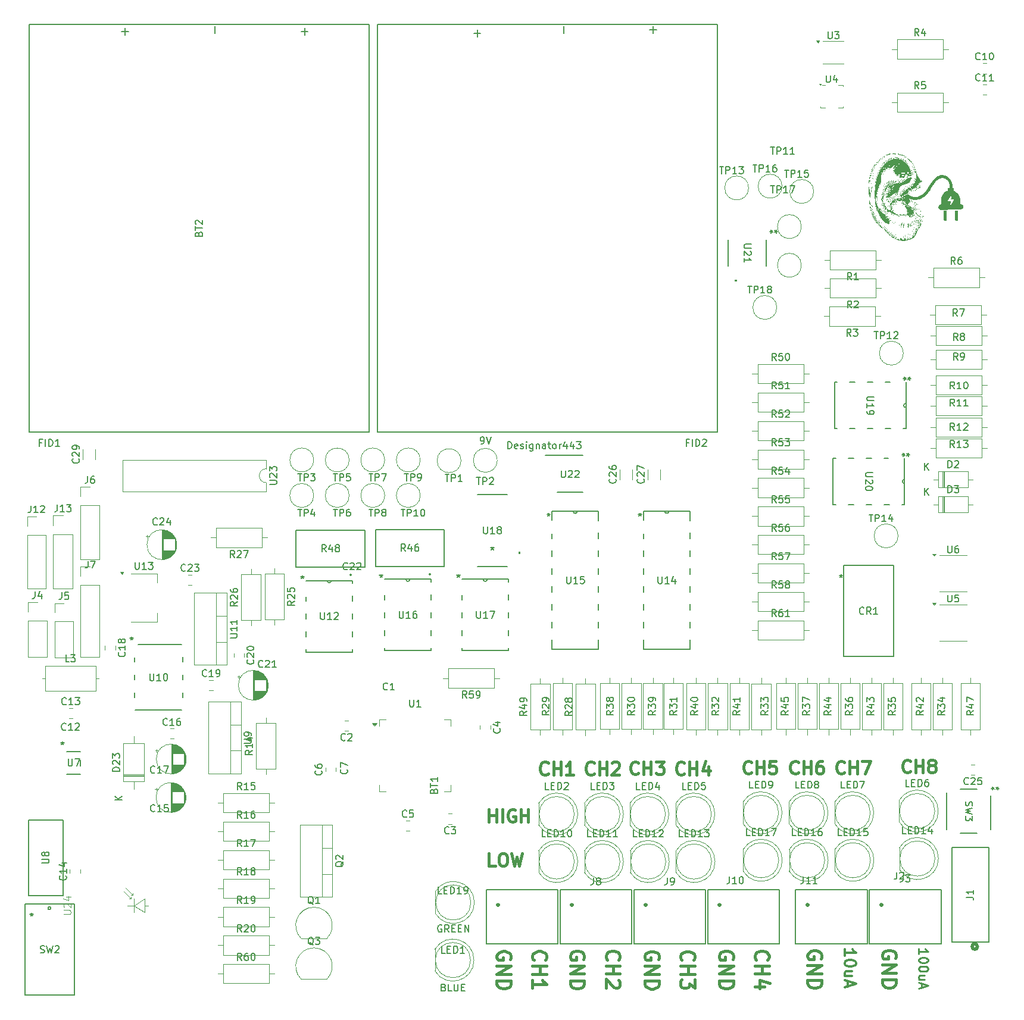
<source format=gbr>
%TF.GenerationSoftware,KiCad,Pcbnew,9.0.1-9.0.1-0~ubuntu24.04.1*%
%TF.CreationDate,2025-05-12T01:42:27+10:00*%
%TF.ProjectId,Sensor_Unit,53656e73-6f72-45f5-956e-69742e6b6963,rev?*%
%TF.SameCoordinates,Original*%
%TF.FileFunction,Legend,Top*%
%TF.FilePolarity,Positive*%
%FSLAX46Y46*%
G04 Gerber Fmt 4.6, Leading zero omitted, Abs format (unit mm)*
G04 Created by KiCad (PCBNEW 9.0.1-9.0.1-0~ubuntu24.04.1) date 2025-05-12 01:42:27*
%MOMM*%
%LPD*%
G01*
G04 APERTURE LIST*
%ADD10C,0.400000*%
%ADD11C,0.300000*%
%ADD12C,0.250000*%
%ADD13C,0.150000*%
%ADD14C,0.100000*%
%ADD15C,0.000000*%
%ADD16C,0.127000*%
%ADD17C,0.152400*%
%ADD18C,0.120000*%
%ADD19C,0.200000*%
%ADD20C,0.508000*%
G04 APERTURE END LIST*
D10*
X122970946Y-157096035D02*
X122875708Y-157000797D01*
X122875708Y-157000797D02*
X122780469Y-156715083D01*
X122780469Y-156715083D02*
X122780469Y-156524607D01*
X122780469Y-156524607D02*
X122875708Y-156238892D01*
X122875708Y-156238892D02*
X123066184Y-156048416D01*
X123066184Y-156048416D02*
X123256660Y-155953178D01*
X123256660Y-155953178D02*
X123637612Y-155857940D01*
X123637612Y-155857940D02*
X123923327Y-155857940D01*
X123923327Y-155857940D02*
X124304279Y-155953178D01*
X124304279Y-155953178D02*
X124494755Y-156048416D01*
X124494755Y-156048416D02*
X124685231Y-156238892D01*
X124685231Y-156238892D02*
X124780469Y-156524607D01*
X124780469Y-156524607D02*
X124780469Y-156715083D01*
X124780469Y-156715083D02*
X124685231Y-157000797D01*
X124685231Y-157000797D02*
X124589993Y-157096035D01*
X122780469Y-157953178D02*
X124780469Y-157953178D01*
X123828088Y-157953178D02*
X123828088Y-159096035D01*
X122780469Y-159096035D02*
X124780469Y-159096035D01*
X124780469Y-159857940D02*
X124780469Y-161096035D01*
X124780469Y-161096035D02*
X124018565Y-160429368D01*
X124018565Y-160429368D02*
X124018565Y-160715083D01*
X124018565Y-160715083D02*
X123923327Y-160905559D01*
X123923327Y-160905559D02*
X123828088Y-161000797D01*
X123828088Y-161000797D02*
X123637612Y-161096035D01*
X123637612Y-161096035D02*
X123161422Y-161096035D01*
X123161422Y-161096035D02*
X122970946Y-161000797D01*
X122970946Y-161000797D02*
X122875708Y-160905559D01*
X122875708Y-160905559D02*
X122780469Y-160715083D01*
X122780469Y-160715083D02*
X122780469Y-160143654D01*
X122780469Y-160143654D02*
X122875708Y-159953178D01*
X122875708Y-159953178D02*
X122970946Y-159857940D01*
D11*
X146098684Y-156505540D02*
X146098684Y-155591254D01*
X146098684Y-156048397D02*
X147698684Y-156048397D01*
X147698684Y-156048397D02*
X147470113Y-155896016D01*
X147470113Y-155896016D02*
X147317732Y-155743635D01*
X147317732Y-155743635D02*
X147241541Y-155591254D01*
X147698684Y-157496017D02*
X147698684Y-157648398D01*
X147698684Y-157648398D02*
X147622494Y-157800779D01*
X147622494Y-157800779D02*
X147546303Y-157876969D01*
X147546303Y-157876969D02*
X147393922Y-157953160D01*
X147393922Y-157953160D02*
X147089160Y-158029350D01*
X147089160Y-158029350D02*
X146708208Y-158029350D01*
X146708208Y-158029350D02*
X146403446Y-157953160D01*
X146403446Y-157953160D02*
X146251065Y-157876969D01*
X146251065Y-157876969D02*
X146174875Y-157800779D01*
X146174875Y-157800779D02*
X146098684Y-157648398D01*
X146098684Y-157648398D02*
X146098684Y-157496017D01*
X146098684Y-157496017D02*
X146174875Y-157343636D01*
X146174875Y-157343636D02*
X146251065Y-157267445D01*
X146251065Y-157267445D02*
X146403446Y-157191255D01*
X146403446Y-157191255D02*
X146708208Y-157115064D01*
X146708208Y-157115064D02*
X147089160Y-157115064D01*
X147089160Y-157115064D02*
X147393922Y-157191255D01*
X147393922Y-157191255D02*
X147546303Y-157267445D01*
X147546303Y-157267445D02*
X147622494Y-157343636D01*
X147622494Y-157343636D02*
X147698684Y-157496017D01*
X147165351Y-159400779D02*
X146098684Y-159400779D01*
X147165351Y-158715065D02*
X146327255Y-158715065D01*
X146327255Y-158715065D02*
X146174875Y-158791255D01*
X146174875Y-158791255D02*
X146098684Y-158943636D01*
X146098684Y-158943636D02*
X146098684Y-159172208D01*
X146098684Y-159172208D02*
X146174875Y-159324589D01*
X146174875Y-159324589D02*
X146251065Y-159400779D01*
X146555827Y-160086493D02*
X146555827Y-160848398D01*
X146098684Y-159934112D02*
X147698684Y-160467446D01*
X147698684Y-160467446D02*
X146098684Y-161000779D01*
D10*
X103923690Y-130549406D02*
X103837976Y-130635121D01*
X103837976Y-130635121D02*
X103580833Y-130720835D01*
X103580833Y-130720835D02*
X103409405Y-130720835D01*
X103409405Y-130720835D02*
X103152262Y-130635121D01*
X103152262Y-130635121D02*
X102980833Y-130463692D01*
X102980833Y-130463692D02*
X102895119Y-130292263D01*
X102895119Y-130292263D02*
X102809405Y-129949406D01*
X102809405Y-129949406D02*
X102809405Y-129692263D01*
X102809405Y-129692263D02*
X102895119Y-129349406D01*
X102895119Y-129349406D02*
X102980833Y-129177978D01*
X102980833Y-129177978D02*
X103152262Y-129006549D01*
X103152262Y-129006549D02*
X103409405Y-128920835D01*
X103409405Y-128920835D02*
X103580833Y-128920835D01*
X103580833Y-128920835D02*
X103837976Y-129006549D01*
X103837976Y-129006549D02*
X103923690Y-129092263D01*
X104695119Y-130720835D02*
X104695119Y-128920835D01*
X104695119Y-129777978D02*
X105723690Y-129777978D01*
X105723690Y-130720835D02*
X105723690Y-128920835D01*
X107523690Y-130720835D02*
X106495119Y-130720835D01*
X107009404Y-130720835D02*
X107009404Y-128920835D01*
X107009404Y-128920835D02*
X106837976Y-129177978D01*
X106837976Y-129177978D02*
X106666547Y-129349406D01*
X106666547Y-129349406D02*
X106495119Y-129435121D01*
X95539059Y-137433464D02*
X95539059Y-135633464D01*
X95539059Y-136490607D02*
X96567630Y-136490607D01*
X96567630Y-137433464D02*
X96567630Y-135633464D01*
X97424773Y-137433464D02*
X97424773Y-135633464D01*
X99224773Y-135719178D02*
X99053345Y-135633464D01*
X99053345Y-135633464D02*
X98796202Y-135633464D01*
X98796202Y-135633464D02*
X98539059Y-135719178D01*
X98539059Y-135719178D02*
X98367630Y-135890607D01*
X98367630Y-135890607D02*
X98281916Y-136062035D01*
X98281916Y-136062035D02*
X98196202Y-136404892D01*
X98196202Y-136404892D02*
X98196202Y-136662035D01*
X98196202Y-136662035D02*
X98281916Y-137004892D01*
X98281916Y-137004892D02*
X98367630Y-137176321D01*
X98367630Y-137176321D02*
X98539059Y-137347750D01*
X98539059Y-137347750D02*
X98796202Y-137433464D01*
X98796202Y-137433464D02*
X98967630Y-137433464D01*
X98967630Y-137433464D02*
X99224773Y-137347750D01*
X99224773Y-137347750D02*
X99310487Y-137262035D01*
X99310487Y-137262035D02*
X99310487Y-136662035D01*
X99310487Y-136662035D02*
X98967630Y-136662035D01*
X100081916Y-137433464D02*
X100081916Y-135633464D01*
X100081916Y-136490607D02*
X101110487Y-136490607D01*
X101110487Y-137433464D02*
X101110487Y-135633464D01*
X119615054Y-157000797D02*
X119710292Y-156810321D01*
X119710292Y-156810321D02*
X119710292Y-156524607D01*
X119710292Y-156524607D02*
X119615054Y-156238892D01*
X119615054Y-156238892D02*
X119424578Y-156048416D01*
X119424578Y-156048416D02*
X119234102Y-155953178D01*
X119234102Y-155953178D02*
X118853150Y-155857940D01*
X118853150Y-155857940D02*
X118567435Y-155857940D01*
X118567435Y-155857940D02*
X118186483Y-155953178D01*
X118186483Y-155953178D02*
X117996007Y-156048416D01*
X117996007Y-156048416D02*
X117805531Y-156238892D01*
X117805531Y-156238892D02*
X117710292Y-156524607D01*
X117710292Y-156524607D02*
X117710292Y-156715083D01*
X117710292Y-156715083D02*
X117805531Y-157000797D01*
X117805531Y-157000797D02*
X117900769Y-157096035D01*
X117900769Y-157096035D02*
X118567435Y-157096035D01*
X118567435Y-157096035D02*
X118567435Y-156715083D01*
X117710292Y-157953178D02*
X119710292Y-157953178D01*
X119710292Y-157953178D02*
X117710292Y-159096035D01*
X117710292Y-159096035D02*
X119710292Y-159096035D01*
X117710292Y-160048416D02*
X119710292Y-160048416D01*
X119710292Y-160048416D02*
X119710292Y-160524606D01*
X119710292Y-160524606D02*
X119615054Y-160810321D01*
X119615054Y-160810321D02*
X119424578Y-161000797D01*
X119424578Y-161000797D02*
X119234102Y-161096035D01*
X119234102Y-161096035D02*
X118853150Y-161191273D01*
X118853150Y-161191273D02*
X118567435Y-161191273D01*
X118567435Y-161191273D02*
X118186483Y-161096035D01*
X118186483Y-161096035D02*
X117996007Y-161000797D01*
X117996007Y-161000797D02*
X117805531Y-160810321D01*
X117805531Y-160810321D02*
X117710292Y-160524606D01*
X117710292Y-160524606D02*
X117710292Y-160048416D01*
X108969350Y-156971308D02*
X109064588Y-156780832D01*
X109064588Y-156780832D02*
X109064588Y-156495118D01*
X109064588Y-156495118D02*
X108969350Y-156209403D01*
X108969350Y-156209403D02*
X108778874Y-156018927D01*
X108778874Y-156018927D02*
X108588398Y-155923689D01*
X108588398Y-155923689D02*
X108207446Y-155828451D01*
X108207446Y-155828451D02*
X107921731Y-155828451D01*
X107921731Y-155828451D02*
X107540779Y-155923689D01*
X107540779Y-155923689D02*
X107350303Y-156018927D01*
X107350303Y-156018927D02*
X107159827Y-156209403D01*
X107159827Y-156209403D02*
X107064588Y-156495118D01*
X107064588Y-156495118D02*
X107064588Y-156685594D01*
X107064588Y-156685594D02*
X107159827Y-156971308D01*
X107159827Y-156971308D02*
X107255065Y-157066546D01*
X107255065Y-157066546D02*
X107921731Y-157066546D01*
X107921731Y-157066546D02*
X107921731Y-156685594D01*
X107064588Y-157923689D02*
X109064588Y-157923689D01*
X109064588Y-157923689D02*
X107064588Y-159066546D01*
X107064588Y-159066546D02*
X109064588Y-159066546D01*
X107064588Y-160018927D02*
X109064588Y-160018927D01*
X109064588Y-160018927D02*
X109064588Y-160495117D01*
X109064588Y-160495117D02*
X108969350Y-160780832D01*
X108969350Y-160780832D02*
X108778874Y-160971308D01*
X108778874Y-160971308D02*
X108588398Y-161066546D01*
X108588398Y-161066546D02*
X108207446Y-161161784D01*
X108207446Y-161161784D02*
X107921731Y-161161784D01*
X107921731Y-161161784D02*
X107540779Y-161066546D01*
X107540779Y-161066546D02*
X107350303Y-160971308D01*
X107350303Y-160971308D02*
X107159827Y-160780832D01*
X107159827Y-160780832D02*
X107064588Y-160495117D01*
X107064588Y-160495117D02*
X107064588Y-160018927D01*
X101898272Y-157081831D02*
X101803034Y-156986593D01*
X101803034Y-156986593D02*
X101707795Y-156700879D01*
X101707795Y-156700879D02*
X101707795Y-156510403D01*
X101707795Y-156510403D02*
X101803034Y-156224688D01*
X101803034Y-156224688D02*
X101993510Y-156034212D01*
X101993510Y-156034212D02*
X102183986Y-155938974D01*
X102183986Y-155938974D02*
X102564938Y-155843736D01*
X102564938Y-155843736D02*
X102850653Y-155843736D01*
X102850653Y-155843736D02*
X103231605Y-155938974D01*
X103231605Y-155938974D02*
X103422081Y-156034212D01*
X103422081Y-156034212D02*
X103612557Y-156224688D01*
X103612557Y-156224688D02*
X103707795Y-156510403D01*
X103707795Y-156510403D02*
X103707795Y-156700879D01*
X103707795Y-156700879D02*
X103612557Y-156986593D01*
X103612557Y-156986593D02*
X103517319Y-157081831D01*
X101707795Y-157938974D02*
X103707795Y-157938974D01*
X102755414Y-157938974D02*
X102755414Y-159081831D01*
X101707795Y-159081831D02*
X103707795Y-159081831D01*
X101707795Y-161081831D02*
X101707795Y-159938974D01*
X101707795Y-160510402D02*
X103707795Y-160510402D01*
X103707795Y-160510402D02*
X103422081Y-160319926D01*
X103422081Y-160319926D02*
X103231605Y-160129450D01*
X103231605Y-160129450D02*
X103136367Y-159938974D01*
X130172290Y-156971308D02*
X130267528Y-156780832D01*
X130267528Y-156780832D02*
X130267528Y-156495118D01*
X130267528Y-156495118D02*
X130172290Y-156209403D01*
X130172290Y-156209403D02*
X129981814Y-156018927D01*
X129981814Y-156018927D02*
X129791338Y-155923689D01*
X129791338Y-155923689D02*
X129410386Y-155828451D01*
X129410386Y-155828451D02*
X129124671Y-155828451D01*
X129124671Y-155828451D02*
X128743719Y-155923689D01*
X128743719Y-155923689D02*
X128553243Y-156018927D01*
X128553243Y-156018927D02*
X128362767Y-156209403D01*
X128362767Y-156209403D02*
X128267528Y-156495118D01*
X128267528Y-156495118D02*
X128267528Y-156685594D01*
X128267528Y-156685594D02*
X128362767Y-156971308D01*
X128362767Y-156971308D02*
X128458005Y-157066546D01*
X128458005Y-157066546D02*
X129124671Y-157066546D01*
X129124671Y-157066546D02*
X129124671Y-156685594D01*
X128267528Y-157923689D02*
X130267528Y-157923689D01*
X130267528Y-157923689D02*
X128267528Y-159066546D01*
X128267528Y-159066546D02*
X130267528Y-159066546D01*
X128267528Y-160018927D02*
X130267528Y-160018927D01*
X130267528Y-160018927D02*
X130267528Y-160495117D01*
X130267528Y-160495117D02*
X130172290Y-160780832D01*
X130172290Y-160780832D02*
X129981814Y-160971308D01*
X129981814Y-160971308D02*
X129791338Y-161066546D01*
X129791338Y-161066546D02*
X129410386Y-161161784D01*
X129410386Y-161161784D02*
X129124671Y-161161784D01*
X129124671Y-161161784D02*
X128743719Y-161066546D01*
X128743719Y-161066546D02*
X128553243Y-160971308D01*
X128553243Y-160971308D02*
X128362767Y-160780832D01*
X128362767Y-160780832D02*
X128267528Y-160495117D01*
X128267528Y-160495117D02*
X128267528Y-160018927D01*
X142732694Y-156895248D02*
X142827932Y-156704772D01*
X142827932Y-156704772D02*
X142827932Y-156419058D01*
X142827932Y-156419058D02*
X142732694Y-156133343D01*
X142732694Y-156133343D02*
X142542218Y-155942867D01*
X142542218Y-155942867D02*
X142351742Y-155847629D01*
X142351742Y-155847629D02*
X141970790Y-155752391D01*
X141970790Y-155752391D02*
X141685075Y-155752391D01*
X141685075Y-155752391D02*
X141304123Y-155847629D01*
X141304123Y-155847629D02*
X141113647Y-155942867D01*
X141113647Y-155942867D02*
X140923171Y-156133343D01*
X140923171Y-156133343D02*
X140827932Y-156419058D01*
X140827932Y-156419058D02*
X140827932Y-156609534D01*
X140827932Y-156609534D02*
X140923171Y-156895248D01*
X140923171Y-156895248D02*
X141018409Y-156990486D01*
X141018409Y-156990486D02*
X141685075Y-156990486D01*
X141685075Y-156990486D02*
X141685075Y-156609534D01*
X140827932Y-157847629D02*
X142827932Y-157847629D01*
X142827932Y-157847629D02*
X140827932Y-158990486D01*
X140827932Y-158990486D02*
X142827932Y-158990486D01*
X140827932Y-159942867D02*
X142827932Y-159942867D01*
X142827932Y-159942867D02*
X142827932Y-160419057D01*
X142827932Y-160419057D02*
X142732694Y-160704772D01*
X142732694Y-160704772D02*
X142542218Y-160895248D01*
X142542218Y-160895248D02*
X142351742Y-160990486D01*
X142351742Y-160990486D02*
X141970790Y-161085724D01*
X141970790Y-161085724D02*
X141685075Y-161085724D01*
X141685075Y-161085724D02*
X141304123Y-160990486D01*
X141304123Y-160990486D02*
X141113647Y-160895248D01*
X141113647Y-160895248D02*
X140923171Y-160704772D01*
X140923171Y-160704772D02*
X140827932Y-160419057D01*
X140827932Y-160419057D02*
X140827932Y-159942867D01*
X155442056Y-130243659D02*
X155356342Y-130329374D01*
X155356342Y-130329374D02*
X155099199Y-130415088D01*
X155099199Y-130415088D02*
X154927771Y-130415088D01*
X154927771Y-130415088D02*
X154670628Y-130329374D01*
X154670628Y-130329374D02*
X154499199Y-130157945D01*
X154499199Y-130157945D02*
X154413485Y-129986516D01*
X154413485Y-129986516D02*
X154327771Y-129643659D01*
X154327771Y-129643659D02*
X154327771Y-129386516D01*
X154327771Y-129386516D02*
X154413485Y-129043659D01*
X154413485Y-129043659D02*
X154499199Y-128872231D01*
X154499199Y-128872231D02*
X154670628Y-128700802D01*
X154670628Y-128700802D02*
X154927771Y-128615088D01*
X154927771Y-128615088D02*
X155099199Y-128615088D01*
X155099199Y-128615088D02*
X155356342Y-128700802D01*
X155356342Y-128700802D02*
X155442056Y-128786516D01*
X156213485Y-130415088D02*
X156213485Y-128615088D01*
X156213485Y-129472231D02*
X157242056Y-129472231D01*
X157242056Y-130415088D02*
X157242056Y-128615088D01*
X158356342Y-129386516D02*
X158184913Y-129300802D01*
X158184913Y-129300802D02*
X158099199Y-129215088D01*
X158099199Y-129215088D02*
X158013485Y-129043659D01*
X158013485Y-129043659D02*
X158013485Y-128957945D01*
X158013485Y-128957945D02*
X158099199Y-128786516D01*
X158099199Y-128786516D02*
X158184913Y-128700802D01*
X158184913Y-128700802D02*
X158356342Y-128615088D01*
X158356342Y-128615088D02*
X158699199Y-128615088D01*
X158699199Y-128615088D02*
X158870628Y-128700802D01*
X158870628Y-128700802D02*
X158956342Y-128786516D01*
X158956342Y-128786516D02*
X159042056Y-128957945D01*
X159042056Y-128957945D02*
X159042056Y-129043659D01*
X159042056Y-129043659D02*
X158956342Y-129215088D01*
X158956342Y-129215088D02*
X158870628Y-129300802D01*
X158870628Y-129300802D02*
X158699199Y-129386516D01*
X158699199Y-129386516D02*
X158356342Y-129386516D01*
X158356342Y-129386516D02*
X158184913Y-129472231D01*
X158184913Y-129472231D02*
X158099199Y-129557945D01*
X158099199Y-129557945D02*
X158013485Y-129729374D01*
X158013485Y-129729374D02*
X158013485Y-130072231D01*
X158013485Y-130072231D02*
X158099199Y-130243659D01*
X158099199Y-130243659D02*
X158184913Y-130329374D01*
X158184913Y-130329374D02*
X158356342Y-130415088D01*
X158356342Y-130415088D02*
X158699199Y-130415088D01*
X158699199Y-130415088D02*
X158870628Y-130329374D01*
X158870628Y-130329374D02*
X158956342Y-130243659D01*
X158956342Y-130243659D02*
X159042056Y-130072231D01*
X159042056Y-130072231D02*
X159042056Y-129729374D01*
X159042056Y-129729374D02*
X158956342Y-129557945D01*
X158956342Y-129557945D02*
X158870628Y-129472231D01*
X158870628Y-129472231D02*
X158699199Y-129386516D01*
X112325242Y-157066546D02*
X112230004Y-156971308D01*
X112230004Y-156971308D02*
X112134765Y-156685594D01*
X112134765Y-156685594D02*
X112134765Y-156495118D01*
X112134765Y-156495118D02*
X112230004Y-156209403D01*
X112230004Y-156209403D02*
X112420480Y-156018927D01*
X112420480Y-156018927D02*
X112610956Y-155923689D01*
X112610956Y-155923689D02*
X112991908Y-155828451D01*
X112991908Y-155828451D02*
X113277623Y-155828451D01*
X113277623Y-155828451D02*
X113658575Y-155923689D01*
X113658575Y-155923689D02*
X113849051Y-156018927D01*
X113849051Y-156018927D02*
X114039527Y-156209403D01*
X114039527Y-156209403D02*
X114134765Y-156495118D01*
X114134765Y-156495118D02*
X114134765Y-156685594D01*
X114134765Y-156685594D02*
X114039527Y-156971308D01*
X114039527Y-156971308D02*
X113944289Y-157066546D01*
X112134765Y-157923689D02*
X114134765Y-157923689D01*
X113182384Y-157923689D02*
X113182384Y-159066546D01*
X112134765Y-159066546D02*
X114134765Y-159066546D01*
X113944289Y-159923689D02*
X114039527Y-160018927D01*
X114039527Y-160018927D02*
X114134765Y-160209403D01*
X114134765Y-160209403D02*
X114134765Y-160685594D01*
X114134765Y-160685594D02*
X114039527Y-160876070D01*
X114039527Y-160876070D02*
X113944289Y-160971308D01*
X113944289Y-160971308D02*
X113753813Y-161066546D01*
X113753813Y-161066546D02*
X113563337Y-161066546D01*
X113563337Y-161066546D02*
X113277623Y-160971308D01*
X113277623Y-160971308D02*
X112134765Y-159828451D01*
X112134765Y-159828451D02*
X112134765Y-161066546D01*
X110446292Y-130549406D02*
X110360578Y-130635121D01*
X110360578Y-130635121D02*
X110103435Y-130720835D01*
X110103435Y-130720835D02*
X109932007Y-130720835D01*
X109932007Y-130720835D02*
X109674864Y-130635121D01*
X109674864Y-130635121D02*
X109503435Y-130463692D01*
X109503435Y-130463692D02*
X109417721Y-130292263D01*
X109417721Y-130292263D02*
X109332007Y-129949406D01*
X109332007Y-129949406D02*
X109332007Y-129692263D01*
X109332007Y-129692263D02*
X109417721Y-129349406D01*
X109417721Y-129349406D02*
X109503435Y-129177978D01*
X109503435Y-129177978D02*
X109674864Y-129006549D01*
X109674864Y-129006549D02*
X109932007Y-128920835D01*
X109932007Y-128920835D02*
X110103435Y-128920835D01*
X110103435Y-128920835D02*
X110360578Y-129006549D01*
X110360578Y-129006549D02*
X110446292Y-129092263D01*
X111217721Y-130720835D02*
X111217721Y-128920835D01*
X111217721Y-129777978D02*
X112246292Y-129777978D01*
X112246292Y-130720835D02*
X112246292Y-128920835D01*
X113017721Y-129092263D02*
X113103435Y-129006549D01*
X113103435Y-129006549D02*
X113274864Y-128920835D01*
X113274864Y-128920835D02*
X113703435Y-128920835D01*
X113703435Y-128920835D02*
X113874864Y-129006549D01*
X113874864Y-129006549D02*
X113960578Y-129092263D01*
X113960578Y-129092263D02*
X114046292Y-129263692D01*
X114046292Y-129263692D02*
X114046292Y-129435121D01*
X114046292Y-129435121D02*
X113960578Y-129692263D01*
X113960578Y-129692263D02*
X112932006Y-130720835D01*
X112932006Y-130720835D02*
X114046292Y-130720835D01*
X132816780Y-130447490D02*
X132731066Y-130533205D01*
X132731066Y-130533205D02*
X132473923Y-130618919D01*
X132473923Y-130618919D02*
X132302495Y-130618919D01*
X132302495Y-130618919D02*
X132045352Y-130533205D01*
X132045352Y-130533205D02*
X131873923Y-130361776D01*
X131873923Y-130361776D02*
X131788209Y-130190347D01*
X131788209Y-130190347D02*
X131702495Y-129847490D01*
X131702495Y-129847490D02*
X131702495Y-129590347D01*
X131702495Y-129590347D02*
X131788209Y-129247490D01*
X131788209Y-129247490D02*
X131873923Y-129076062D01*
X131873923Y-129076062D02*
X132045352Y-128904633D01*
X132045352Y-128904633D02*
X132302495Y-128818919D01*
X132302495Y-128818919D02*
X132473923Y-128818919D01*
X132473923Y-128818919D02*
X132731066Y-128904633D01*
X132731066Y-128904633D02*
X132816780Y-128990347D01*
X133588209Y-130618919D02*
X133588209Y-128818919D01*
X133588209Y-129676062D02*
X134616780Y-129676062D01*
X134616780Y-130618919D02*
X134616780Y-128818919D01*
X136331066Y-128818919D02*
X135473923Y-128818919D01*
X135473923Y-128818919D02*
X135388209Y-129676062D01*
X135388209Y-129676062D02*
X135473923Y-129590347D01*
X135473923Y-129590347D02*
X135645352Y-129504633D01*
X135645352Y-129504633D02*
X136073923Y-129504633D01*
X136073923Y-129504633D02*
X136245352Y-129590347D01*
X136245352Y-129590347D02*
X136331066Y-129676062D01*
X136331066Y-129676062D02*
X136416780Y-129847490D01*
X136416780Y-129847490D02*
X136416780Y-130276062D01*
X136416780Y-130276062D02*
X136331066Y-130447490D01*
X136331066Y-130447490D02*
X136245352Y-130533205D01*
X136245352Y-130533205D02*
X136073923Y-130618919D01*
X136073923Y-130618919D02*
X135645352Y-130618919D01*
X135645352Y-130618919D02*
X135473923Y-130533205D01*
X135473923Y-130533205D02*
X135388209Y-130447490D01*
X146065816Y-130396532D02*
X145980102Y-130482247D01*
X145980102Y-130482247D02*
X145722959Y-130567961D01*
X145722959Y-130567961D02*
X145551531Y-130567961D01*
X145551531Y-130567961D02*
X145294388Y-130482247D01*
X145294388Y-130482247D02*
X145122959Y-130310818D01*
X145122959Y-130310818D02*
X145037245Y-130139389D01*
X145037245Y-130139389D02*
X144951531Y-129796532D01*
X144951531Y-129796532D02*
X144951531Y-129539389D01*
X144951531Y-129539389D02*
X145037245Y-129196532D01*
X145037245Y-129196532D02*
X145122959Y-129025104D01*
X145122959Y-129025104D02*
X145294388Y-128853675D01*
X145294388Y-128853675D02*
X145551531Y-128767961D01*
X145551531Y-128767961D02*
X145722959Y-128767961D01*
X145722959Y-128767961D02*
X145980102Y-128853675D01*
X145980102Y-128853675D02*
X146065816Y-128939389D01*
X146837245Y-130567961D02*
X146837245Y-128767961D01*
X146837245Y-129625104D02*
X147865816Y-129625104D01*
X147865816Y-130567961D02*
X147865816Y-128767961D01*
X148551530Y-128767961D02*
X149751530Y-128767961D01*
X149751530Y-128767961D02*
X148980102Y-130567961D01*
X133528182Y-157066546D02*
X133432944Y-156971308D01*
X133432944Y-156971308D02*
X133337705Y-156685594D01*
X133337705Y-156685594D02*
X133337705Y-156495118D01*
X133337705Y-156495118D02*
X133432944Y-156209403D01*
X133432944Y-156209403D02*
X133623420Y-156018927D01*
X133623420Y-156018927D02*
X133813896Y-155923689D01*
X133813896Y-155923689D02*
X134194848Y-155828451D01*
X134194848Y-155828451D02*
X134480563Y-155828451D01*
X134480563Y-155828451D02*
X134861515Y-155923689D01*
X134861515Y-155923689D02*
X135051991Y-156018927D01*
X135051991Y-156018927D02*
X135242467Y-156209403D01*
X135242467Y-156209403D02*
X135337705Y-156495118D01*
X135337705Y-156495118D02*
X135337705Y-156685594D01*
X135337705Y-156685594D02*
X135242467Y-156971308D01*
X135242467Y-156971308D02*
X135147229Y-157066546D01*
X133337705Y-157923689D02*
X135337705Y-157923689D01*
X134385324Y-157923689D02*
X134385324Y-159066546D01*
X133337705Y-159066546D02*
X135337705Y-159066546D01*
X134671039Y-160876070D02*
X133337705Y-160876070D01*
X135432944Y-160399879D02*
X134004372Y-159923689D01*
X134004372Y-159923689D02*
X134004372Y-161161784D01*
X96396202Y-143685378D02*
X95539059Y-143685378D01*
X95539059Y-143685378D02*
X95539059Y-141885378D01*
X97339059Y-141885378D02*
X97681916Y-141885378D01*
X97681916Y-141885378D02*
X97853345Y-141971092D01*
X97853345Y-141971092D02*
X98024773Y-142142521D01*
X98024773Y-142142521D02*
X98110488Y-142485378D01*
X98110488Y-142485378D02*
X98110488Y-143085378D01*
X98110488Y-143085378D02*
X98024773Y-143428235D01*
X98024773Y-143428235D02*
X97853345Y-143599664D01*
X97853345Y-143599664D02*
X97681916Y-143685378D01*
X97681916Y-143685378D02*
X97339059Y-143685378D01*
X97339059Y-143685378D02*
X97167631Y-143599664D01*
X97167631Y-143599664D02*
X96996202Y-143428235D01*
X96996202Y-143428235D02*
X96910488Y-143085378D01*
X96910488Y-143085378D02*
X96910488Y-142485378D01*
X96910488Y-142485378D02*
X96996202Y-142142521D01*
X96996202Y-142142521D02*
X97167631Y-141971092D01*
X97167631Y-141971092D02*
X97339059Y-141885378D01*
X98710487Y-141885378D02*
X99139059Y-143685378D01*
X99139059Y-143685378D02*
X99481916Y-142399664D01*
X99481916Y-142399664D02*
X99824773Y-143685378D01*
X99824773Y-143685378D02*
X100253345Y-141885378D01*
X116765063Y-130498448D02*
X116679349Y-130584163D01*
X116679349Y-130584163D02*
X116422206Y-130669877D01*
X116422206Y-130669877D02*
X116250778Y-130669877D01*
X116250778Y-130669877D02*
X115993635Y-130584163D01*
X115993635Y-130584163D02*
X115822206Y-130412734D01*
X115822206Y-130412734D02*
X115736492Y-130241305D01*
X115736492Y-130241305D02*
X115650778Y-129898448D01*
X115650778Y-129898448D02*
X115650778Y-129641305D01*
X115650778Y-129641305D02*
X115736492Y-129298448D01*
X115736492Y-129298448D02*
X115822206Y-129127020D01*
X115822206Y-129127020D02*
X115993635Y-128955591D01*
X115993635Y-128955591D02*
X116250778Y-128869877D01*
X116250778Y-128869877D02*
X116422206Y-128869877D01*
X116422206Y-128869877D02*
X116679349Y-128955591D01*
X116679349Y-128955591D02*
X116765063Y-129041305D01*
X117536492Y-130669877D02*
X117536492Y-128869877D01*
X117536492Y-129727020D02*
X118565063Y-129727020D01*
X118565063Y-130669877D02*
X118565063Y-128869877D01*
X119250777Y-128869877D02*
X120365063Y-128869877D01*
X120365063Y-128869877D02*
X119765063Y-129555591D01*
X119765063Y-129555591D02*
X120022206Y-129555591D01*
X120022206Y-129555591D02*
X120193635Y-129641305D01*
X120193635Y-129641305D02*
X120279349Y-129727020D01*
X120279349Y-129727020D02*
X120365063Y-129898448D01*
X120365063Y-129898448D02*
X120365063Y-130327020D01*
X120365063Y-130327020D02*
X120279349Y-130498448D01*
X120279349Y-130498448D02*
X120193635Y-130584163D01*
X120193635Y-130584163D02*
X120022206Y-130669877D01*
X120022206Y-130669877D02*
X119507920Y-130669877D01*
X119507920Y-130669877D02*
X119336492Y-130584163D01*
X119336492Y-130584163D02*
X119250777Y-130498448D01*
D12*
X156645764Y-156248226D02*
X156645764Y-155505369D01*
X156645764Y-155876797D02*
X157945764Y-155876797D01*
X157945764Y-155876797D02*
X157760049Y-155752988D01*
X157760049Y-155752988D02*
X157636240Y-155629178D01*
X157636240Y-155629178D02*
X157574335Y-155505369D01*
X157945764Y-157052987D02*
X157945764Y-157176797D01*
X157945764Y-157176797D02*
X157883859Y-157300606D01*
X157883859Y-157300606D02*
X157821954Y-157362511D01*
X157821954Y-157362511D02*
X157698145Y-157424416D01*
X157698145Y-157424416D02*
X157450526Y-157486321D01*
X157450526Y-157486321D02*
X157141002Y-157486321D01*
X157141002Y-157486321D02*
X156893383Y-157424416D01*
X156893383Y-157424416D02*
X156769573Y-157362511D01*
X156769573Y-157362511D02*
X156707669Y-157300606D01*
X156707669Y-157300606D02*
X156645764Y-157176797D01*
X156645764Y-157176797D02*
X156645764Y-157052987D01*
X156645764Y-157052987D02*
X156707669Y-156929178D01*
X156707669Y-156929178D02*
X156769573Y-156867273D01*
X156769573Y-156867273D02*
X156893383Y-156805368D01*
X156893383Y-156805368D02*
X157141002Y-156743464D01*
X157141002Y-156743464D02*
X157450526Y-156743464D01*
X157450526Y-156743464D02*
X157698145Y-156805368D01*
X157698145Y-156805368D02*
X157821954Y-156867273D01*
X157821954Y-156867273D02*
X157883859Y-156929178D01*
X157883859Y-156929178D02*
X157945764Y-157052987D01*
X157945764Y-158291082D02*
X157945764Y-158414892D01*
X157945764Y-158414892D02*
X157883859Y-158538701D01*
X157883859Y-158538701D02*
X157821954Y-158600606D01*
X157821954Y-158600606D02*
X157698145Y-158662511D01*
X157698145Y-158662511D02*
X157450526Y-158724416D01*
X157450526Y-158724416D02*
X157141002Y-158724416D01*
X157141002Y-158724416D02*
X156893383Y-158662511D01*
X156893383Y-158662511D02*
X156769573Y-158600606D01*
X156769573Y-158600606D02*
X156707669Y-158538701D01*
X156707669Y-158538701D02*
X156645764Y-158414892D01*
X156645764Y-158414892D02*
X156645764Y-158291082D01*
X156645764Y-158291082D02*
X156707669Y-158167273D01*
X156707669Y-158167273D02*
X156769573Y-158105368D01*
X156769573Y-158105368D02*
X156893383Y-158043463D01*
X156893383Y-158043463D02*
X157141002Y-157981559D01*
X157141002Y-157981559D02*
X157450526Y-157981559D01*
X157450526Y-157981559D02*
X157698145Y-158043463D01*
X157698145Y-158043463D02*
X157821954Y-158105368D01*
X157821954Y-158105368D02*
X157883859Y-158167273D01*
X157883859Y-158167273D02*
X157945764Y-158291082D01*
X157512430Y-159838701D02*
X156645764Y-159838701D01*
X157512430Y-159281558D02*
X156831478Y-159281558D01*
X156831478Y-159281558D02*
X156707669Y-159343463D01*
X156707669Y-159343463D02*
X156645764Y-159467273D01*
X156645764Y-159467273D02*
X156645764Y-159652987D01*
X156645764Y-159652987D02*
X156707669Y-159776796D01*
X156707669Y-159776796D02*
X156769573Y-159838701D01*
X157017192Y-160395844D02*
X157017192Y-161014891D01*
X156645764Y-160272034D02*
X157945764Y-160705367D01*
X157945764Y-160705367D02*
X156645764Y-161138701D01*
D10*
X123287665Y-130549406D02*
X123201951Y-130635121D01*
X123201951Y-130635121D02*
X122944808Y-130720835D01*
X122944808Y-130720835D02*
X122773380Y-130720835D01*
X122773380Y-130720835D02*
X122516237Y-130635121D01*
X122516237Y-130635121D02*
X122344808Y-130463692D01*
X122344808Y-130463692D02*
X122259094Y-130292263D01*
X122259094Y-130292263D02*
X122173380Y-129949406D01*
X122173380Y-129949406D02*
X122173380Y-129692263D01*
X122173380Y-129692263D02*
X122259094Y-129349406D01*
X122259094Y-129349406D02*
X122344808Y-129177978D01*
X122344808Y-129177978D02*
X122516237Y-129006549D01*
X122516237Y-129006549D02*
X122773380Y-128920835D01*
X122773380Y-128920835D02*
X122944808Y-128920835D01*
X122944808Y-128920835D02*
X123201951Y-129006549D01*
X123201951Y-129006549D02*
X123287665Y-129092263D01*
X124059094Y-130720835D02*
X124059094Y-128920835D01*
X124059094Y-129777978D02*
X125087665Y-129777978D01*
X125087665Y-130720835D02*
X125087665Y-128920835D01*
X126716237Y-129520835D02*
X126716237Y-130720835D01*
X126287665Y-128835121D02*
X125859094Y-130120835D01*
X125859094Y-130120835D02*
X126973379Y-130120835D01*
X139492255Y-130396532D02*
X139406541Y-130482247D01*
X139406541Y-130482247D02*
X139149398Y-130567961D01*
X139149398Y-130567961D02*
X138977970Y-130567961D01*
X138977970Y-130567961D02*
X138720827Y-130482247D01*
X138720827Y-130482247D02*
X138549398Y-130310818D01*
X138549398Y-130310818D02*
X138463684Y-130139389D01*
X138463684Y-130139389D02*
X138377970Y-129796532D01*
X138377970Y-129796532D02*
X138377970Y-129539389D01*
X138377970Y-129539389D02*
X138463684Y-129196532D01*
X138463684Y-129196532D02*
X138549398Y-129025104D01*
X138549398Y-129025104D02*
X138720827Y-128853675D01*
X138720827Y-128853675D02*
X138977970Y-128767961D01*
X138977970Y-128767961D02*
X139149398Y-128767961D01*
X139149398Y-128767961D02*
X139406541Y-128853675D01*
X139406541Y-128853675D02*
X139492255Y-128939389D01*
X140263684Y-130567961D02*
X140263684Y-128767961D01*
X140263684Y-129625104D02*
X141292255Y-129625104D01*
X141292255Y-130567961D02*
X141292255Y-128767961D01*
X142920827Y-128767961D02*
X142577969Y-128767961D01*
X142577969Y-128767961D02*
X142406541Y-128853675D01*
X142406541Y-128853675D02*
X142320827Y-128939389D01*
X142320827Y-128939389D02*
X142149398Y-129196532D01*
X142149398Y-129196532D02*
X142063684Y-129539389D01*
X142063684Y-129539389D02*
X142063684Y-130225104D01*
X142063684Y-130225104D02*
X142149398Y-130396532D01*
X142149398Y-130396532D02*
X142235112Y-130482247D01*
X142235112Y-130482247D02*
X142406541Y-130567961D01*
X142406541Y-130567961D02*
X142749398Y-130567961D01*
X142749398Y-130567961D02*
X142920827Y-130482247D01*
X142920827Y-130482247D02*
X143006541Y-130396532D01*
X143006541Y-130396532D02*
X143092255Y-130225104D01*
X143092255Y-130225104D02*
X143092255Y-129796532D01*
X143092255Y-129796532D02*
X143006541Y-129625104D01*
X143006541Y-129625104D02*
X142920827Y-129539389D01*
X142920827Y-129539389D02*
X142749398Y-129453675D01*
X142749398Y-129453675D02*
X142406541Y-129453675D01*
X142406541Y-129453675D02*
X142235112Y-129539389D01*
X142235112Y-129539389D02*
X142149398Y-129625104D01*
X142149398Y-129625104D02*
X142063684Y-129796532D01*
X153331923Y-156844290D02*
X153427161Y-156653814D01*
X153427161Y-156653814D02*
X153427161Y-156368100D01*
X153427161Y-156368100D02*
X153331923Y-156082385D01*
X153331923Y-156082385D02*
X153141447Y-155891909D01*
X153141447Y-155891909D02*
X152950971Y-155796671D01*
X152950971Y-155796671D02*
X152570019Y-155701433D01*
X152570019Y-155701433D02*
X152284304Y-155701433D01*
X152284304Y-155701433D02*
X151903352Y-155796671D01*
X151903352Y-155796671D02*
X151712876Y-155891909D01*
X151712876Y-155891909D02*
X151522400Y-156082385D01*
X151522400Y-156082385D02*
X151427161Y-156368100D01*
X151427161Y-156368100D02*
X151427161Y-156558576D01*
X151427161Y-156558576D02*
X151522400Y-156844290D01*
X151522400Y-156844290D02*
X151617638Y-156939528D01*
X151617638Y-156939528D02*
X152284304Y-156939528D01*
X152284304Y-156939528D02*
X152284304Y-156558576D01*
X151427161Y-157796671D02*
X153427161Y-157796671D01*
X153427161Y-157796671D02*
X151427161Y-158939528D01*
X151427161Y-158939528D02*
X153427161Y-158939528D01*
X151427161Y-159891909D02*
X153427161Y-159891909D01*
X153427161Y-159891909D02*
X153427161Y-160368099D01*
X153427161Y-160368099D02*
X153331923Y-160653814D01*
X153331923Y-160653814D02*
X153141447Y-160844290D01*
X153141447Y-160844290D02*
X152950971Y-160939528D01*
X152950971Y-160939528D02*
X152570019Y-161034766D01*
X152570019Y-161034766D02*
X152284304Y-161034766D01*
X152284304Y-161034766D02*
X151903352Y-160939528D01*
X151903352Y-160939528D02*
X151712876Y-160844290D01*
X151712876Y-160844290D02*
X151522400Y-160653814D01*
X151522400Y-160653814D02*
X151427161Y-160368099D01*
X151427161Y-160368099D02*
X151427161Y-159891909D01*
X98542380Y-156986593D02*
X98637618Y-156796117D01*
X98637618Y-156796117D02*
X98637618Y-156510403D01*
X98637618Y-156510403D02*
X98542380Y-156224688D01*
X98542380Y-156224688D02*
X98351904Y-156034212D01*
X98351904Y-156034212D02*
X98161428Y-155938974D01*
X98161428Y-155938974D02*
X97780476Y-155843736D01*
X97780476Y-155843736D02*
X97494761Y-155843736D01*
X97494761Y-155843736D02*
X97113809Y-155938974D01*
X97113809Y-155938974D02*
X96923333Y-156034212D01*
X96923333Y-156034212D02*
X96732857Y-156224688D01*
X96732857Y-156224688D02*
X96637618Y-156510403D01*
X96637618Y-156510403D02*
X96637618Y-156700879D01*
X96637618Y-156700879D02*
X96732857Y-156986593D01*
X96732857Y-156986593D02*
X96828095Y-157081831D01*
X96828095Y-157081831D02*
X97494761Y-157081831D01*
X97494761Y-157081831D02*
X97494761Y-156700879D01*
X96637618Y-157938974D02*
X98637618Y-157938974D01*
X98637618Y-157938974D02*
X96637618Y-159081831D01*
X96637618Y-159081831D02*
X98637618Y-159081831D01*
X96637618Y-160034212D02*
X98637618Y-160034212D01*
X98637618Y-160034212D02*
X98637618Y-160510402D01*
X98637618Y-160510402D02*
X98542380Y-160796117D01*
X98542380Y-160796117D02*
X98351904Y-160986593D01*
X98351904Y-160986593D02*
X98161428Y-161081831D01*
X98161428Y-161081831D02*
X97780476Y-161177069D01*
X97780476Y-161177069D02*
X97494761Y-161177069D01*
X97494761Y-161177069D02*
X97113809Y-161081831D01*
X97113809Y-161081831D02*
X96923333Y-160986593D01*
X96923333Y-160986593D02*
X96732857Y-160796117D01*
X96732857Y-160796117D02*
X96637618Y-160510402D01*
X96637618Y-160510402D02*
X96637618Y-160034212D01*
D13*
X87701009Y-133040714D02*
X87748628Y-132897857D01*
X87748628Y-132897857D02*
X87796247Y-132850238D01*
X87796247Y-132850238D02*
X87891485Y-132802619D01*
X87891485Y-132802619D02*
X88034342Y-132802619D01*
X88034342Y-132802619D02*
X88129580Y-132850238D01*
X88129580Y-132850238D02*
X88177200Y-132897857D01*
X88177200Y-132897857D02*
X88224819Y-132993095D01*
X88224819Y-132993095D02*
X88224819Y-133374047D01*
X88224819Y-133374047D02*
X87224819Y-133374047D01*
X87224819Y-133374047D02*
X87224819Y-133040714D01*
X87224819Y-133040714D02*
X87272438Y-132945476D01*
X87272438Y-132945476D02*
X87320057Y-132897857D01*
X87320057Y-132897857D02*
X87415295Y-132850238D01*
X87415295Y-132850238D02*
X87510533Y-132850238D01*
X87510533Y-132850238D02*
X87605771Y-132897857D01*
X87605771Y-132897857D02*
X87653390Y-132945476D01*
X87653390Y-132945476D02*
X87701009Y-133040714D01*
X87701009Y-133040714D02*
X87701009Y-133374047D01*
X87224819Y-132516904D02*
X87224819Y-131945476D01*
X88224819Y-132231190D02*
X87224819Y-132231190D01*
X88224819Y-131088333D02*
X88224819Y-131659761D01*
X88224819Y-131374047D02*
X87224819Y-131374047D01*
X87224819Y-131374047D02*
X87367676Y-131469285D01*
X87367676Y-131469285D02*
X87462914Y-131564523D01*
X87462914Y-131564523D02*
X87510533Y-131659761D01*
X54231009Y-53785714D02*
X54278628Y-53642857D01*
X54278628Y-53642857D02*
X54326247Y-53595238D01*
X54326247Y-53595238D02*
X54421485Y-53547619D01*
X54421485Y-53547619D02*
X54564342Y-53547619D01*
X54564342Y-53547619D02*
X54659580Y-53595238D01*
X54659580Y-53595238D02*
X54707200Y-53642857D01*
X54707200Y-53642857D02*
X54754819Y-53738095D01*
X54754819Y-53738095D02*
X54754819Y-54119047D01*
X54754819Y-54119047D02*
X53754819Y-54119047D01*
X53754819Y-54119047D02*
X53754819Y-53785714D01*
X53754819Y-53785714D02*
X53802438Y-53690476D01*
X53802438Y-53690476D02*
X53850057Y-53642857D01*
X53850057Y-53642857D02*
X53945295Y-53595238D01*
X53945295Y-53595238D02*
X54040533Y-53595238D01*
X54040533Y-53595238D02*
X54135771Y-53642857D01*
X54135771Y-53642857D02*
X54183390Y-53690476D01*
X54183390Y-53690476D02*
X54231009Y-53785714D01*
X54231009Y-53785714D02*
X54231009Y-54119047D01*
X53754819Y-53261904D02*
X53754819Y-52690476D01*
X54754819Y-52976190D02*
X53754819Y-52976190D01*
X53850057Y-52404761D02*
X53802438Y-52357142D01*
X53802438Y-52357142D02*
X53754819Y-52261904D01*
X53754819Y-52261904D02*
X53754819Y-52023809D01*
X53754819Y-52023809D02*
X53802438Y-51928571D01*
X53802438Y-51928571D02*
X53850057Y-51880952D01*
X53850057Y-51880952D02*
X53945295Y-51833333D01*
X53945295Y-51833333D02*
X54040533Y-51833333D01*
X54040533Y-51833333D02*
X54183390Y-51880952D01*
X54183390Y-51880952D02*
X54754819Y-52452380D01*
X54754819Y-52452380D02*
X54754819Y-51833333D01*
X31727067Y-156026601D02*
X31869924Y-156074220D01*
X31869924Y-156074220D02*
X32108019Y-156074220D01*
X32108019Y-156074220D02*
X32203257Y-156026601D01*
X32203257Y-156026601D02*
X32250876Y-155978981D01*
X32250876Y-155978981D02*
X32298495Y-155883743D01*
X32298495Y-155883743D02*
X32298495Y-155788505D01*
X32298495Y-155788505D02*
X32250876Y-155693267D01*
X32250876Y-155693267D02*
X32203257Y-155645648D01*
X32203257Y-155645648D02*
X32108019Y-155598029D01*
X32108019Y-155598029D02*
X31917543Y-155550410D01*
X31917543Y-155550410D02*
X31822305Y-155502791D01*
X31822305Y-155502791D02*
X31774686Y-155455172D01*
X31774686Y-155455172D02*
X31727067Y-155359934D01*
X31727067Y-155359934D02*
X31727067Y-155264696D01*
X31727067Y-155264696D02*
X31774686Y-155169458D01*
X31774686Y-155169458D02*
X31822305Y-155121839D01*
X31822305Y-155121839D02*
X31917543Y-155074220D01*
X31917543Y-155074220D02*
X32155638Y-155074220D01*
X32155638Y-155074220D02*
X32298495Y-155121839D01*
X32631829Y-155074220D02*
X32869924Y-156074220D01*
X32869924Y-156074220D02*
X33060400Y-155359934D01*
X33060400Y-155359934D02*
X33250876Y-156074220D01*
X33250876Y-156074220D02*
X33488972Y-155074220D01*
X33822305Y-155169458D02*
X33869924Y-155121839D01*
X33869924Y-155121839D02*
X33965162Y-155074220D01*
X33965162Y-155074220D02*
X34203257Y-155074220D01*
X34203257Y-155074220D02*
X34298495Y-155121839D01*
X34298495Y-155121839D02*
X34346114Y-155169458D01*
X34346114Y-155169458D02*
X34393733Y-155264696D01*
X34393733Y-155264696D02*
X34393733Y-155359934D01*
X34393733Y-155359934D02*
X34346114Y-155502791D01*
X34346114Y-155502791D02*
X33774686Y-156074220D01*
X33774686Y-156074220D02*
X34393733Y-156074220D01*
X30500000Y-150374219D02*
X30500000Y-150612314D01*
X30261905Y-150517076D02*
X30500000Y-150612314D01*
X30500000Y-150612314D02*
X30738095Y-150517076D01*
X30357143Y-150802790D02*
X30500000Y-150612314D01*
X30500000Y-150612314D02*
X30642857Y-150802790D01*
X30500000Y-150374219D02*
X30500000Y-150612314D01*
X30261905Y-150517076D02*
X30500000Y-150612314D01*
X30500000Y-150612314D02*
X30738095Y-150517076D01*
X30357143Y-150802790D02*
X30500000Y-150612314D01*
X30500000Y-150612314D02*
X30642857Y-150802790D01*
X93761905Y-107454819D02*
X93761905Y-108264342D01*
X93761905Y-108264342D02*
X93809524Y-108359580D01*
X93809524Y-108359580D02*
X93857143Y-108407200D01*
X93857143Y-108407200D02*
X93952381Y-108454819D01*
X93952381Y-108454819D02*
X94142857Y-108454819D01*
X94142857Y-108454819D02*
X94238095Y-108407200D01*
X94238095Y-108407200D02*
X94285714Y-108359580D01*
X94285714Y-108359580D02*
X94333333Y-108264342D01*
X94333333Y-108264342D02*
X94333333Y-107454819D01*
X95333333Y-108454819D02*
X94761905Y-108454819D01*
X95047619Y-108454819D02*
X95047619Y-107454819D01*
X95047619Y-107454819D02*
X94952381Y-107597676D01*
X94952381Y-107597676D02*
X94857143Y-107692914D01*
X94857143Y-107692914D02*
X94761905Y-107740533D01*
X95666667Y-107454819D02*
X96333333Y-107454819D01*
X96333333Y-107454819D02*
X95904762Y-108454819D01*
X91190000Y-102197019D02*
X91190000Y-102435114D01*
X90951905Y-102339876D02*
X91190000Y-102435114D01*
X91190000Y-102435114D02*
X91428095Y-102339876D01*
X91047143Y-102625590D02*
X91190000Y-102435114D01*
X91190000Y-102435114D02*
X91332857Y-102625590D01*
X91190000Y-102197019D02*
X91190000Y-102435114D01*
X90951905Y-102339876D02*
X91190000Y-102435114D01*
X91190000Y-102435114D02*
X91428095Y-102339876D01*
X91047143Y-102625590D02*
X91190000Y-102435114D01*
X91190000Y-102435114D02*
X91332857Y-102625590D01*
X88803281Y-147673007D02*
X88327091Y-147673007D01*
X88327091Y-147673007D02*
X88327091Y-146673007D01*
X89136615Y-147149197D02*
X89469948Y-147149197D01*
X89612805Y-147673007D02*
X89136615Y-147673007D01*
X89136615Y-147673007D02*
X89136615Y-146673007D01*
X89136615Y-146673007D02*
X89612805Y-146673007D01*
X90041377Y-147673007D02*
X90041377Y-146673007D01*
X90041377Y-146673007D02*
X90279472Y-146673007D01*
X90279472Y-146673007D02*
X90422329Y-146720626D01*
X90422329Y-146720626D02*
X90517567Y-146815864D01*
X90517567Y-146815864D02*
X90565186Y-146911102D01*
X90565186Y-146911102D02*
X90612805Y-147101578D01*
X90612805Y-147101578D02*
X90612805Y-147244435D01*
X90612805Y-147244435D02*
X90565186Y-147434911D01*
X90565186Y-147434911D02*
X90517567Y-147530149D01*
X90517567Y-147530149D02*
X90422329Y-147625388D01*
X90422329Y-147625388D02*
X90279472Y-147673007D01*
X90279472Y-147673007D02*
X90041377Y-147673007D01*
X91565186Y-147673007D02*
X90993758Y-147673007D01*
X91279472Y-147673007D02*
X91279472Y-146673007D01*
X91279472Y-146673007D02*
X91184234Y-146815864D01*
X91184234Y-146815864D02*
X91088996Y-146911102D01*
X91088996Y-146911102D02*
X90993758Y-146958721D01*
X92041377Y-147673007D02*
X92231853Y-147673007D01*
X92231853Y-147673007D02*
X92327091Y-147625388D01*
X92327091Y-147625388D02*
X92374710Y-147577768D01*
X92374710Y-147577768D02*
X92469948Y-147434911D01*
X92469948Y-147434911D02*
X92517567Y-147244435D01*
X92517567Y-147244435D02*
X92517567Y-146863483D01*
X92517567Y-146863483D02*
X92469948Y-146768245D01*
X92469948Y-146768245D02*
X92422329Y-146720626D01*
X92422329Y-146720626D02*
X92327091Y-146673007D01*
X92327091Y-146673007D02*
X92136615Y-146673007D01*
X92136615Y-146673007D02*
X92041377Y-146720626D01*
X92041377Y-146720626D02*
X91993758Y-146768245D01*
X91993758Y-146768245D02*
X91946139Y-146863483D01*
X91946139Y-146863483D02*
X91946139Y-147101578D01*
X91946139Y-147101578D02*
X91993758Y-147196816D01*
X91993758Y-147196816D02*
X92041377Y-147244435D01*
X92041377Y-147244435D02*
X92136615Y-147292054D01*
X92136615Y-147292054D02*
X92327091Y-147292054D01*
X92327091Y-147292054D02*
X92422329Y-147244435D01*
X92422329Y-147244435D02*
X92469948Y-147196816D01*
X92469948Y-147196816D02*
X92517567Y-147101578D01*
X88785133Y-152158582D02*
X88689895Y-152110963D01*
X88689895Y-152110963D02*
X88547038Y-152110963D01*
X88547038Y-152110963D02*
X88404181Y-152158582D01*
X88404181Y-152158582D02*
X88308943Y-152253820D01*
X88308943Y-152253820D02*
X88261324Y-152349058D01*
X88261324Y-152349058D02*
X88213705Y-152539534D01*
X88213705Y-152539534D02*
X88213705Y-152682391D01*
X88213705Y-152682391D02*
X88261324Y-152872867D01*
X88261324Y-152872867D02*
X88308943Y-152968105D01*
X88308943Y-152968105D02*
X88404181Y-153063344D01*
X88404181Y-153063344D02*
X88547038Y-153110963D01*
X88547038Y-153110963D02*
X88642276Y-153110963D01*
X88642276Y-153110963D02*
X88785133Y-153063344D01*
X88785133Y-153063344D02*
X88832752Y-153015724D01*
X88832752Y-153015724D02*
X88832752Y-152682391D01*
X88832752Y-152682391D02*
X88642276Y-152682391D01*
X89832752Y-153110963D02*
X89499419Y-152634772D01*
X89261324Y-153110963D02*
X89261324Y-152110963D01*
X89261324Y-152110963D02*
X89642276Y-152110963D01*
X89642276Y-152110963D02*
X89737514Y-152158582D01*
X89737514Y-152158582D02*
X89785133Y-152206201D01*
X89785133Y-152206201D02*
X89832752Y-152301439D01*
X89832752Y-152301439D02*
X89832752Y-152444296D01*
X89832752Y-152444296D02*
X89785133Y-152539534D01*
X89785133Y-152539534D02*
X89737514Y-152587153D01*
X89737514Y-152587153D02*
X89642276Y-152634772D01*
X89642276Y-152634772D02*
X89261324Y-152634772D01*
X90261324Y-152587153D02*
X90594657Y-152587153D01*
X90737514Y-153110963D02*
X90261324Y-153110963D01*
X90261324Y-153110963D02*
X90261324Y-152110963D01*
X90261324Y-152110963D02*
X90737514Y-152110963D01*
X91166086Y-152587153D02*
X91499419Y-152587153D01*
X91642276Y-153110963D02*
X91166086Y-153110963D01*
X91166086Y-153110963D02*
X91166086Y-152110963D01*
X91166086Y-152110963D02*
X91642276Y-152110963D01*
X92070848Y-153110963D02*
X92070848Y-152110963D01*
X92070848Y-152110963D02*
X92642276Y-153110963D01*
X92642276Y-153110963D02*
X92642276Y-152110963D01*
X81107433Y-118574180D02*
X81059814Y-118621800D01*
X81059814Y-118621800D02*
X80916957Y-118669419D01*
X80916957Y-118669419D02*
X80821719Y-118669419D01*
X80821719Y-118669419D02*
X80678862Y-118621800D01*
X80678862Y-118621800D02*
X80583624Y-118526561D01*
X80583624Y-118526561D02*
X80536005Y-118431323D01*
X80536005Y-118431323D02*
X80488386Y-118240847D01*
X80488386Y-118240847D02*
X80488386Y-118097990D01*
X80488386Y-118097990D02*
X80536005Y-117907514D01*
X80536005Y-117907514D02*
X80583624Y-117812276D01*
X80583624Y-117812276D02*
X80678862Y-117717038D01*
X80678862Y-117717038D02*
X80821719Y-117669419D01*
X80821719Y-117669419D02*
X80916957Y-117669419D01*
X80916957Y-117669419D02*
X81059814Y-117717038D01*
X81059814Y-117717038D02*
X81107433Y-117764657D01*
X82059814Y-118669419D02*
X81488386Y-118669419D01*
X81774100Y-118669419D02*
X81774100Y-117669419D01*
X81774100Y-117669419D02*
X81678862Y-117812276D01*
X81678862Y-117812276D02*
X81583624Y-117907514D01*
X81583624Y-117907514D02*
X81488386Y-117955133D01*
X60357142Y-132834819D02*
X60023809Y-132358628D01*
X59785714Y-132834819D02*
X59785714Y-131834819D01*
X59785714Y-131834819D02*
X60166666Y-131834819D01*
X60166666Y-131834819D02*
X60261904Y-131882438D01*
X60261904Y-131882438D02*
X60309523Y-131930057D01*
X60309523Y-131930057D02*
X60357142Y-132025295D01*
X60357142Y-132025295D02*
X60357142Y-132168152D01*
X60357142Y-132168152D02*
X60309523Y-132263390D01*
X60309523Y-132263390D02*
X60261904Y-132311009D01*
X60261904Y-132311009D02*
X60166666Y-132358628D01*
X60166666Y-132358628D02*
X59785714Y-132358628D01*
X61309523Y-132834819D02*
X60738095Y-132834819D01*
X61023809Y-132834819D02*
X61023809Y-131834819D01*
X61023809Y-131834819D02*
X60928571Y-131977676D01*
X60928571Y-131977676D02*
X60833333Y-132072914D01*
X60833333Y-132072914D02*
X60738095Y-132120533D01*
X62214285Y-131834819D02*
X61738095Y-131834819D01*
X61738095Y-131834819D02*
X61690476Y-132311009D01*
X61690476Y-132311009D02*
X61738095Y-132263390D01*
X61738095Y-132263390D02*
X61833333Y-132215771D01*
X61833333Y-132215771D02*
X62071428Y-132215771D01*
X62071428Y-132215771D02*
X62166666Y-132263390D01*
X62166666Y-132263390D02*
X62214285Y-132311009D01*
X62214285Y-132311009D02*
X62261904Y-132406247D01*
X62261904Y-132406247D02*
X62261904Y-132644342D01*
X62261904Y-132644342D02*
X62214285Y-132739580D01*
X62214285Y-132739580D02*
X62166666Y-132787200D01*
X62166666Y-132787200D02*
X62071428Y-132834819D01*
X62071428Y-132834819D02*
X61833333Y-132834819D01*
X61833333Y-132834819D02*
X61738095Y-132787200D01*
X61738095Y-132787200D02*
X61690476Y-132739580D01*
X113220898Y-121625457D02*
X112744707Y-121958790D01*
X113220898Y-122196885D02*
X112220898Y-122196885D01*
X112220898Y-122196885D02*
X112220898Y-121815933D01*
X112220898Y-121815933D02*
X112268517Y-121720695D01*
X112268517Y-121720695D02*
X112316136Y-121673076D01*
X112316136Y-121673076D02*
X112411374Y-121625457D01*
X112411374Y-121625457D02*
X112554231Y-121625457D01*
X112554231Y-121625457D02*
X112649469Y-121673076D01*
X112649469Y-121673076D02*
X112697088Y-121720695D01*
X112697088Y-121720695D02*
X112744707Y-121815933D01*
X112744707Y-121815933D02*
X112744707Y-122196885D01*
X112220898Y-121292123D02*
X112220898Y-120673076D01*
X112220898Y-120673076D02*
X112601850Y-121006409D01*
X112601850Y-121006409D02*
X112601850Y-120863552D01*
X112601850Y-120863552D02*
X112649469Y-120768314D01*
X112649469Y-120768314D02*
X112697088Y-120720695D01*
X112697088Y-120720695D02*
X112792326Y-120673076D01*
X112792326Y-120673076D02*
X113030421Y-120673076D01*
X113030421Y-120673076D02*
X113125659Y-120720695D01*
X113125659Y-120720695D02*
X113173279Y-120768314D01*
X113173279Y-120768314D02*
X113220898Y-120863552D01*
X113220898Y-120863552D02*
X113220898Y-121149266D01*
X113220898Y-121149266D02*
X113173279Y-121244504D01*
X113173279Y-121244504D02*
X113125659Y-121292123D01*
X112649469Y-120101647D02*
X112601850Y-120196885D01*
X112601850Y-120196885D02*
X112554231Y-120244504D01*
X112554231Y-120244504D02*
X112458993Y-120292123D01*
X112458993Y-120292123D02*
X112411374Y-120292123D01*
X112411374Y-120292123D02*
X112316136Y-120244504D01*
X112316136Y-120244504D02*
X112268517Y-120196885D01*
X112268517Y-120196885D02*
X112220898Y-120101647D01*
X112220898Y-120101647D02*
X112220898Y-119911171D01*
X112220898Y-119911171D02*
X112268517Y-119815933D01*
X112268517Y-119815933D02*
X112316136Y-119768314D01*
X112316136Y-119768314D02*
X112411374Y-119720695D01*
X112411374Y-119720695D02*
X112458993Y-119720695D01*
X112458993Y-119720695D02*
X112554231Y-119768314D01*
X112554231Y-119768314D02*
X112601850Y-119815933D01*
X112601850Y-119815933D02*
X112649469Y-119911171D01*
X112649469Y-119911171D02*
X112649469Y-120101647D01*
X112649469Y-120101647D02*
X112697088Y-120196885D01*
X112697088Y-120196885D02*
X112744707Y-120244504D01*
X112744707Y-120244504D02*
X112839945Y-120292123D01*
X112839945Y-120292123D02*
X113030421Y-120292123D01*
X113030421Y-120292123D02*
X113125659Y-120244504D01*
X113125659Y-120244504D02*
X113173279Y-120196885D01*
X113173279Y-120196885D02*
X113220898Y-120101647D01*
X113220898Y-120101647D02*
X113220898Y-119911171D01*
X113220898Y-119911171D02*
X113173279Y-119815933D01*
X113173279Y-119815933D02*
X113125659Y-119768314D01*
X113125659Y-119768314D02*
X113030421Y-119720695D01*
X113030421Y-119720695D02*
X112839945Y-119720695D01*
X112839945Y-119720695D02*
X112744707Y-119768314D01*
X112744707Y-119768314D02*
X112697088Y-119815933D01*
X112697088Y-119815933D02*
X112649469Y-119911171D01*
X49769831Y-123622360D02*
X49722212Y-123669980D01*
X49722212Y-123669980D02*
X49579355Y-123717599D01*
X49579355Y-123717599D02*
X49484117Y-123717599D01*
X49484117Y-123717599D02*
X49341260Y-123669980D01*
X49341260Y-123669980D02*
X49246022Y-123574741D01*
X49246022Y-123574741D02*
X49198403Y-123479503D01*
X49198403Y-123479503D02*
X49150784Y-123289027D01*
X49150784Y-123289027D02*
X49150784Y-123146170D01*
X49150784Y-123146170D02*
X49198403Y-122955694D01*
X49198403Y-122955694D02*
X49246022Y-122860456D01*
X49246022Y-122860456D02*
X49341260Y-122765218D01*
X49341260Y-122765218D02*
X49484117Y-122717599D01*
X49484117Y-122717599D02*
X49579355Y-122717599D01*
X49579355Y-122717599D02*
X49722212Y-122765218D01*
X49722212Y-122765218D02*
X49769831Y-122812837D01*
X50722212Y-123717599D02*
X50150784Y-123717599D01*
X50436498Y-123717599D02*
X50436498Y-122717599D01*
X50436498Y-122717599D02*
X50341260Y-122860456D01*
X50341260Y-122860456D02*
X50246022Y-122955694D01*
X50246022Y-122955694D02*
X50150784Y-123003313D01*
X51579355Y-122717599D02*
X51388879Y-122717599D01*
X51388879Y-122717599D02*
X51293641Y-122765218D01*
X51293641Y-122765218D02*
X51246022Y-122812837D01*
X51246022Y-122812837D02*
X51150784Y-122955694D01*
X51150784Y-122955694D02*
X51103165Y-123146170D01*
X51103165Y-123146170D02*
X51103165Y-123527122D01*
X51103165Y-123527122D02*
X51150784Y-123622360D01*
X51150784Y-123622360D02*
X51198403Y-123669980D01*
X51198403Y-123669980D02*
X51293641Y-123717599D01*
X51293641Y-123717599D02*
X51484117Y-123717599D01*
X51484117Y-123717599D02*
X51579355Y-123669980D01*
X51579355Y-123669980D02*
X51626974Y-123622360D01*
X51626974Y-123622360D02*
X51674593Y-123527122D01*
X51674593Y-123527122D02*
X51674593Y-123289027D01*
X51674593Y-123289027D02*
X51626974Y-123193789D01*
X51626974Y-123193789D02*
X51579355Y-123146170D01*
X51579355Y-123146170D02*
X51484117Y-123098551D01*
X51484117Y-123098551D02*
X51293641Y-123098551D01*
X51293641Y-123098551D02*
X51198403Y-123146170D01*
X51198403Y-123146170D02*
X51150784Y-123193789D01*
X51150784Y-123193789D02*
X51103165Y-123289027D01*
X47288205Y-116338219D02*
X47288205Y-117147742D01*
X47288205Y-117147742D02*
X47335824Y-117242980D01*
X47335824Y-117242980D02*
X47383443Y-117290600D01*
X47383443Y-117290600D02*
X47478681Y-117338219D01*
X47478681Y-117338219D02*
X47669157Y-117338219D01*
X47669157Y-117338219D02*
X47764395Y-117290600D01*
X47764395Y-117290600D02*
X47812014Y-117242980D01*
X47812014Y-117242980D02*
X47859633Y-117147742D01*
X47859633Y-117147742D02*
X47859633Y-116338219D01*
X48859633Y-117338219D02*
X48288205Y-117338219D01*
X48573919Y-117338219D02*
X48573919Y-116338219D01*
X48573919Y-116338219D02*
X48478681Y-116481076D01*
X48478681Y-116481076D02*
X48383443Y-116576314D01*
X48383443Y-116576314D02*
X48288205Y-116623933D01*
X49478681Y-116338219D02*
X49573919Y-116338219D01*
X49573919Y-116338219D02*
X49669157Y-116385838D01*
X49669157Y-116385838D02*
X49716776Y-116433457D01*
X49716776Y-116433457D02*
X49764395Y-116528695D01*
X49764395Y-116528695D02*
X49812014Y-116719171D01*
X49812014Y-116719171D02*
X49812014Y-116957266D01*
X49812014Y-116957266D02*
X49764395Y-117147742D01*
X49764395Y-117147742D02*
X49716776Y-117242980D01*
X49716776Y-117242980D02*
X49669157Y-117290600D01*
X49669157Y-117290600D02*
X49573919Y-117338219D01*
X49573919Y-117338219D02*
X49478681Y-117338219D01*
X49478681Y-117338219D02*
X49383443Y-117290600D01*
X49383443Y-117290600D02*
X49335824Y-117242980D01*
X49335824Y-117242980D02*
X49288205Y-117147742D01*
X49288205Y-117147742D02*
X49240586Y-116957266D01*
X49240586Y-116957266D02*
X49240586Y-116719171D01*
X49240586Y-116719171D02*
X49288205Y-116528695D01*
X49288205Y-116528695D02*
X49335824Y-116433457D01*
X49335824Y-116433457D02*
X49383443Y-116385838D01*
X49383443Y-116385838D02*
X49478681Y-116338219D01*
X44716300Y-111105819D02*
X44716300Y-111343914D01*
X44478205Y-111248676D02*
X44716300Y-111343914D01*
X44716300Y-111343914D02*
X44954395Y-111248676D01*
X44573443Y-111534390D02*
X44716300Y-111343914D01*
X44716300Y-111343914D02*
X44859157Y-111534390D01*
X44716300Y-111105819D02*
X44716300Y-111343914D01*
X44478205Y-111248676D02*
X44716300Y-111343914D01*
X44716300Y-111343914D02*
X44954395Y-111248676D01*
X44573443Y-111534390D02*
X44716300Y-111343914D01*
X44716300Y-111343914D02*
X44859157Y-111534390D01*
X60724819Y-126221904D02*
X61534342Y-126221904D01*
X61534342Y-126221904D02*
X61629580Y-126174285D01*
X61629580Y-126174285D02*
X61677200Y-126126666D01*
X61677200Y-126126666D02*
X61724819Y-126031428D01*
X61724819Y-126031428D02*
X61724819Y-125840952D01*
X61724819Y-125840952D02*
X61677200Y-125745714D01*
X61677200Y-125745714D02*
X61629580Y-125698095D01*
X61629580Y-125698095D02*
X61534342Y-125650476D01*
X61534342Y-125650476D02*
X60724819Y-125650476D01*
X61724819Y-125126666D02*
X61724819Y-124936190D01*
X61724819Y-124936190D02*
X61677200Y-124840952D01*
X61677200Y-124840952D02*
X61629580Y-124793333D01*
X61629580Y-124793333D02*
X61486723Y-124698095D01*
X61486723Y-124698095D02*
X61296247Y-124650476D01*
X61296247Y-124650476D02*
X60915295Y-124650476D01*
X60915295Y-124650476D02*
X60820057Y-124698095D01*
X60820057Y-124698095D02*
X60772438Y-124745714D01*
X60772438Y-124745714D02*
X60724819Y-124840952D01*
X60724819Y-124840952D02*
X60724819Y-125031428D01*
X60724819Y-125031428D02*
X60772438Y-125126666D01*
X60772438Y-125126666D02*
X60820057Y-125174285D01*
X60820057Y-125174285D02*
X60915295Y-125221904D01*
X60915295Y-125221904D02*
X61153390Y-125221904D01*
X61153390Y-125221904D02*
X61248628Y-125174285D01*
X61248628Y-125174285D02*
X61296247Y-125126666D01*
X61296247Y-125126666D02*
X61343866Y-125031428D01*
X61343866Y-125031428D02*
X61343866Y-124840952D01*
X61343866Y-124840952D02*
X61296247Y-124745714D01*
X61296247Y-124745714D02*
X61248628Y-124698095D01*
X61248628Y-124698095D02*
X61153390Y-124650476D01*
X139182961Y-139401319D02*
X138706771Y-139401319D01*
X138706771Y-139401319D02*
X138706771Y-138401319D01*
X139516295Y-138877509D02*
X139849628Y-138877509D01*
X139992485Y-139401319D02*
X139516295Y-139401319D01*
X139516295Y-139401319D02*
X139516295Y-138401319D01*
X139516295Y-138401319D02*
X139992485Y-138401319D01*
X140421057Y-139401319D02*
X140421057Y-138401319D01*
X140421057Y-138401319D02*
X140659152Y-138401319D01*
X140659152Y-138401319D02*
X140802009Y-138448938D01*
X140802009Y-138448938D02*
X140897247Y-138544176D01*
X140897247Y-138544176D02*
X140944866Y-138639414D01*
X140944866Y-138639414D02*
X140992485Y-138829890D01*
X140992485Y-138829890D02*
X140992485Y-138972747D01*
X140992485Y-138972747D02*
X140944866Y-139163223D01*
X140944866Y-139163223D02*
X140897247Y-139258461D01*
X140897247Y-139258461D02*
X140802009Y-139353700D01*
X140802009Y-139353700D02*
X140659152Y-139401319D01*
X140659152Y-139401319D02*
X140421057Y-139401319D01*
X141944866Y-139401319D02*
X141373438Y-139401319D01*
X141659152Y-139401319D02*
X141659152Y-138401319D01*
X141659152Y-138401319D02*
X141563914Y-138544176D01*
X141563914Y-138544176D02*
X141468676Y-138639414D01*
X141468676Y-138639414D02*
X141373438Y-138687033D01*
X142802009Y-138401319D02*
X142611533Y-138401319D01*
X142611533Y-138401319D02*
X142516295Y-138448938D01*
X142516295Y-138448938D02*
X142468676Y-138496557D01*
X142468676Y-138496557D02*
X142373438Y-138639414D01*
X142373438Y-138639414D02*
X142325819Y-138829890D01*
X142325819Y-138829890D02*
X142325819Y-139210842D01*
X142325819Y-139210842D02*
X142373438Y-139306080D01*
X142373438Y-139306080D02*
X142421057Y-139353700D01*
X142421057Y-139353700D02*
X142516295Y-139401319D01*
X142516295Y-139401319D02*
X142706771Y-139401319D01*
X142706771Y-139401319D02*
X142802009Y-139353700D01*
X142802009Y-139353700D02*
X142849628Y-139306080D01*
X142849628Y-139306080D02*
X142897247Y-139210842D01*
X142897247Y-139210842D02*
X142897247Y-138972747D01*
X142897247Y-138972747D02*
X142849628Y-138877509D01*
X142849628Y-138877509D02*
X142802009Y-138829890D01*
X142802009Y-138829890D02*
X142706771Y-138782271D01*
X142706771Y-138782271D02*
X142516295Y-138782271D01*
X142516295Y-138782271D02*
X142421057Y-138829890D01*
X142421057Y-138829890D02*
X142373438Y-138877509D01*
X142373438Y-138877509D02*
X142325819Y-138972747D01*
X64324819Y-89428094D02*
X65134342Y-89428094D01*
X65134342Y-89428094D02*
X65229580Y-89380475D01*
X65229580Y-89380475D02*
X65277200Y-89332856D01*
X65277200Y-89332856D02*
X65324819Y-89237618D01*
X65324819Y-89237618D02*
X65324819Y-89047142D01*
X65324819Y-89047142D02*
X65277200Y-88951904D01*
X65277200Y-88951904D02*
X65229580Y-88904285D01*
X65229580Y-88904285D02*
X65134342Y-88856666D01*
X65134342Y-88856666D02*
X64324819Y-88856666D01*
X64420057Y-88428094D02*
X64372438Y-88380475D01*
X64372438Y-88380475D02*
X64324819Y-88285237D01*
X64324819Y-88285237D02*
X64324819Y-88047142D01*
X64324819Y-88047142D02*
X64372438Y-87951904D01*
X64372438Y-87951904D02*
X64420057Y-87904285D01*
X64420057Y-87904285D02*
X64515295Y-87856666D01*
X64515295Y-87856666D02*
X64610533Y-87856666D01*
X64610533Y-87856666D02*
X64753390Y-87904285D01*
X64753390Y-87904285D02*
X65324819Y-88475713D01*
X65324819Y-88475713D02*
X65324819Y-87856666D01*
X64324819Y-87523332D02*
X64324819Y-86904285D01*
X64324819Y-86904285D02*
X64705771Y-87237618D01*
X64705771Y-87237618D02*
X64705771Y-87094761D01*
X64705771Y-87094761D02*
X64753390Y-86999523D01*
X64753390Y-86999523D02*
X64801009Y-86951904D01*
X64801009Y-86951904D02*
X64896247Y-86904285D01*
X64896247Y-86904285D02*
X65134342Y-86904285D01*
X65134342Y-86904285D02*
X65229580Y-86951904D01*
X65229580Y-86951904D02*
X65277200Y-86999523D01*
X65277200Y-86999523D02*
X65324819Y-87094761D01*
X65324819Y-87094761D02*
X65324819Y-87380475D01*
X65324819Y-87380475D02*
X65277200Y-87475713D01*
X65277200Y-87475713D02*
X65229580Y-87523332D01*
X93738095Y-88454819D02*
X94309523Y-88454819D01*
X94023809Y-89454819D02*
X94023809Y-88454819D01*
X94642857Y-89454819D02*
X94642857Y-88454819D01*
X94642857Y-88454819D02*
X95023809Y-88454819D01*
X95023809Y-88454819D02*
X95119047Y-88502438D01*
X95119047Y-88502438D02*
X95166666Y-88550057D01*
X95166666Y-88550057D02*
X95214285Y-88645295D01*
X95214285Y-88645295D02*
X95214285Y-88788152D01*
X95214285Y-88788152D02*
X95166666Y-88883390D01*
X95166666Y-88883390D02*
X95119047Y-88931009D01*
X95119047Y-88931009D02*
X95023809Y-88978628D01*
X95023809Y-88978628D02*
X94642857Y-88978628D01*
X95595238Y-88550057D02*
X95642857Y-88502438D01*
X95642857Y-88502438D02*
X95738095Y-88454819D01*
X95738095Y-88454819D02*
X95976190Y-88454819D01*
X95976190Y-88454819D02*
X96071428Y-88502438D01*
X96071428Y-88502438D02*
X96119047Y-88550057D01*
X96119047Y-88550057D02*
X96166666Y-88645295D01*
X96166666Y-88645295D02*
X96166666Y-88740533D01*
X96166666Y-88740533D02*
X96119047Y-88883390D01*
X96119047Y-88883390D02*
X95547619Y-89454819D01*
X95547619Y-89454819D02*
X96166666Y-89454819D01*
X94380952Y-83654819D02*
X94571428Y-83654819D01*
X94571428Y-83654819D02*
X94666666Y-83607200D01*
X94666666Y-83607200D02*
X94714285Y-83559580D01*
X94714285Y-83559580D02*
X94809523Y-83416723D01*
X94809523Y-83416723D02*
X94857142Y-83226247D01*
X94857142Y-83226247D02*
X94857142Y-82845295D01*
X94857142Y-82845295D02*
X94809523Y-82750057D01*
X94809523Y-82750057D02*
X94761904Y-82702438D01*
X94761904Y-82702438D02*
X94666666Y-82654819D01*
X94666666Y-82654819D02*
X94476190Y-82654819D01*
X94476190Y-82654819D02*
X94380952Y-82702438D01*
X94380952Y-82702438D02*
X94333333Y-82750057D01*
X94333333Y-82750057D02*
X94285714Y-82845295D01*
X94285714Y-82845295D02*
X94285714Y-83083390D01*
X94285714Y-83083390D02*
X94333333Y-83178628D01*
X94333333Y-83178628D02*
X94380952Y-83226247D01*
X94380952Y-83226247D02*
X94476190Y-83273866D01*
X94476190Y-83273866D02*
X94666666Y-83273866D01*
X94666666Y-83273866D02*
X94761904Y-83226247D01*
X94761904Y-83226247D02*
X94809523Y-83178628D01*
X94809523Y-83178628D02*
X94857142Y-83083390D01*
X95142857Y-82654819D02*
X95476190Y-83654819D01*
X95476190Y-83654819D02*
X95809523Y-82654819D01*
X75309580Y-129999166D02*
X75357200Y-130046785D01*
X75357200Y-130046785D02*
X75404819Y-130189642D01*
X75404819Y-130189642D02*
X75404819Y-130284880D01*
X75404819Y-130284880D02*
X75357200Y-130427737D01*
X75357200Y-130427737D02*
X75261961Y-130522975D01*
X75261961Y-130522975D02*
X75166723Y-130570594D01*
X75166723Y-130570594D02*
X74976247Y-130618213D01*
X74976247Y-130618213D02*
X74833390Y-130618213D01*
X74833390Y-130618213D02*
X74642914Y-130570594D01*
X74642914Y-130570594D02*
X74547676Y-130522975D01*
X74547676Y-130522975D02*
X74452438Y-130427737D01*
X74452438Y-130427737D02*
X74404819Y-130284880D01*
X74404819Y-130284880D02*
X74404819Y-130189642D01*
X74404819Y-130189642D02*
X74452438Y-130046785D01*
X74452438Y-130046785D02*
X74500057Y-129999166D01*
X74404819Y-129665832D02*
X74404819Y-128999166D01*
X74404819Y-128999166D02*
X75404819Y-129427737D01*
X73388095Y-87904819D02*
X73959523Y-87904819D01*
X73673809Y-88904819D02*
X73673809Y-87904819D01*
X74292857Y-88904819D02*
X74292857Y-87904819D01*
X74292857Y-87904819D02*
X74673809Y-87904819D01*
X74673809Y-87904819D02*
X74769047Y-87952438D01*
X74769047Y-87952438D02*
X74816666Y-88000057D01*
X74816666Y-88000057D02*
X74864285Y-88095295D01*
X74864285Y-88095295D02*
X74864285Y-88238152D01*
X74864285Y-88238152D02*
X74816666Y-88333390D01*
X74816666Y-88333390D02*
X74769047Y-88381009D01*
X74769047Y-88381009D02*
X74673809Y-88428628D01*
X74673809Y-88428628D02*
X74292857Y-88428628D01*
X75769047Y-87904819D02*
X75292857Y-87904819D01*
X75292857Y-87904819D02*
X75245238Y-88381009D01*
X75245238Y-88381009D02*
X75292857Y-88333390D01*
X75292857Y-88333390D02*
X75388095Y-88285771D01*
X75388095Y-88285771D02*
X75626190Y-88285771D01*
X75626190Y-88285771D02*
X75721428Y-88333390D01*
X75721428Y-88333390D02*
X75769047Y-88381009D01*
X75769047Y-88381009D02*
X75816666Y-88476247D01*
X75816666Y-88476247D02*
X75816666Y-88714342D01*
X75816666Y-88714342D02*
X75769047Y-88809580D01*
X75769047Y-88809580D02*
X75721428Y-88857200D01*
X75721428Y-88857200D02*
X75626190Y-88904819D01*
X75626190Y-88904819D02*
X75388095Y-88904819D01*
X75388095Y-88904819D02*
X75292857Y-88857200D01*
X75292857Y-88857200D02*
X75245238Y-88809580D01*
X144199498Y-121637157D02*
X143723307Y-121970490D01*
X144199498Y-122208585D02*
X143199498Y-122208585D01*
X143199498Y-122208585D02*
X143199498Y-121827633D01*
X143199498Y-121827633D02*
X143247117Y-121732395D01*
X143247117Y-121732395D02*
X143294736Y-121684776D01*
X143294736Y-121684776D02*
X143389974Y-121637157D01*
X143389974Y-121637157D02*
X143532831Y-121637157D01*
X143532831Y-121637157D02*
X143628069Y-121684776D01*
X143628069Y-121684776D02*
X143675688Y-121732395D01*
X143675688Y-121732395D02*
X143723307Y-121827633D01*
X143723307Y-121827633D02*
X143723307Y-122208585D01*
X143532831Y-120780014D02*
X144199498Y-120780014D01*
X143151879Y-121018109D02*
X143866164Y-121256204D01*
X143866164Y-121256204D02*
X143866164Y-120637157D01*
X143532831Y-119827633D02*
X144199498Y-119827633D01*
X143151879Y-120065728D02*
X143866164Y-120303823D01*
X143866164Y-120303823D02*
X143866164Y-119684776D01*
X31946819Y-143301904D02*
X32756342Y-143301904D01*
X32756342Y-143301904D02*
X32851580Y-143254285D01*
X32851580Y-143254285D02*
X32899200Y-143206666D01*
X32899200Y-143206666D02*
X32946819Y-143111428D01*
X32946819Y-143111428D02*
X32946819Y-142920952D01*
X32946819Y-142920952D02*
X32899200Y-142825714D01*
X32899200Y-142825714D02*
X32851580Y-142778095D01*
X32851580Y-142778095D02*
X32756342Y-142730476D01*
X32756342Y-142730476D02*
X31946819Y-142730476D01*
X32375390Y-142111428D02*
X32327771Y-142206666D01*
X32327771Y-142206666D02*
X32280152Y-142254285D01*
X32280152Y-142254285D02*
X32184914Y-142301904D01*
X32184914Y-142301904D02*
X32137295Y-142301904D01*
X32137295Y-142301904D02*
X32042057Y-142254285D01*
X32042057Y-142254285D02*
X31994438Y-142206666D01*
X31994438Y-142206666D02*
X31946819Y-142111428D01*
X31946819Y-142111428D02*
X31946819Y-141920952D01*
X31946819Y-141920952D02*
X31994438Y-141825714D01*
X31994438Y-141825714D02*
X32042057Y-141778095D01*
X32042057Y-141778095D02*
X32137295Y-141730476D01*
X32137295Y-141730476D02*
X32184914Y-141730476D01*
X32184914Y-141730476D02*
X32280152Y-141778095D01*
X32280152Y-141778095D02*
X32327771Y-141825714D01*
X32327771Y-141825714D02*
X32375390Y-141920952D01*
X32375390Y-141920952D02*
X32375390Y-142111428D01*
X32375390Y-142111428D02*
X32423009Y-142206666D01*
X32423009Y-142206666D02*
X32470628Y-142254285D01*
X32470628Y-142254285D02*
X32565866Y-142301904D01*
X32565866Y-142301904D02*
X32756342Y-142301904D01*
X32756342Y-142301904D02*
X32851580Y-142254285D01*
X32851580Y-142254285D02*
X32899200Y-142206666D01*
X32899200Y-142206666D02*
X32946819Y-142111428D01*
X32946819Y-142111428D02*
X32946819Y-141920952D01*
X32946819Y-141920952D02*
X32899200Y-141825714D01*
X32899200Y-141825714D02*
X32851580Y-141778095D01*
X32851580Y-141778095D02*
X32756342Y-141730476D01*
X32756342Y-141730476D02*
X32565866Y-141730476D01*
X32565866Y-141730476D02*
X32470628Y-141778095D01*
X32470628Y-141778095D02*
X32423009Y-141825714D01*
X32423009Y-141825714D02*
X32375390Y-141920952D01*
X60357142Y-136884819D02*
X60023809Y-136408628D01*
X59785714Y-136884819D02*
X59785714Y-135884819D01*
X59785714Y-135884819D02*
X60166666Y-135884819D01*
X60166666Y-135884819D02*
X60261904Y-135932438D01*
X60261904Y-135932438D02*
X60309523Y-135980057D01*
X60309523Y-135980057D02*
X60357142Y-136075295D01*
X60357142Y-136075295D02*
X60357142Y-136218152D01*
X60357142Y-136218152D02*
X60309523Y-136313390D01*
X60309523Y-136313390D02*
X60261904Y-136361009D01*
X60261904Y-136361009D02*
X60166666Y-136408628D01*
X60166666Y-136408628D02*
X59785714Y-136408628D01*
X61309523Y-136884819D02*
X60738095Y-136884819D01*
X61023809Y-136884819D02*
X61023809Y-135884819D01*
X61023809Y-135884819D02*
X60928571Y-136027676D01*
X60928571Y-136027676D02*
X60833333Y-136122914D01*
X60833333Y-136122914D02*
X60738095Y-136170533D01*
X62166666Y-135884819D02*
X61976190Y-135884819D01*
X61976190Y-135884819D02*
X61880952Y-135932438D01*
X61880952Y-135932438D02*
X61833333Y-135980057D01*
X61833333Y-135980057D02*
X61738095Y-136122914D01*
X61738095Y-136122914D02*
X61690476Y-136313390D01*
X61690476Y-136313390D02*
X61690476Y-136694342D01*
X61690476Y-136694342D02*
X61738095Y-136789580D01*
X61738095Y-136789580D02*
X61785714Y-136837200D01*
X61785714Y-136837200D02*
X61880952Y-136884819D01*
X61880952Y-136884819D02*
X62071428Y-136884819D01*
X62071428Y-136884819D02*
X62166666Y-136837200D01*
X62166666Y-136837200D02*
X62214285Y-136789580D01*
X62214285Y-136789580D02*
X62261904Y-136694342D01*
X62261904Y-136694342D02*
X62261904Y-136456247D01*
X62261904Y-136456247D02*
X62214285Y-136361009D01*
X62214285Y-136361009D02*
X62166666Y-136313390D01*
X62166666Y-136313390D02*
X62071428Y-136265771D01*
X62071428Y-136265771D02*
X61880952Y-136265771D01*
X61880952Y-136265771D02*
X61785714Y-136313390D01*
X61785714Y-136313390D02*
X61738095Y-136361009D01*
X61738095Y-136361009D02*
X61690476Y-136456247D01*
X83488095Y-87904819D02*
X84059523Y-87904819D01*
X83773809Y-88904819D02*
X83773809Y-87904819D01*
X84392857Y-88904819D02*
X84392857Y-87904819D01*
X84392857Y-87904819D02*
X84773809Y-87904819D01*
X84773809Y-87904819D02*
X84869047Y-87952438D01*
X84869047Y-87952438D02*
X84916666Y-88000057D01*
X84916666Y-88000057D02*
X84964285Y-88095295D01*
X84964285Y-88095295D02*
X84964285Y-88238152D01*
X84964285Y-88238152D02*
X84916666Y-88333390D01*
X84916666Y-88333390D02*
X84869047Y-88381009D01*
X84869047Y-88381009D02*
X84773809Y-88428628D01*
X84773809Y-88428628D02*
X84392857Y-88428628D01*
X85440476Y-88904819D02*
X85630952Y-88904819D01*
X85630952Y-88904819D02*
X85726190Y-88857200D01*
X85726190Y-88857200D02*
X85773809Y-88809580D01*
X85773809Y-88809580D02*
X85869047Y-88666723D01*
X85869047Y-88666723D02*
X85916666Y-88476247D01*
X85916666Y-88476247D02*
X85916666Y-88095295D01*
X85916666Y-88095295D02*
X85869047Y-88000057D01*
X85869047Y-88000057D02*
X85821428Y-87952438D01*
X85821428Y-87952438D02*
X85726190Y-87904819D01*
X85726190Y-87904819D02*
X85535714Y-87904819D01*
X85535714Y-87904819D02*
X85440476Y-87952438D01*
X85440476Y-87952438D02*
X85392857Y-88000057D01*
X85392857Y-88000057D02*
X85345238Y-88095295D01*
X85345238Y-88095295D02*
X85345238Y-88333390D01*
X85345238Y-88333390D02*
X85392857Y-88428628D01*
X85392857Y-88428628D02*
X85440476Y-88476247D01*
X85440476Y-88476247D02*
X85535714Y-88523866D01*
X85535714Y-88523866D02*
X85726190Y-88523866D01*
X85726190Y-88523866D02*
X85821428Y-88476247D01*
X85821428Y-88476247D02*
X85869047Y-88428628D01*
X85869047Y-88428628D02*
X85916666Y-88333390D01*
X45201105Y-100500319D02*
X45201105Y-101309842D01*
X45201105Y-101309842D02*
X45248724Y-101405080D01*
X45248724Y-101405080D02*
X45296343Y-101452700D01*
X45296343Y-101452700D02*
X45391581Y-101500319D01*
X45391581Y-101500319D02*
X45582057Y-101500319D01*
X45582057Y-101500319D02*
X45677295Y-101452700D01*
X45677295Y-101452700D02*
X45724914Y-101405080D01*
X45724914Y-101405080D02*
X45772533Y-101309842D01*
X45772533Y-101309842D02*
X45772533Y-100500319D01*
X46772533Y-101500319D02*
X46201105Y-101500319D01*
X46486819Y-101500319D02*
X46486819Y-100500319D01*
X46486819Y-100500319D02*
X46391581Y-100643176D01*
X46391581Y-100643176D02*
X46296343Y-100738414D01*
X46296343Y-100738414D02*
X46201105Y-100786033D01*
X47105867Y-100500319D02*
X47724914Y-100500319D01*
X47724914Y-100500319D02*
X47391581Y-100881271D01*
X47391581Y-100881271D02*
X47534438Y-100881271D01*
X47534438Y-100881271D02*
X47629676Y-100928890D01*
X47629676Y-100928890D02*
X47677295Y-100976509D01*
X47677295Y-100976509D02*
X47724914Y-101071747D01*
X47724914Y-101071747D02*
X47724914Y-101309842D01*
X47724914Y-101309842D02*
X47677295Y-101405080D01*
X47677295Y-101405080D02*
X47629676Y-101452700D01*
X47629676Y-101452700D02*
X47534438Y-101500319D01*
X47534438Y-101500319D02*
X47248724Y-101500319D01*
X47248724Y-101500319D02*
X47153486Y-101452700D01*
X47153486Y-101452700D02*
X47105867Y-101405080D01*
X110064161Y-139577119D02*
X109587971Y-139577119D01*
X109587971Y-139577119D02*
X109587971Y-138577119D01*
X110397495Y-139053309D02*
X110730828Y-139053309D01*
X110873685Y-139577119D02*
X110397495Y-139577119D01*
X110397495Y-139577119D02*
X110397495Y-138577119D01*
X110397495Y-138577119D02*
X110873685Y-138577119D01*
X111302257Y-139577119D02*
X111302257Y-138577119D01*
X111302257Y-138577119D02*
X111540352Y-138577119D01*
X111540352Y-138577119D02*
X111683209Y-138624738D01*
X111683209Y-138624738D02*
X111778447Y-138719976D01*
X111778447Y-138719976D02*
X111826066Y-138815214D01*
X111826066Y-138815214D02*
X111873685Y-139005690D01*
X111873685Y-139005690D02*
X111873685Y-139148547D01*
X111873685Y-139148547D02*
X111826066Y-139339023D01*
X111826066Y-139339023D02*
X111778447Y-139434261D01*
X111778447Y-139434261D02*
X111683209Y-139529500D01*
X111683209Y-139529500D02*
X111540352Y-139577119D01*
X111540352Y-139577119D02*
X111302257Y-139577119D01*
X112826066Y-139577119D02*
X112254638Y-139577119D01*
X112540352Y-139577119D02*
X112540352Y-138577119D01*
X112540352Y-138577119D02*
X112445114Y-138719976D01*
X112445114Y-138719976D02*
X112349876Y-138815214D01*
X112349876Y-138815214D02*
X112254638Y-138862833D01*
X113778447Y-139577119D02*
X113207019Y-139577119D01*
X113492733Y-139577119D02*
X113492733Y-138577119D01*
X113492733Y-138577119D02*
X113397495Y-138719976D01*
X113397495Y-138719976D02*
X113302257Y-138815214D01*
X113302257Y-138815214D02*
X113207019Y-138862833D01*
X136357142Y-100134819D02*
X136023809Y-99658628D01*
X135785714Y-100134819D02*
X135785714Y-99134819D01*
X135785714Y-99134819D02*
X136166666Y-99134819D01*
X136166666Y-99134819D02*
X136261904Y-99182438D01*
X136261904Y-99182438D02*
X136309523Y-99230057D01*
X136309523Y-99230057D02*
X136357142Y-99325295D01*
X136357142Y-99325295D02*
X136357142Y-99468152D01*
X136357142Y-99468152D02*
X136309523Y-99563390D01*
X136309523Y-99563390D02*
X136261904Y-99611009D01*
X136261904Y-99611009D02*
X136166666Y-99658628D01*
X136166666Y-99658628D02*
X135785714Y-99658628D01*
X137261904Y-99134819D02*
X136785714Y-99134819D01*
X136785714Y-99134819D02*
X136738095Y-99611009D01*
X136738095Y-99611009D02*
X136785714Y-99563390D01*
X136785714Y-99563390D02*
X136880952Y-99515771D01*
X136880952Y-99515771D02*
X137119047Y-99515771D01*
X137119047Y-99515771D02*
X137214285Y-99563390D01*
X137214285Y-99563390D02*
X137261904Y-99611009D01*
X137261904Y-99611009D02*
X137309523Y-99706247D01*
X137309523Y-99706247D02*
X137309523Y-99944342D01*
X137309523Y-99944342D02*
X137261904Y-100039580D01*
X137261904Y-100039580D02*
X137214285Y-100087200D01*
X137214285Y-100087200D02*
X137119047Y-100134819D01*
X137119047Y-100134819D02*
X136880952Y-100134819D01*
X136880952Y-100134819D02*
X136785714Y-100087200D01*
X136785714Y-100087200D02*
X136738095Y-100039580D01*
X137642857Y-99134819D02*
X138309523Y-99134819D01*
X138309523Y-99134819D02*
X137880952Y-100134819D01*
X83833333Y-136679580D02*
X83785714Y-136727200D01*
X83785714Y-136727200D02*
X83642857Y-136774819D01*
X83642857Y-136774819D02*
X83547619Y-136774819D01*
X83547619Y-136774819D02*
X83404762Y-136727200D01*
X83404762Y-136727200D02*
X83309524Y-136631961D01*
X83309524Y-136631961D02*
X83261905Y-136536723D01*
X83261905Y-136536723D02*
X83214286Y-136346247D01*
X83214286Y-136346247D02*
X83214286Y-136203390D01*
X83214286Y-136203390D02*
X83261905Y-136012914D01*
X83261905Y-136012914D02*
X83309524Y-135917676D01*
X83309524Y-135917676D02*
X83404762Y-135822438D01*
X83404762Y-135822438D02*
X83547619Y-135774819D01*
X83547619Y-135774819D02*
X83642857Y-135774819D01*
X83642857Y-135774819D02*
X83785714Y-135822438D01*
X83785714Y-135822438D02*
X83833333Y-135870057D01*
X84738095Y-135774819D02*
X84261905Y-135774819D01*
X84261905Y-135774819D02*
X84214286Y-136251009D01*
X84214286Y-136251009D02*
X84261905Y-136203390D01*
X84261905Y-136203390D02*
X84357143Y-136155771D01*
X84357143Y-136155771D02*
X84595238Y-136155771D01*
X84595238Y-136155771D02*
X84690476Y-136203390D01*
X84690476Y-136203390D02*
X84738095Y-136251009D01*
X84738095Y-136251009D02*
X84785714Y-136346247D01*
X84785714Y-136346247D02*
X84785714Y-136584342D01*
X84785714Y-136584342D02*
X84738095Y-136679580D01*
X84738095Y-136679580D02*
X84690476Y-136727200D01*
X84690476Y-136727200D02*
X84595238Y-136774819D01*
X84595238Y-136774819D02*
X84357143Y-136774819D01*
X84357143Y-136774819D02*
X84261905Y-136727200D01*
X84261905Y-136727200D02*
X84214286Y-136679580D01*
X60357142Y-140934819D02*
X60023809Y-140458628D01*
X59785714Y-140934819D02*
X59785714Y-139934819D01*
X59785714Y-139934819D02*
X60166666Y-139934819D01*
X60166666Y-139934819D02*
X60261904Y-139982438D01*
X60261904Y-139982438D02*
X60309523Y-140030057D01*
X60309523Y-140030057D02*
X60357142Y-140125295D01*
X60357142Y-140125295D02*
X60357142Y-140268152D01*
X60357142Y-140268152D02*
X60309523Y-140363390D01*
X60309523Y-140363390D02*
X60261904Y-140411009D01*
X60261904Y-140411009D02*
X60166666Y-140458628D01*
X60166666Y-140458628D02*
X59785714Y-140458628D01*
X61309523Y-140934819D02*
X60738095Y-140934819D01*
X61023809Y-140934819D02*
X61023809Y-139934819D01*
X61023809Y-139934819D02*
X60928571Y-140077676D01*
X60928571Y-140077676D02*
X60833333Y-140172914D01*
X60833333Y-140172914D02*
X60738095Y-140220533D01*
X61642857Y-139934819D02*
X62309523Y-139934819D01*
X62309523Y-139934819D02*
X61880952Y-140934819D01*
X139634152Y-132651319D02*
X139157962Y-132651319D01*
X139157962Y-132651319D02*
X139157962Y-131651319D01*
X139967486Y-132127509D02*
X140300819Y-132127509D01*
X140443676Y-132651319D02*
X139967486Y-132651319D01*
X139967486Y-132651319D02*
X139967486Y-131651319D01*
X139967486Y-131651319D02*
X140443676Y-131651319D01*
X140872248Y-132651319D02*
X140872248Y-131651319D01*
X140872248Y-131651319D02*
X141110343Y-131651319D01*
X141110343Y-131651319D02*
X141253200Y-131698938D01*
X141253200Y-131698938D02*
X141348438Y-131794176D01*
X141348438Y-131794176D02*
X141396057Y-131889414D01*
X141396057Y-131889414D02*
X141443676Y-132079890D01*
X141443676Y-132079890D02*
X141443676Y-132222747D01*
X141443676Y-132222747D02*
X141396057Y-132413223D01*
X141396057Y-132413223D02*
X141348438Y-132508461D01*
X141348438Y-132508461D02*
X141253200Y-132603700D01*
X141253200Y-132603700D02*
X141110343Y-132651319D01*
X141110343Y-132651319D02*
X140872248Y-132651319D01*
X142015105Y-132079890D02*
X141919867Y-132032271D01*
X141919867Y-132032271D02*
X141872248Y-131984652D01*
X141872248Y-131984652D02*
X141824629Y-131889414D01*
X141824629Y-131889414D02*
X141824629Y-131841795D01*
X141824629Y-131841795D02*
X141872248Y-131746557D01*
X141872248Y-131746557D02*
X141919867Y-131698938D01*
X141919867Y-131698938D02*
X142015105Y-131651319D01*
X142015105Y-131651319D02*
X142205581Y-131651319D01*
X142205581Y-131651319D02*
X142300819Y-131698938D01*
X142300819Y-131698938D02*
X142348438Y-131746557D01*
X142348438Y-131746557D02*
X142396057Y-131841795D01*
X142396057Y-131841795D02*
X142396057Y-131889414D01*
X142396057Y-131889414D02*
X142348438Y-131984652D01*
X142348438Y-131984652D02*
X142300819Y-132032271D01*
X142300819Y-132032271D02*
X142205581Y-132079890D01*
X142205581Y-132079890D02*
X142015105Y-132079890D01*
X142015105Y-132079890D02*
X141919867Y-132127509D01*
X141919867Y-132127509D02*
X141872248Y-132175128D01*
X141872248Y-132175128D02*
X141824629Y-132270366D01*
X141824629Y-132270366D02*
X141824629Y-132460842D01*
X141824629Y-132460842D02*
X141872248Y-132556080D01*
X141872248Y-132556080D02*
X141919867Y-132603700D01*
X141919867Y-132603700D02*
X142015105Y-132651319D01*
X142015105Y-132651319D02*
X142205581Y-132651319D01*
X142205581Y-132651319D02*
X142300819Y-132603700D01*
X142300819Y-132603700D02*
X142348438Y-132556080D01*
X142348438Y-132556080D02*
X142396057Y-132460842D01*
X142396057Y-132460842D02*
X142396057Y-132270366D01*
X142396057Y-132270366D02*
X142348438Y-132175128D01*
X142348438Y-132175128D02*
X142300819Y-132127509D01*
X142300819Y-132127509D02*
X142205581Y-132079890D01*
X100903519Y-121694157D02*
X100427328Y-122027490D01*
X100903519Y-122265585D02*
X99903519Y-122265585D01*
X99903519Y-122265585D02*
X99903519Y-121884633D01*
X99903519Y-121884633D02*
X99951138Y-121789395D01*
X99951138Y-121789395D02*
X99998757Y-121741776D01*
X99998757Y-121741776D02*
X100093995Y-121694157D01*
X100093995Y-121694157D02*
X100236852Y-121694157D01*
X100236852Y-121694157D02*
X100332090Y-121741776D01*
X100332090Y-121741776D02*
X100379709Y-121789395D01*
X100379709Y-121789395D02*
X100427328Y-121884633D01*
X100427328Y-121884633D02*
X100427328Y-122265585D01*
X100236852Y-120837014D02*
X100903519Y-120837014D01*
X99855900Y-121075109D02*
X100570185Y-121313204D01*
X100570185Y-121313204D02*
X100570185Y-120694157D01*
X100903519Y-120265585D02*
X100903519Y-120075109D01*
X100903519Y-120075109D02*
X100855900Y-119979871D01*
X100855900Y-119979871D02*
X100808280Y-119932252D01*
X100808280Y-119932252D02*
X100665423Y-119837014D01*
X100665423Y-119837014D02*
X100474947Y-119789395D01*
X100474947Y-119789395D02*
X100093995Y-119789395D01*
X100093995Y-119789395D02*
X99998757Y-119837014D01*
X99998757Y-119837014D02*
X99951138Y-119884633D01*
X99951138Y-119884633D02*
X99903519Y-119979871D01*
X99903519Y-119979871D02*
X99903519Y-120170347D01*
X99903519Y-120170347D02*
X99951138Y-120265585D01*
X99951138Y-120265585D02*
X99998757Y-120313204D01*
X99998757Y-120313204D02*
X100093995Y-120360823D01*
X100093995Y-120360823D02*
X100332090Y-120360823D01*
X100332090Y-120360823D02*
X100427328Y-120313204D01*
X100427328Y-120313204D02*
X100474947Y-120265585D01*
X100474947Y-120265585D02*
X100522566Y-120170347D01*
X100522566Y-120170347D02*
X100522566Y-119979871D01*
X100522566Y-119979871D02*
X100474947Y-119884633D01*
X100474947Y-119884633D02*
X100427328Y-119837014D01*
X100427328Y-119837014D02*
X100332090Y-119789395D01*
X147252098Y-121638957D02*
X146775907Y-121972290D01*
X147252098Y-122210385D02*
X146252098Y-122210385D01*
X146252098Y-122210385D02*
X146252098Y-121829433D01*
X146252098Y-121829433D02*
X146299717Y-121734195D01*
X146299717Y-121734195D02*
X146347336Y-121686576D01*
X146347336Y-121686576D02*
X146442574Y-121638957D01*
X146442574Y-121638957D02*
X146585431Y-121638957D01*
X146585431Y-121638957D02*
X146680669Y-121686576D01*
X146680669Y-121686576D02*
X146728288Y-121734195D01*
X146728288Y-121734195D02*
X146775907Y-121829433D01*
X146775907Y-121829433D02*
X146775907Y-122210385D01*
X146252098Y-121305623D02*
X146252098Y-120686576D01*
X146252098Y-120686576D02*
X146633050Y-121019909D01*
X146633050Y-121019909D02*
X146633050Y-120877052D01*
X146633050Y-120877052D02*
X146680669Y-120781814D01*
X146680669Y-120781814D02*
X146728288Y-120734195D01*
X146728288Y-120734195D02*
X146823526Y-120686576D01*
X146823526Y-120686576D02*
X147061621Y-120686576D01*
X147061621Y-120686576D02*
X147156859Y-120734195D01*
X147156859Y-120734195D02*
X147204479Y-120781814D01*
X147204479Y-120781814D02*
X147252098Y-120877052D01*
X147252098Y-120877052D02*
X147252098Y-121162766D01*
X147252098Y-121162766D02*
X147204479Y-121258004D01*
X147204479Y-121258004D02*
X147156859Y-121305623D01*
X146252098Y-119829433D02*
X146252098Y-120019909D01*
X146252098Y-120019909D02*
X146299717Y-120115147D01*
X146299717Y-120115147D02*
X146347336Y-120162766D01*
X146347336Y-120162766D02*
X146490193Y-120258004D01*
X146490193Y-120258004D02*
X146680669Y-120305623D01*
X146680669Y-120305623D02*
X147061621Y-120305623D01*
X147061621Y-120305623D02*
X147156859Y-120258004D01*
X147156859Y-120258004D02*
X147204479Y-120210385D01*
X147204479Y-120210385D02*
X147252098Y-120115147D01*
X147252098Y-120115147D02*
X147252098Y-119924671D01*
X147252098Y-119924671D02*
X147204479Y-119829433D01*
X147204479Y-119829433D02*
X147156859Y-119781814D01*
X147156859Y-119781814D02*
X147061621Y-119734195D01*
X147061621Y-119734195D02*
X146823526Y-119734195D01*
X146823526Y-119734195D02*
X146728288Y-119781814D01*
X146728288Y-119781814D02*
X146680669Y-119829433D01*
X146680669Y-119829433D02*
X146633050Y-119924671D01*
X146633050Y-119924671D02*
X146633050Y-120115147D01*
X146633050Y-120115147D02*
X146680669Y-120210385D01*
X146680669Y-120210385D02*
X146728288Y-120258004D01*
X146728288Y-120258004D02*
X146823526Y-120305623D01*
X107332519Y-121722857D02*
X106856328Y-122056190D01*
X107332519Y-122294285D02*
X106332519Y-122294285D01*
X106332519Y-122294285D02*
X106332519Y-121913333D01*
X106332519Y-121913333D02*
X106380138Y-121818095D01*
X106380138Y-121818095D02*
X106427757Y-121770476D01*
X106427757Y-121770476D02*
X106522995Y-121722857D01*
X106522995Y-121722857D02*
X106665852Y-121722857D01*
X106665852Y-121722857D02*
X106761090Y-121770476D01*
X106761090Y-121770476D02*
X106808709Y-121818095D01*
X106808709Y-121818095D02*
X106856328Y-121913333D01*
X106856328Y-121913333D02*
X106856328Y-122294285D01*
X106427757Y-121341904D02*
X106380138Y-121294285D01*
X106380138Y-121294285D02*
X106332519Y-121199047D01*
X106332519Y-121199047D02*
X106332519Y-120960952D01*
X106332519Y-120960952D02*
X106380138Y-120865714D01*
X106380138Y-120865714D02*
X106427757Y-120818095D01*
X106427757Y-120818095D02*
X106522995Y-120770476D01*
X106522995Y-120770476D02*
X106618233Y-120770476D01*
X106618233Y-120770476D02*
X106761090Y-120818095D01*
X106761090Y-120818095D02*
X107332519Y-121389523D01*
X107332519Y-121389523D02*
X107332519Y-120770476D01*
X106761090Y-120199047D02*
X106713471Y-120294285D01*
X106713471Y-120294285D02*
X106665852Y-120341904D01*
X106665852Y-120341904D02*
X106570614Y-120389523D01*
X106570614Y-120389523D02*
X106522995Y-120389523D01*
X106522995Y-120389523D02*
X106427757Y-120341904D01*
X106427757Y-120341904D02*
X106380138Y-120294285D01*
X106380138Y-120294285D02*
X106332519Y-120199047D01*
X106332519Y-120199047D02*
X106332519Y-120008571D01*
X106332519Y-120008571D02*
X106380138Y-119913333D01*
X106380138Y-119913333D02*
X106427757Y-119865714D01*
X106427757Y-119865714D02*
X106522995Y-119818095D01*
X106522995Y-119818095D02*
X106570614Y-119818095D01*
X106570614Y-119818095D02*
X106665852Y-119865714D01*
X106665852Y-119865714D02*
X106713471Y-119913333D01*
X106713471Y-119913333D02*
X106761090Y-120008571D01*
X106761090Y-120008571D02*
X106761090Y-120199047D01*
X106761090Y-120199047D02*
X106808709Y-120294285D01*
X106808709Y-120294285D02*
X106856328Y-120341904D01*
X106856328Y-120341904D02*
X106951566Y-120389523D01*
X106951566Y-120389523D02*
X107142042Y-120389523D01*
X107142042Y-120389523D02*
X107237280Y-120341904D01*
X107237280Y-120341904D02*
X107284900Y-120294285D01*
X107284900Y-120294285D02*
X107332519Y-120199047D01*
X107332519Y-120199047D02*
X107332519Y-120008571D01*
X107332519Y-120008571D02*
X107284900Y-119913333D01*
X107284900Y-119913333D02*
X107237280Y-119865714D01*
X107237280Y-119865714D02*
X107142042Y-119818095D01*
X107142042Y-119818095D02*
X106951566Y-119818095D01*
X106951566Y-119818095D02*
X106856328Y-119865714D01*
X106856328Y-119865714D02*
X106808709Y-119913333D01*
X106808709Y-119913333D02*
X106761090Y-120008571D01*
X67862019Y-106027057D02*
X67385828Y-106360390D01*
X67862019Y-106598485D02*
X66862019Y-106598485D01*
X66862019Y-106598485D02*
X66862019Y-106217533D01*
X66862019Y-106217533D02*
X66909638Y-106122295D01*
X66909638Y-106122295D02*
X66957257Y-106074676D01*
X66957257Y-106074676D02*
X67052495Y-106027057D01*
X67052495Y-106027057D02*
X67195352Y-106027057D01*
X67195352Y-106027057D02*
X67290590Y-106074676D01*
X67290590Y-106074676D02*
X67338209Y-106122295D01*
X67338209Y-106122295D02*
X67385828Y-106217533D01*
X67385828Y-106217533D02*
X67385828Y-106598485D01*
X66957257Y-105646104D02*
X66909638Y-105598485D01*
X66909638Y-105598485D02*
X66862019Y-105503247D01*
X66862019Y-105503247D02*
X66862019Y-105265152D01*
X66862019Y-105265152D02*
X66909638Y-105169914D01*
X66909638Y-105169914D02*
X66957257Y-105122295D01*
X66957257Y-105122295D02*
X67052495Y-105074676D01*
X67052495Y-105074676D02*
X67147733Y-105074676D01*
X67147733Y-105074676D02*
X67290590Y-105122295D01*
X67290590Y-105122295D02*
X67862019Y-105693723D01*
X67862019Y-105693723D02*
X67862019Y-105074676D01*
X66862019Y-104169914D02*
X66862019Y-104646104D01*
X66862019Y-104646104D02*
X67338209Y-104693723D01*
X67338209Y-104693723D02*
X67290590Y-104646104D01*
X67290590Y-104646104D02*
X67242971Y-104550866D01*
X67242971Y-104550866D02*
X67242971Y-104312771D01*
X67242971Y-104312771D02*
X67290590Y-104217533D01*
X67290590Y-104217533D02*
X67338209Y-104169914D01*
X67338209Y-104169914D02*
X67433447Y-104122295D01*
X67433447Y-104122295D02*
X67671542Y-104122295D01*
X67671542Y-104122295D02*
X67766780Y-104169914D01*
X67766780Y-104169914D02*
X67814400Y-104217533D01*
X67814400Y-104217533D02*
X67862019Y-104312771D01*
X67862019Y-104312771D02*
X67862019Y-104550866D01*
X67862019Y-104550866D02*
X67814400Y-104646104D01*
X67814400Y-104646104D02*
X67766780Y-104693723D01*
X143488095Y-31229819D02*
X143488095Y-32039342D01*
X143488095Y-32039342D02*
X143535714Y-32134580D01*
X143535714Y-32134580D02*
X143583333Y-32182200D01*
X143583333Y-32182200D02*
X143678571Y-32229819D01*
X143678571Y-32229819D02*
X143869047Y-32229819D01*
X143869047Y-32229819D02*
X143964285Y-32182200D01*
X143964285Y-32182200D02*
X144011904Y-32134580D01*
X144011904Y-32134580D02*
X144059523Y-32039342D01*
X144059523Y-32039342D02*
X144059523Y-31229819D01*
X144964285Y-31563152D02*
X144964285Y-32229819D01*
X144726190Y-31182200D02*
X144488095Y-31896485D01*
X144488095Y-31896485D02*
X145107142Y-31896485D01*
X47999888Y-130402765D02*
X47952269Y-130450385D01*
X47952269Y-130450385D02*
X47809412Y-130498004D01*
X47809412Y-130498004D02*
X47714174Y-130498004D01*
X47714174Y-130498004D02*
X47571317Y-130450385D01*
X47571317Y-130450385D02*
X47476079Y-130355146D01*
X47476079Y-130355146D02*
X47428460Y-130259908D01*
X47428460Y-130259908D02*
X47380841Y-130069432D01*
X47380841Y-130069432D02*
X47380841Y-129926575D01*
X47380841Y-129926575D02*
X47428460Y-129736099D01*
X47428460Y-129736099D02*
X47476079Y-129640861D01*
X47476079Y-129640861D02*
X47571317Y-129545623D01*
X47571317Y-129545623D02*
X47714174Y-129498004D01*
X47714174Y-129498004D02*
X47809412Y-129498004D01*
X47809412Y-129498004D02*
X47952269Y-129545623D01*
X47952269Y-129545623D02*
X47999888Y-129593242D01*
X48952269Y-130498004D02*
X48380841Y-130498004D01*
X48666555Y-130498004D02*
X48666555Y-129498004D01*
X48666555Y-129498004D02*
X48571317Y-129640861D01*
X48571317Y-129640861D02*
X48476079Y-129736099D01*
X48476079Y-129736099D02*
X48380841Y-129783718D01*
X49285603Y-129498004D02*
X49952269Y-129498004D01*
X49952269Y-129498004D02*
X49523698Y-130498004D01*
X150275180Y-76951905D02*
X149465657Y-76951905D01*
X149465657Y-76951905D02*
X149370419Y-76999524D01*
X149370419Y-76999524D02*
X149322800Y-77047143D01*
X149322800Y-77047143D02*
X149275180Y-77142381D01*
X149275180Y-77142381D02*
X149275180Y-77332857D01*
X149275180Y-77332857D02*
X149322800Y-77428095D01*
X149322800Y-77428095D02*
X149370419Y-77475714D01*
X149370419Y-77475714D02*
X149465657Y-77523333D01*
X149465657Y-77523333D02*
X150275180Y-77523333D01*
X149275180Y-78523333D02*
X149275180Y-77951905D01*
X149275180Y-78237619D02*
X150275180Y-78237619D01*
X150275180Y-78237619D02*
X150132323Y-78142381D01*
X150132323Y-78142381D02*
X150037085Y-78047143D01*
X150037085Y-78047143D02*
X149989466Y-77951905D01*
X149275180Y-78999524D02*
X149275180Y-79190000D01*
X149275180Y-79190000D02*
X149322800Y-79285238D01*
X149322800Y-79285238D02*
X149370419Y-79332857D01*
X149370419Y-79332857D02*
X149513276Y-79428095D01*
X149513276Y-79428095D02*
X149703752Y-79475714D01*
X149703752Y-79475714D02*
X150084704Y-79475714D01*
X150084704Y-79475714D02*
X150179942Y-79428095D01*
X150179942Y-79428095D02*
X150227561Y-79380476D01*
X150227561Y-79380476D02*
X150275180Y-79285238D01*
X150275180Y-79285238D02*
X150275180Y-79094762D01*
X150275180Y-79094762D02*
X150227561Y-78999524D01*
X150227561Y-78999524D02*
X150179942Y-78951905D01*
X150179942Y-78951905D02*
X150084704Y-78904286D01*
X150084704Y-78904286D02*
X149846609Y-78904286D01*
X149846609Y-78904286D02*
X149751371Y-78951905D01*
X149751371Y-78951905D02*
X149703752Y-78999524D01*
X149703752Y-78999524D02*
X149656133Y-79094762D01*
X149656133Y-79094762D02*
X149656133Y-79285238D01*
X149656133Y-79285238D02*
X149703752Y-79380476D01*
X149703752Y-79380476D02*
X149751371Y-79428095D01*
X149751371Y-79428095D02*
X149846609Y-79475714D01*
X154442619Y-74379999D02*
X154680714Y-74379999D01*
X154585476Y-74618094D02*
X154680714Y-74379999D01*
X154680714Y-74379999D02*
X154585476Y-74141904D01*
X154871190Y-74522856D02*
X154680714Y-74379999D01*
X154680714Y-74379999D02*
X154871190Y-74237142D01*
X155532980Y-74380000D02*
X155294885Y-74380000D01*
X155390123Y-74141905D02*
X155294885Y-74380000D01*
X155294885Y-74380000D02*
X155390123Y-74618095D01*
X155104409Y-74237143D02*
X155294885Y-74380000D01*
X155294885Y-74380000D02*
X155104409Y-74522857D01*
X147003333Y-68324819D02*
X146670000Y-67848628D01*
X146431905Y-68324819D02*
X146431905Y-67324819D01*
X146431905Y-67324819D02*
X146812857Y-67324819D01*
X146812857Y-67324819D02*
X146908095Y-67372438D01*
X146908095Y-67372438D02*
X146955714Y-67420057D01*
X146955714Y-67420057D02*
X147003333Y-67515295D01*
X147003333Y-67515295D02*
X147003333Y-67658152D01*
X147003333Y-67658152D02*
X146955714Y-67753390D01*
X146955714Y-67753390D02*
X146908095Y-67801009D01*
X146908095Y-67801009D02*
X146812857Y-67848628D01*
X146812857Y-67848628D02*
X146431905Y-67848628D01*
X147336667Y-67324819D02*
X147955714Y-67324819D01*
X147955714Y-67324819D02*
X147622381Y-67705771D01*
X147622381Y-67705771D02*
X147765238Y-67705771D01*
X147765238Y-67705771D02*
X147860476Y-67753390D01*
X147860476Y-67753390D02*
X147908095Y-67801009D01*
X147908095Y-67801009D02*
X147955714Y-67896247D01*
X147955714Y-67896247D02*
X147955714Y-68134342D01*
X147955714Y-68134342D02*
X147908095Y-68229580D01*
X147908095Y-68229580D02*
X147860476Y-68277200D01*
X147860476Y-68277200D02*
X147765238Y-68324819D01*
X147765238Y-68324819D02*
X147479524Y-68324819D01*
X147479524Y-68324819D02*
X147384286Y-68277200D01*
X147384286Y-68277200D02*
X147336667Y-68229580D01*
X73388095Y-92954819D02*
X73959523Y-92954819D01*
X73673809Y-93954819D02*
X73673809Y-92954819D01*
X74292857Y-93954819D02*
X74292857Y-92954819D01*
X74292857Y-92954819D02*
X74673809Y-92954819D01*
X74673809Y-92954819D02*
X74769047Y-93002438D01*
X74769047Y-93002438D02*
X74816666Y-93050057D01*
X74816666Y-93050057D02*
X74864285Y-93145295D01*
X74864285Y-93145295D02*
X74864285Y-93288152D01*
X74864285Y-93288152D02*
X74816666Y-93383390D01*
X74816666Y-93383390D02*
X74769047Y-93431009D01*
X74769047Y-93431009D02*
X74673809Y-93478628D01*
X74673809Y-93478628D02*
X74292857Y-93478628D01*
X75721428Y-92954819D02*
X75530952Y-92954819D01*
X75530952Y-92954819D02*
X75435714Y-93002438D01*
X75435714Y-93002438D02*
X75388095Y-93050057D01*
X75388095Y-93050057D02*
X75292857Y-93192914D01*
X75292857Y-93192914D02*
X75245238Y-93383390D01*
X75245238Y-93383390D02*
X75245238Y-93764342D01*
X75245238Y-93764342D02*
X75292857Y-93859580D01*
X75292857Y-93859580D02*
X75340476Y-93907200D01*
X75340476Y-93907200D02*
X75435714Y-93954819D01*
X75435714Y-93954819D02*
X75626190Y-93954819D01*
X75626190Y-93954819D02*
X75721428Y-93907200D01*
X75721428Y-93907200D02*
X75769047Y-93859580D01*
X75769047Y-93859580D02*
X75816666Y-93764342D01*
X75816666Y-93764342D02*
X75816666Y-93526247D01*
X75816666Y-93526247D02*
X75769047Y-93431009D01*
X75769047Y-93431009D02*
X75721428Y-93383390D01*
X75721428Y-93383390D02*
X75626190Y-93335771D01*
X75626190Y-93335771D02*
X75435714Y-93335771D01*
X75435714Y-93335771D02*
X75340476Y-93383390D01*
X75340476Y-93383390D02*
X75292857Y-93431009D01*
X75292857Y-93431009D02*
X75245238Y-93526247D01*
X38446866Y-88246719D02*
X38446866Y-88961004D01*
X38446866Y-88961004D02*
X38399247Y-89103861D01*
X38399247Y-89103861D02*
X38304009Y-89199100D01*
X38304009Y-89199100D02*
X38161152Y-89246719D01*
X38161152Y-89246719D02*
X38065914Y-89246719D01*
X39351628Y-88246719D02*
X39161152Y-88246719D01*
X39161152Y-88246719D02*
X39065914Y-88294338D01*
X39065914Y-88294338D02*
X39018295Y-88341957D01*
X39018295Y-88341957D02*
X38923057Y-88484814D01*
X38923057Y-88484814D02*
X38875438Y-88675290D01*
X38875438Y-88675290D02*
X38875438Y-89056242D01*
X38875438Y-89056242D02*
X38923057Y-89151480D01*
X38923057Y-89151480D02*
X38970676Y-89199100D01*
X38970676Y-89199100D02*
X39065914Y-89246719D01*
X39065914Y-89246719D02*
X39256390Y-89246719D01*
X39256390Y-89246719D02*
X39351628Y-89199100D01*
X39351628Y-89199100D02*
X39399247Y-89151480D01*
X39399247Y-89151480D02*
X39446866Y-89056242D01*
X39446866Y-89056242D02*
X39446866Y-88818147D01*
X39446866Y-88818147D02*
X39399247Y-88722909D01*
X39399247Y-88722909D02*
X39351628Y-88675290D01*
X39351628Y-88675290D02*
X39256390Y-88627671D01*
X39256390Y-88627671D02*
X39065914Y-88627671D01*
X39065914Y-88627671D02*
X38970676Y-88675290D01*
X38970676Y-88675290D02*
X38923057Y-88722909D01*
X38923057Y-88722909D02*
X38875438Y-88818147D01*
X133061905Y-43954819D02*
X133633333Y-43954819D01*
X133347619Y-44954819D02*
X133347619Y-43954819D01*
X133966667Y-44954819D02*
X133966667Y-43954819D01*
X133966667Y-43954819D02*
X134347619Y-43954819D01*
X134347619Y-43954819D02*
X134442857Y-44002438D01*
X134442857Y-44002438D02*
X134490476Y-44050057D01*
X134490476Y-44050057D02*
X134538095Y-44145295D01*
X134538095Y-44145295D02*
X134538095Y-44288152D01*
X134538095Y-44288152D02*
X134490476Y-44383390D01*
X134490476Y-44383390D02*
X134442857Y-44431009D01*
X134442857Y-44431009D02*
X134347619Y-44478628D01*
X134347619Y-44478628D02*
X133966667Y-44478628D01*
X135490476Y-44954819D02*
X134919048Y-44954819D01*
X135204762Y-44954819D02*
X135204762Y-43954819D01*
X135204762Y-43954819D02*
X135109524Y-44097676D01*
X135109524Y-44097676D02*
X135014286Y-44192914D01*
X135014286Y-44192914D02*
X134919048Y-44240533D01*
X136347619Y-43954819D02*
X136157143Y-43954819D01*
X136157143Y-43954819D02*
X136061905Y-44002438D01*
X136061905Y-44002438D02*
X136014286Y-44050057D01*
X136014286Y-44050057D02*
X135919048Y-44192914D01*
X135919048Y-44192914D02*
X135871429Y-44383390D01*
X135871429Y-44383390D02*
X135871429Y-44764342D01*
X135871429Y-44764342D02*
X135919048Y-44859580D01*
X135919048Y-44859580D02*
X135966667Y-44907200D01*
X135966667Y-44907200D02*
X136061905Y-44954819D01*
X136061905Y-44954819D02*
X136252381Y-44954819D01*
X136252381Y-44954819D02*
X136347619Y-44907200D01*
X136347619Y-44907200D02*
X136395238Y-44859580D01*
X136395238Y-44859580D02*
X136442857Y-44764342D01*
X136442857Y-44764342D02*
X136442857Y-44526247D01*
X136442857Y-44526247D02*
X136395238Y-44431009D01*
X136395238Y-44431009D02*
X136347619Y-44383390D01*
X136347619Y-44383390D02*
X136252381Y-44335771D01*
X136252381Y-44335771D02*
X136061905Y-44335771D01*
X136061905Y-44335771D02*
X135966667Y-44383390D01*
X135966667Y-44383390D02*
X135919048Y-44431009D01*
X135919048Y-44431009D02*
X135871429Y-44526247D01*
X125220845Y-121625490D02*
X124744654Y-121958823D01*
X125220845Y-122196918D02*
X124220845Y-122196918D01*
X124220845Y-122196918D02*
X124220845Y-121815966D01*
X124220845Y-121815966D02*
X124268464Y-121720728D01*
X124268464Y-121720728D02*
X124316083Y-121673109D01*
X124316083Y-121673109D02*
X124411321Y-121625490D01*
X124411321Y-121625490D02*
X124554178Y-121625490D01*
X124554178Y-121625490D02*
X124649416Y-121673109D01*
X124649416Y-121673109D02*
X124697035Y-121720728D01*
X124697035Y-121720728D02*
X124744654Y-121815966D01*
X124744654Y-121815966D02*
X124744654Y-122196918D01*
X124554178Y-120768347D02*
X125220845Y-120768347D01*
X124173226Y-121006442D02*
X124887511Y-121244537D01*
X124887511Y-121244537D02*
X124887511Y-120625490D01*
X124220845Y-120054061D02*
X124220845Y-119958823D01*
X124220845Y-119958823D02*
X124268464Y-119863585D01*
X124268464Y-119863585D02*
X124316083Y-119815966D01*
X124316083Y-119815966D02*
X124411321Y-119768347D01*
X124411321Y-119768347D02*
X124601797Y-119720728D01*
X124601797Y-119720728D02*
X124839892Y-119720728D01*
X124839892Y-119720728D02*
X125030368Y-119768347D01*
X125030368Y-119768347D02*
X125125606Y-119815966D01*
X125125606Y-119815966D02*
X125173226Y-119863585D01*
X125173226Y-119863585D02*
X125220845Y-119958823D01*
X125220845Y-119958823D02*
X125220845Y-120054061D01*
X125220845Y-120054061D02*
X125173226Y-120149299D01*
X125173226Y-120149299D02*
X125125606Y-120196918D01*
X125125606Y-120196918D02*
X125030368Y-120244537D01*
X125030368Y-120244537D02*
X124839892Y-120292156D01*
X124839892Y-120292156D02*
X124601797Y-120292156D01*
X124601797Y-120292156D02*
X124411321Y-120244537D01*
X124411321Y-120244537D02*
X124316083Y-120196918D01*
X124316083Y-120196918D02*
X124268464Y-120149299D01*
X124268464Y-120149299D02*
X124220845Y-120054061D01*
X160812005Y-90611319D02*
X160812005Y-89611319D01*
X160812005Y-89611319D02*
X161050100Y-89611319D01*
X161050100Y-89611319D02*
X161192957Y-89658938D01*
X161192957Y-89658938D02*
X161288195Y-89754176D01*
X161288195Y-89754176D02*
X161335814Y-89849414D01*
X161335814Y-89849414D02*
X161383433Y-90039890D01*
X161383433Y-90039890D02*
X161383433Y-90182747D01*
X161383433Y-90182747D02*
X161335814Y-90373223D01*
X161335814Y-90373223D02*
X161288195Y-90468461D01*
X161288195Y-90468461D02*
X161192957Y-90563700D01*
X161192957Y-90563700D02*
X161050100Y-90611319D01*
X161050100Y-90611319D02*
X160812005Y-90611319D01*
X161716767Y-89611319D02*
X162335814Y-89611319D01*
X162335814Y-89611319D02*
X162002481Y-89992271D01*
X162002481Y-89992271D02*
X162145338Y-89992271D01*
X162145338Y-89992271D02*
X162240576Y-90039890D01*
X162240576Y-90039890D02*
X162288195Y-90087509D01*
X162288195Y-90087509D02*
X162335814Y-90182747D01*
X162335814Y-90182747D02*
X162335814Y-90420842D01*
X162335814Y-90420842D02*
X162288195Y-90516080D01*
X162288195Y-90516080D02*
X162240576Y-90563700D01*
X162240576Y-90563700D02*
X162145338Y-90611319D01*
X162145338Y-90611319D02*
X161859624Y-90611319D01*
X161859624Y-90611319D02*
X161764386Y-90563700D01*
X161764386Y-90563700D02*
X161716767Y-90516080D01*
X157478195Y-90931319D02*
X157478195Y-89931319D01*
X158049623Y-90931319D02*
X157621052Y-90359890D01*
X158049623Y-89931319D02*
X157478195Y-90502747D01*
X43700080Y-113312757D02*
X43747700Y-113360376D01*
X43747700Y-113360376D02*
X43795319Y-113503233D01*
X43795319Y-113503233D02*
X43795319Y-113598471D01*
X43795319Y-113598471D02*
X43747700Y-113741328D01*
X43747700Y-113741328D02*
X43652461Y-113836566D01*
X43652461Y-113836566D02*
X43557223Y-113884185D01*
X43557223Y-113884185D02*
X43366747Y-113931804D01*
X43366747Y-113931804D02*
X43223890Y-113931804D01*
X43223890Y-113931804D02*
X43033414Y-113884185D01*
X43033414Y-113884185D02*
X42938176Y-113836566D01*
X42938176Y-113836566D02*
X42842938Y-113741328D01*
X42842938Y-113741328D02*
X42795319Y-113598471D01*
X42795319Y-113598471D02*
X42795319Y-113503233D01*
X42795319Y-113503233D02*
X42842938Y-113360376D01*
X42842938Y-113360376D02*
X42890557Y-113312757D01*
X43795319Y-112360376D02*
X43795319Y-112931804D01*
X43795319Y-112646090D02*
X42795319Y-112646090D01*
X42795319Y-112646090D02*
X42938176Y-112741328D01*
X42938176Y-112741328D02*
X43033414Y-112836566D01*
X43033414Y-112836566D02*
X43081033Y-112931804D01*
X43223890Y-111788947D02*
X43176271Y-111884185D01*
X43176271Y-111884185D02*
X43128652Y-111931804D01*
X43128652Y-111931804D02*
X43033414Y-111979423D01*
X43033414Y-111979423D02*
X42985795Y-111979423D01*
X42985795Y-111979423D02*
X42890557Y-111931804D01*
X42890557Y-111931804D02*
X42842938Y-111884185D01*
X42842938Y-111884185D02*
X42795319Y-111788947D01*
X42795319Y-111788947D02*
X42795319Y-111598471D01*
X42795319Y-111598471D02*
X42842938Y-111503233D01*
X42842938Y-111503233D02*
X42890557Y-111455614D01*
X42890557Y-111455614D02*
X42985795Y-111407995D01*
X42985795Y-111407995D02*
X43033414Y-111407995D01*
X43033414Y-111407995D02*
X43128652Y-111455614D01*
X43128652Y-111455614D02*
X43176271Y-111503233D01*
X43176271Y-111503233D02*
X43223890Y-111598471D01*
X43223890Y-111598471D02*
X43223890Y-111788947D01*
X43223890Y-111788947D02*
X43271509Y-111884185D01*
X43271509Y-111884185D02*
X43319128Y-111931804D01*
X43319128Y-111931804D02*
X43414366Y-111979423D01*
X43414366Y-111979423D02*
X43604842Y-111979423D01*
X43604842Y-111979423D02*
X43700080Y-111931804D01*
X43700080Y-111931804D02*
X43747700Y-111884185D01*
X43747700Y-111884185D02*
X43795319Y-111788947D01*
X43795319Y-111788947D02*
X43795319Y-111598471D01*
X43795319Y-111598471D02*
X43747700Y-111503233D01*
X43747700Y-111503233D02*
X43700080Y-111455614D01*
X43700080Y-111455614D02*
X43604842Y-111407995D01*
X43604842Y-111407995D02*
X43414366Y-111407995D01*
X43414366Y-111407995D02*
X43319128Y-111455614D01*
X43319128Y-111455614D02*
X43271509Y-111503233D01*
X43271509Y-111503233D02*
X43223890Y-111598471D01*
X140238723Y-145226381D02*
X140238723Y-145940666D01*
X140238723Y-145940666D02*
X140191104Y-146083523D01*
X140191104Y-146083523D02*
X140095866Y-146178762D01*
X140095866Y-146178762D02*
X139953009Y-146226381D01*
X139953009Y-146226381D02*
X139857771Y-146226381D01*
X141238723Y-146226381D02*
X140667295Y-146226381D01*
X140953009Y-146226381D02*
X140953009Y-145226381D01*
X140953009Y-145226381D02*
X140857771Y-145369238D01*
X140857771Y-145369238D02*
X140762533Y-145464476D01*
X140762533Y-145464476D02*
X140667295Y-145512095D01*
X142191104Y-146226381D02*
X141619676Y-146226381D01*
X141905390Y-146226381D02*
X141905390Y-145226381D01*
X141905390Y-145226381D02*
X141810152Y-145369238D01*
X141810152Y-145369238D02*
X141714914Y-145464476D01*
X141714914Y-145464476D02*
X141619676Y-145512095D01*
X131220872Y-121625518D02*
X130744681Y-121958851D01*
X131220872Y-122196946D02*
X130220872Y-122196946D01*
X130220872Y-122196946D02*
X130220872Y-121815994D01*
X130220872Y-121815994D02*
X130268491Y-121720756D01*
X130268491Y-121720756D02*
X130316110Y-121673137D01*
X130316110Y-121673137D02*
X130411348Y-121625518D01*
X130411348Y-121625518D02*
X130554205Y-121625518D01*
X130554205Y-121625518D02*
X130649443Y-121673137D01*
X130649443Y-121673137D02*
X130697062Y-121720756D01*
X130697062Y-121720756D02*
X130744681Y-121815994D01*
X130744681Y-121815994D02*
X130744681Y-122196946D01*
X130554205Y-120768375D02*
X131220872Y-120768375D01*
X130173253Y-121006470D02*
X130887538Y-121244565D01*
X130887538Y-121244565D02*
X130887538Y-120625518D01*
X131220872Y-119720756D02*
X131220872Y-120292184D01*
X131220872Y-120006470D02*
X130220872Y-120006470D01*
X130220872Y-120006470D02*
X130363729Y-120101708D01*
X130363729Y-120101708D02*
X130458967Y-120196946D01*
X130458967Y-120196946D02*
X130506586Y-120292184D01*
X141146898Y-121637557D02*
X140670707Y-121970890D01*
X141146898Y-122208985D02*
X140146898Y-122208985D01*
X140146898Y-122208985D02*
X140146898Y-121828033D01*
X140146898Y-121828033D02*
X140194517Y-121732795D01*
X140194517Y-121732795D02*
X140242136Y-121685176D01*
X140242136Y-121685176D02*
X140337374Y-121637557D01*
X140337374Y-121637557D02*
X140480231Y-121637557D01*
X140480231Y-121637557D02*
X140575469Y-121685176D01*
X140575469Y-121685176D02*
X140623088Y-121732795D01*
X140623088Y-121732795D02*
X140670707Y-121828033D01*
X140670707Y-121828033D02*
X140670707Y-122208985D01*
X140146898Y-121304223D02*
X140146898Y-120685176D01*
X140146898Y-120685176D02*
X140527850Y-121018509D01*
X140527850Y-121018509D02*
X140527850Y-120875652D01*
X140527850Y-120875652D02*
X140575469Y-120780414D01*
X140575469Y-120780414D02*
X140623088Y-120732795D01*
X140623088Y-120732795D02*
X140718326Y-120685176D01*
X140718326Y-120685176D02*
X140956421Y-120685176D01*
X140956421Y-120685176D02*
X141051659Y-120732795D01*
X141051659Y-120732795D02*
X141099279Y-120780414D01*
X141099279Y-120780414D02*
X141146898Y-120875652D01*
X141146898Y-120875652D02*
X141146898Y-121161366D01*
X141146898Y-121161366D02*
X141099279Y-121256604D01*
X141099279Y-121256604D02*
X141051659Y-121304223D01*
X140146898Y-120351842D02*
X140146898Y-119685176D01*
X140146898Y-119685176D02*
X141146898Y-120113747D01*
X82761905Y-107454819D02*
X82761905Y-108264342D01*
X82761905Y-108264342D02*
X82809524Y-108359580D01*
X82809524Y-108359580D02*
X82857143Y-108407200D01*
X82857143Y-108407200D02*
X82952381Y-108454819D01*
X82952381Y-108454819D02*
X83142857Y-108454819D01*
X83142857Y-108454819D02*
X83238095Y-108407200D01*
X83238095Y-108407200D02*
X83285714Y-108359580D01*
X83285714Y-108359580D02*
X83333333Y-108264342D01*
X83333333Y-108264342D02*
X83333333Y-107454819D01*
X84333333Y-108454819D02*
X83761905Y-108454819D01*
X84047619Y-108454819D02*
X84047619Y-107454819D01*
X84047619Y-107454819D02*
X83952381Y-107597676D01*
X83952381Y-107597676D02*
X83857143Y-107692914D01*
X83857143Y-107692914D02*
X83761905Y-107740533D01*
X85190476Y-107454819D02*
X85000000Y-107454819D01*
X85000000Y-107454819D02*
X84904762Y-107502438D01*
X84904762Y-107502438D02*
X84857143Y-107550057D01*
X84857143Y-107550057D02*
X84761905Y-107692914D01*
X84761905Y-107692914D02*
X84714286Y-107883390D01*
X84714286Y-107883390D02*
X84714286Y-108264342D01*
X84714286Y-108264342D02*
X84761905Y-108359580D01*
X84761905Y-108359580D02*
X84809524Y-108407200D01*
X84809524Y-108407200D02*
X84904762Y-108454819D01*
X84904762Y-108454819D02*
X85095238Y-108454819D01*
X85095238Y-108454819D02*
X85190476Y-108407200D01*
X85190476Y-108407200D02*
X85238095Y-108359580D01*
X85238095Y-108359580D02*
X85285714Y-108264342D01*
X85285714Y-108264342D02*
X85285714Y-108026247D01*
X85285714Y-108026247D02*
X85238095Y-107931009D01*
X85238095Y-107931009D02*
X85190476Y-107883390D01*
X85190476Y-107883390D02*
X85095238Y-107835771D01*
X85095238Y-107835771D02*
X84904762Y-107835771D01*
X84904762Y-107835771D02*
X84809524Y-107883390D01*
X84809524Y-107883390D02*
X84761905Y-107931009D01*
X84761905Y-107931009D02*
X84714286Y-108026247D01*
X80190000Y-102197019D02*
X80190000Y-102435114D01*
X79951905Y-102339876D02*
X80190000Y-102435114D01*
X80190000Y-102435114D02*
X80428095Y-102339876D01*
X80047143Y-102625590D02*
X80190000Y-102435114D01*
X80190000Y-102435114D02*
X80332857Y-102625590D01*
X80190000Y-102197019D02*
X80190000Y-102435114D01*
X79951905Y-102339876D02*
X80190000Y-102435114D01*
X80190000Y-102435114D02*
X80428095Y-102339876D01*
X80047143Y-102625590D02*
X80190000Y-102435114D01*
X80190000Y-102435114D02*
X80332857Y-102625590D01*
X71679580Y-130166666D02*
X71727200Y-130214285D01*
X71727200Y-130214285D02*
X71774819Y-130357142D01*
X71774819Y-130357142D02*
X71774819Y-130452380D01*
X71774819Y-130452380D02*
X71727200Y-130595237D01*
X71727200Y-130595237D02*
X71631961Y-130690475D01*
X71631961Y-130690475D02*
X71536723Y-130738094D01*
X71536723Y-130738094D02*
X71346247Y-130785713D01*
X71346247Y-130785713D02*
X71203390Y-130785713D01*
X71203390Y-130785713D02*
X71012914Y-130738094D01*
X71012914Y-130738094D02*
X70917676Y-130690475D01*
X70917676Y-130690475D02*
X70822438Y-130595237D01*
X70822438Y-130595237D02*
X70774819Y-130452380D01*
X70774819Y-130452380D02*
X70774819Y-130357142D01*
X70774819Y-130357142D02*
X70822438Y-130214285D01*
X70822438Y-130214285D02*
X70870057Y-130166666D01*
X70774819Y-129309523D02*
X70774819Y-129499999D01*
X70774819Y-129499999D02*
X70822438Y-129595237D01*
X70822438Y-129595237D02*
X70870057Y-129642856D01*
X70870057Y-129642856D02*
X71012914Y-129738094D01*
X71012914Y-129738094D02*
X71203390Y-129785713D01*
X71203390Y-129785713D02*
X71584342Y-129785713D01*
X71584342Y-129785713D02*
X71679580Y-129738094D01*
X71679580Y-129738094D02*
X71727200Y-129690475D01*
X71727200Y-129690475D02*
X71774819Y-129595237D01*
X71774819Y-129595237D02*
X71774819Y-129404761D01*
X71774819Y-129404761D02*
X71727200Y-129309523D01*
X71727200Y-129309523D02*
X71679580Y-129261904D01*
X71679580Y-129261904D02*
X71584342Y-129214285D01*
X71584342Y-129214285D02*
X71346247Y-129214285D01*
X71346247Y-129214285D02*
X71251009Y-129261904D01*
X71251009Y-129261904D02*
X71203390Y-129309523D01*
X71203390Y-129309523D02*
X71155771Y-129404761D01*
X71155771Y-129404761D02*
X71155771Y-129595237D01*
X71155771Y-129595237D02*
X71203390Y-129690475D01*
X71203390Y-129690475D02*
X71251009Y-129738094D01*
X71251009Y-129738094D02*
X71346247Y-129785713D01*
X146134152Y-132651319D02*
X145657962Y-132651319D01*
X145657962Y-132651319D02*
X145657962Y-131651319D01*
X146467486Y-132127509D02*
X146800819Y-132127509D01*
X146943676Y-132651319D02*
X146467486Y-132651319D01*
X146467486Y-132651319D02*
X146467486Y-131651319D01*
X146467486Y-131651319D02*
X146943676Y-131651319D01*
X147372248Y-132651319D02*
X147372248Y-131651319D01*
X147372248Y-131651319D02*
X147610343Y-131651319D01*
X147610343Y-131651319D02*
X147753200Y-131698938D01*
X147753200Y-131698938D02*
X147848438Y-131794176D01*
X147848438Y-131794176D02*
X147896057Y-131889414D01*
X147896057Y-131889414D02*
X147943676Y-132079890D01*
X147943676Y-132079890D02*
X147943676Y-132222747D01*
X147943676Y-132222747D02*
X147896057Y-132413223D01*
X147896057Y-132413223D02*
X147848438Y-132508461D01*
X147848438Y-132508461D02*
X147753200Y-132603700D01*
X147753200Y-132603700D02*
X147610343Y-132651319D01*
X147610343Y-132651319D02*
X147372248Y-132651319D01*
X148277010Y-131651319D02*
X148943676Y-131651319D01*
X148943676Y-131651319D02*
X148515105Y-132651319D01*
X157299098Y-121642857D02*
X156822907Y-121976190D01*
X157299098Y-122214285D02*
X156299098Y-122214285D01*
X156299098Y-122214285D02*
X156299098Y-121833333D01*
X156299098Y-121833333D02*
X156346717Y-121738095D01*
X156346717Y-121738095D02*
X156394336Y-121690476D01*
X156394336Y-121690476D02*
X156489574Y-121642857D01*
X156489574Y-121642857D02*
X156632431Y-121642857D01*
X156632431Y-121642857D02*
X156727669Y-121690476D01*
X156727669Y-121690476D02*
X156775288Y-121738095D01*
X156775288Y-121738095D02*
X156822907Y-121833333D01*
X156822907Y-121833333D02*
X156822907Y-122214285D01*
X156632431Y-120785714D02*
X157299098Y-120785714D01*
X156251479Y-121023809D02*
X156965764Y-121261904D01*
X156965764Y-121261904D02*
X156965764Y-120642857D01*
X156394336Y-120309523D02*
X156346717Y-120261904D01*
X156346717Y-120261904D02*
X156299098Y-120166666D01*
X156299098Y-120166666D02*
X156299098Y-119928571D01*
X156299098Y-119928571D02*
X156346717Y-119833333D01*
X156346717Y-119833333D02*
X156394336Y-119785714D01*
X156394336Y-119785714D02*
X156489574Y-119738095D01*
X156489574Y-119738095D02*
X156584812Y-119738095D01*
X156584812Y-119738095D02*
X156727669Y-119785714D01*
X156727669Y-119785714D02*
X157299098Y-120357142D01*
X157299098Y-120357142D02*
X157299098Y-119738095D01*
X58724819Y-111238094D02*
X59534342Y-111238094D01*
X59534342Y-111238094D02*
X59629580Y-111190475D01*
X59629580Y-111190475D02*
X59677200Y-111142856D01*
X59677200Y-111142856D02*
X59724819Y-111047618D01*
X59724819Y-111047618D02*
X59724819Y-110857142D01*
X59724819Y-110857142D02*
X59677200Y-110761904D01*
X59677200Y-110761904D02*
X59629580Y-110714285D01*
X59629580Y-110714285D02*
X59534342Y-110666666D01*
X59534342Y-110666666D02*
X58724819Y-110666666D01*
X59724819Y-109666666D02*
X59724819Y-110238094D01*
X59724819Y-109952380D02*
X58724819Y-109952380D01*
X58724819Y-109952380D02*
X58867676Y-110047618D01*
X58867676Y-110047618D02*
X58962914Y-110142856D01*
X58962914Y-110142856D02*
X59010533Y-110238094D01*
X59724819Y-108714285D02*
X59724819Y-109285713D01*
X59724819Y-108999999D02*
X58724819Y-108999999D01*
X58724819Y-108999999D02*
X58867676Y-109095237D01*
X58867676Y-109095237D02*
X58962914Y-109190475D01*
X58962914Y-109190475D02*
X59010533Y-109285713D01*
X78438095Y-87904819D02*
X79009523Y-87904819D01*
X78723809Y-88904819D02*
X78723809Y-87904819D01*
X79342857Y-88904819D02*
X79342857Y-87904819D01*
X79342857Y-87904819D02*
X79723809Y-87904819D01*
X79723809Y-87904819D02*
X79819047Y-87952438D01*
X79819047Y-87952438D02*
X79866666Y-88000057D01*
X79866666Y-88000057D02*
X79914285Y-88095295D01*
X79914285Y-88095295D02*
X79914285Y-88238152D01*
X79914285Y-88238152D02*
X79866666Y-88333390D01*
X79866666Y-88333390D02*
X79819047Y-88381009D01*
X79819047Y-88381009D02*
X79723809Y-88428628D01*
X79723809Y-88428628D02*
X79342857Y-88428628D01*
X80247619Y-87904819D02*
X80914285Y-87904819D01*
X80914285Y-87904819D02*
X80485714Y-88904819D01*
X119220839Y-121625457D02*
X118744648Y-121958790D01*
X119220839Y-122196885D02*
X118220839Y-122196885D01*
X118220839Y-122196885D02*
X118220839Y-121815933D01*
X118220839Y-121815933D02*
X118268458Y-121720695D01*
X118268458Y-121720695D02*
X118316077Y-121673076D01*
X118316077Y-121673076D02*
X118411315Y-121625457D01*
X118411315Y-121625457D02*
X118554172Y-121625457D01*
X118554172Y-121625457D02*
X118649410Y-121673076D01*
X118649410Y-121673076D02*
X118697029Y-121720695D01*
X118697029Y-121720695D02*
X118744648Y-121815933D01*
X118744648Y-121815933D02*
X118744648Y-122196885D01*
X118220839Y-121292123D02*
X118220839Y-120673076D01*
X118220839Y-120673076D02*
X118601791Y-121006409D01*
X118601791Y-121006409D02*
X118601791Y-120863552D01*
X118601791Y-120863552D02*
X118649410Y-120768314D01*
X118649410Y-120768314D02*
X118697029Y-120720695D01*
X118697029Y-120720695D02*
X118792267Y-120673076D01*
X118792267Y-120673076D02*
X119030362Y-120673076D01*
X119030362Y-120673076D02*
X119125600Y-120720695D01*
X119125600Y-120720695D02*
X119173220Y-120768314D01*
X119173220Y-120768314D02*
X119220839Y-120863552D01*
X119220839Y-120863552D02*
X119220839Y-121149266D01*
X119220839Y-121149266D02*
X119173220Y-121244504D01*
X119173220Y-121244504D02*
X119125600Y-121292123D01*
X119220839Y-120196885D02*
X119220839Y-120006409D01*
X119220839Y-120006409D02*
X119173220Y-119911171D01*
X119173220Y-119911171D02*
X119125600Y-119863552D01*
X119125600Y-119863552D02*
X118982743Y-119768314D01*
X118982743Y-119768314D02*
X118792267Y-119720695D01*
X118792267Y-119720695D02*
X118411315Y-119720695D01*
X118411315Y-119720695D02*
X118316077Y-119768314D01*
X118316077Y-119768314D02*
X118268458Y-119815933D01*
X118268458Y-119815933D02*
X118220839Y-119911171D01*
X118220839Y-119911171D02*
X118220839Y-120101647D01*
X118220839Y-120101647D02*
X118268458Y-120196885D01*
X118268458Y-120196885D02*
X118316077Y-120244504D01*
X118316077Y-120244504D02*
X118411315Y-120292123D01*
X118411315Y-120292123D02*
X118649410Y-120292123D01*
X118649410Y-120292123D02*
X118744648Y-120244504D01*
X118744648Y-120244504D02*
X118792267Y-120196885D01*
X118792267Y-120196885D02*
X118839886Y-120101647D01*
X118839886Y-120101647D02*
X118839886Y-119911171D01*
X118839886Y-119911171D02*
X118792267Y-119815933D01*
X118792267Y-119815933D02*
X118744648Y-119768314D01*
X118744648Y-119768314D02*
X118649410Y-119720695D01*
X136357142Y-83934819D02*
X136023809Y-83458628D01*
X135785714Y-83934819D02*
X135785714Y-82934819D01*
X135785714Y-82934819D02*
X136166666Y-82934819D01*
X136166666Y-82934819D02*
X136261904Y-82982438D01*
X136261904Y-82982438D02*
X136309523Y-83030057D01*
X136309523Y-83030057D02*
X136357142Y-83125295D01*
X136357142Y-83125295D02*
X136357142Y-83268152D01*
X136357142Y-83268152D02*
X136309523Y-83363390D01*
X136309523Y-83363390D02*
X136261904Y-83411009D01*
X136261904Y-83411009D02*
X136166666Y-83458628D01*
X136166666Y-83458628D02*
X135785714Y-83458628D01*
X137261904Y-82934819D02*
X136785714Y-82934819D01*
X136785714Y-82934819D02*
X136738095Y-83411009D01*
X136738095Y-83411009D02*
X136785714Y-83363390D01*
X136785714Y-83363390D02*
X136880952Y-83315771D01*
X136880952Y-83315771D02*
X137119047Y-83315771D01*
X137119047Y-83315771D02*
X137214285Y-83363390D01*
X137214285Y-83363390D02*
X137261904Y-83411009D01*
X137261904Y-83411009D02*
X137309523Y-83506247D01*
X137309523Y-83506247D02*
X137309523Y-83744342D01*
X137309523Y-83744342D02*
X137261904Y-83839580D01*
X137261904Y-83839580D02*
X137214285Y-83887200D01*
X137214285Y-83887200D02*
X137119047Y-83934819D01*
X137119047Y-83934819D02*
X136880952Y-83934819D01*
X136880952Y-83934819D02*
X136785714Y-83887200D01*
X136785714Y-83887200D02*
X136738095Y-83839580D01*
X137642857Y-82934819D02*
X138261904Y-82934819D01*
X138261904Y-82934819D02*
X137928571Y-83315771D01*
X137928571Y-83315771D02*
X138071428Y-83315771D01*
X138071428Y-83315771D02*
X138166666Y-83363390D01*
X138166666Y-83363390D02*
X138214285Y-83411009D01*
X138214285Y-83411009D02*
X138261904Y-83506247D01*
X138261904Y-83506247D02*
X138261904Y-83744342D01*
X138261904Y-83744342D02*
X138214285Y-83839580D01*
X138214285Y-83839580D02*
X138166666Y-83887200D01*
X138166666Y-83887200D02*
X138071428Y-83934819D01*
X138071428Y-83934819D02*
X137785714Y-83934819D01*
X137785714Y-83934819D02*
X137690476Y-83887200D01*
X137690476Y-83887200D02*
X137642857Y-83839580D01*
X117005352Y-132827119D02*
X116529162Y-132827119D01*
X116529162Y-132827119D02*
X116529162Y-131827119D01*
X117338686Y-132303309D02*
X117672019Y-132303309D01*
X117814876Y-132827119D02*
X117338686Y-132827119D01*
X117338686Y-132827119D02*
X117338686Y-131827119D01*
X117338686Y-131827119D02*
X117814876Y-131827119D01*
X118243448Y-132827119D02*
X118243448Y-131827119D01*
X118243448Y-131827119D02*
X118481543Y-131827119D01*
X118481543Y-131827119D02*
X118624400Y-131874738D01*
X118624400Y-131874738D02*
X118719638Y-131969976D01*
X118719638Y-131969976D02*
X118767257Y-132065214D01*
X118767257Y-132065214D02*
X118814876Y-132255690D01*
X118814876Y-132255690D02*
X118814876Y-132398547D01*
X118814876Y-132398547D02*
X118767257Y-132589023D01*
X118767257Y-132589023D02*
X118719638Y-132684261D01*
X118719638Y-132684261D02*
X118624400Y-132779500D01*
X118624400Y-132779500D02*
X118481543Y-132827119D01*
X118481543Y-132827119D02*
X118243448Y-132827119D01*
X119672019Y-132160452D02*
X119672019Y-132827119D01*
X119433924Y-131779500D02*
X119195829Y-132493785D01*
X119195829Y-132493785D02*
X119814876Y-132493785D01*
X137561905Y-44704819D02*
X138133333Y-44704819D01*
X137847619Y-45704819D02*
X137847619Y-44704819D01*
X138466667Y-45704819D02*
X138466667Y-44704819D01*
X138466667Y-44704819D02*
X138847619Y-44704819D01*
X138847619Y-44704819D02*
X138942857Y-44752438D01*
X138942857Y-44752438D02*
X138990476Y-44800057D01*
X138990476Y-44800057D02*
X139038095Y-44895295D01*
X139038095Y-44895295D02*
X139038095Y-45038152D01*
X139038095Y-45038152D02*
X138990476Y-45133390D01*
X138990476Y-45133390D02*
X138942857Y-45181009D01*
X138942857Y-45181009D02*
X138847619Y-45228628D01*
X138847619Y-45228628D02*
X138466667Y-45228628D01*
X139990476Y-45704819D02*
X139419048Y-45704819D01*
X139704762Y-45704819D02*
X139704762Y-44704819D01*
X139704762Y-44704819D02*
X139609524Y-44847676D01*
X139609524Y-44847676D02*
X139514286Y-44942914D01*
X139514286Y-44942914D02*
X139419048Y-44990533D01*
X140895238Y-44704819D02*
X140419048Y-44704819D01*
X140419048Y-44704819D02*
X140371429Y-45181009D01*
X140371429Y-45181009D02*
X140419048Y-45133390D01*
X140419048Y-45133390D02*
X140514286Y-45085771D01*
X140514286Y-45085771D02*
X140752381Y-45085771D01*
X140752381Y-45085771D02*
X140847619Y-45133390D01*
X140847619Y-45133390D02*
X140895238Y-45181009D01*
X140895238Y-45181009D02*
X140942857Y-45276247D01*
X140942857Y-45276247D02*
X140942857Y-45514342D01*
X140942857Y-45514342D02*
X140895238Y-45609580D01*
X140895238Y-45609580D02*
X140847619Y-45657200D01*
X140847619Y-45657200D02*
X140752381Y-45704819D01*
X140752381Y-45704819D02*
X140514286Y-45704819D01*
X140514286Y-45704819D02*
X140419048Y-45657200D01*
X140419048Y-45657200D02*
X140371429Y-45609580D01*
X83011905Y-92954819D02*
X83583333Y-92954819D01*
X83297619Y-93954819D02*
X83297619Y-92954819D01*
X83916667Y-93954819D02*
X83916667Y-92954819D01*
X83916667Y-92954819D02*
X84297619Y-92954819D01*
X84297619Y-92954819D02*
X84392857Y-93002438D01*
X84392857Y-93002438D02*
X84440476Y-93050057D01*
X84440476Y-93050057D02*
X84488095Y-93145295D01*
X84488095Y-93145295D02*
X84488095Y-93288152D01*
X84488095Y-93288152D02*
X84440476Y-93383390D01*
X84440476Y-93383390D02*
X84392857Y-93431009D01*
X84392857Y-93431009D02*
X84297619Y-93478628D01*
X84297619Y-93478628D02*
X83916667Y-93478628D01*
X85440476Y-93954819D02*
X84869048Y-93954819D01*
X85154762Y-93954819D02*
X85154762Y-92954819D01*
X85154762Y-92954819D02*
X85059524Y-93097676D01*
X85059524Y-93097676D02*
X84964286Y-93192914D01*
X84964286Y-93192914D02*
X84869048Y-93240533D01*
X86059524Y-92954819D02*
X86154762Y-92954819D01*
X86154762Y-92954819D02*
X86250000Y-93002438D01*
X86250000Y-93002438D02*
X86297619Y-93050057D01*
X86297619Y-93050057D02*
X86345238Y-93145295D01*
X86345238Y-93145295D02*
X86392857Y-93335771D01*
X86392857Y-93335771D02*
X86392857Y-93573866D01*
X86392857Y-93573866D02*
X86345238Y-93764342D01*
X86345238Y-93764342D02*
X86297619Y-93859580D01*
X86297619Y-93859580D02*
X86250000Y-93907200D01*
X86250000Y-93907200D02*
X86154762Y-93954819D01*
X86154762Y-93954819D02*
X86059524Y-93954819D01*
X86059524Y-93954819D02*
X85964286Y-93907200D01*
X85964286Y-93907200D02*
X85916667Y-93859580D01*
X85916667Y-93859580D02*
X85869048Y-93764342D01*
X85869048Y-93764342D02*
X85821429Y-93573866D01*
X85821429Y-93573866D02*
X85821429Y-93335771D01*
X85821429Y-93335771D02*
X85869048Y-93145295D01*
X85869048Y-93145295D02*
X85916667Y-93050057D01*
X85916667Y-93050057D02*
X85964286Y-93002438D01*
X85964286Y-93002438D02*
X86059524Y-92954819D01*
X74820057Y-143095238D02*
X74772438Y-143190476D01*
X74772438Y-143190476D02*
X74677200Y-143285714D01*
X74677200Y-143285714D02*
X74534342Y-143428571D01*
X74534342Y-143428571D02*
X74486723Y-143523809D01*
X74486723Y-143523809D02*
X74486723Y-143619047D01*
X74724819Y-143571428D02*
X74677200Y-143666666D01*
X74677200Y-143666666D02*
X74581961Y-143761904D01*
X74581961Y-143761904D02*
X74391485Y-143809523D01*
X74391485Y-143809523D02*
X74058152Y-143809523D01*
X74058152Y-143809523D02*
X73867676Y-143761904D01*
X73867676Y-143761904D02*
X73772438Y-143666666D01*
X73772438Y-143666666D02*
X73724819Y-143571428D01*
X73724819Y-143571428D02*
X73724819Y-143380952D01*
X73724819Y-143380952D02*
X73772438Y-143285714D01*
X73772438Y-143285714D02*
X73867676Y-143190476D01*
X73867676Y-143190476D02*
X74058152Y-143142857D01*
X74058152Y-143142857D02*
X74391485Y-143142857D01*
X74391485Y-143142857D02*
X74581961Y-143190476D01*
X74581961Y-143190476D02*
X74677200Y-143285714D01*
X74677200Y-143285714D02*
X74724819Y-143380952D01*
X74724819Y-143380952D02*
X74724819Y-143571428D01*
X73820057Y-142761904D02*
X73772438Y-142714285D01*
X73772438Y-142714285D02*
X73724819Y-142619047D01*
X73724819Y-142619047D02*
X73724819Y-142380952D01*
X73724819Y-142380952D02*
X73772438Y-142285714D01*
X73772438Y-142285714D02*
X73820057Y-142238095D01*
X73820057Y-142238095D02*
X73915295Y-142190476D01*
X73915295Y-142190476D02*
X74010533Y-142190476D01*
X74010533Y-142190476D02*
X74153390Y-142238095D01*
X74153390Y-142238095D02*
X74724819Y-142809523D01*
X74724819Y-142809523D02*
X74724819Y-142190476D01*
X92357142Y-119824819D02*
X92023809Y-119348628D01*
X91785714Y-119824819D02*
X91785714Y-118824819D01*
X91785714Y-118824819D02*
X92166666Y-118824819D01*
X92166666Y-118824819D02*
X92261904Y-118872438D01*
X92261904Y-118872438D02*
X92309523Y-118920057D01*
X92309523Y-118920057D02*
X92357142Y-119015295D01*
X92357142Y-119015295D02*
X92357142Y-119158152D01*
X92357142Y-119158152D02*
X92309523Y-119253390D01*
X92309523Y-119253390D02*
X92261904Y-119301009D01*
X92261904Y-119301009D02*
X92166666Y-119348628D01*
X92166666Y-119348628D02*
X91785714Y-119348628D01*
X93261904Y-118824819D02*
X92785714Y-118824819D01*
X92785714Y-118824819D02*
X92738095Y-119301009D01*
X92738095Y-119301009D02*
X92785714Y-119253390D01*
X92785714Y-119253390D02*
X92880952Y-119205771D01*
X92880952Y-119205771D02*
X93119047Y-119205771D01*
X93119047Y-119205771D02*
X93214285Y-119253390D01*
X93214285Y-119253390D02*
X93261904Y-119301009D01*
X93261904Y-119301009D02*
X93309523Y-119396247D01*
X93309523Y-119396247D02*
X93309523Y-119634342D01*
X93309523Y-119634342D02*
X93261904Y-119729580D01*
X93261904Y-119729580D02*
X93214285Y-119777200D01*
X93214285Y-119777200D02*
X93119047Y-119824819D01*
X93119047Y-119824819D02*
X92880952Y-119824819D01*
X92880952Y-119824819D02*
X92785714Y-119777200D01*
X92785714Y-119777200D02*
X92738095Y-119729580D01*
X93785714Y-119824819D02*
X93976190Y-119824819D01*
X93976190Y-119824819D02*
X94071428Y-119777200D01*
X94071428Y-119777200D02*
X94119047Y-119729580D01*
X94119047Y-119729580D02*
X94214285Y-119586723D01*
X94214285Y-119586723D02*
X94261904Y-119396247D01*
X94261904Y-119396247D02*
X94261904Y-119015295D01*
X94261904Y-119015295D02*
X94214285Y-118920057D01*
X94214285Y-118920057D02*
X94166666Y-118872438D01*
X94166666Y-118872438D02*
X94071428Y-118824819D01*
X94071428Y-118824819D02*
X93880952Y-118824819D01*
X93880952Y-118824819D02*
X93785714Y-118872438D01*
X93785714Y-118872438D02*
X93738095Y-118920057D01*
X93738095Y-118920057D02*
X93690476Y-119015295D01*
X93690476Y-119015295D02*
X93690476Y-119253390D01*
X93690476Y-119253390D02*
X93738095Y-119348628D01*
X93738095Y-119348628D02*
X93785714Y-119396247D01*
X93785714Y-119396247D02*
X93880952Y-119443866D01*
X93880952Y-119443866D02*
X94071428Y-119443866D01*
X94071428Y-119443866D02*
X94166666Y-119396247D01*
X94166666Y-119396247D02*
X94214285Y-119348628D01*
X94214285Y-119348628D02*
X94261904Y-119253390D01*
X105811905Y-87454819D02*
X105811905Y-88264342D01*
X105811905Y-88264342D02*
X105859524Y-88359580D01*
X105859524Y-88359580D02*
X105907143Y-88407200D01*
X105907143Y-88407200D02*
X106002381Y-88454819D01*
X106002381Y-88454819D02*
X106192857Y-88454819D01*
X106192857Y-88454819D02*
X106288095Y-88407200D01*
X106288095Y-88407200D02*
X106335714Y-88359580D01*
X106335714Y-88359580D02*
X106383333Y-88264342D01*
X106383333Y-88264342D02*
X106383333Y-87454819D01*
X106811905Y-87550057D02*
X106859524Y-87502438D01*
X106859524Y-87502438D02*
X106954762Y-87454819D01*
X106954762Y-87454819D02*
X107192857Y-87454819D01*
X107192857Y-87454819D02*
X107288095Y-87502438D01*
X107288095Y-87502438D02*
X107335714Y-87550057D01*
X107335714Y-87550057D02*
X107383333Y-87645295D01*
X107383333Y-87645295D02*
X107383333Y-87740533D01*
X107383333Y-87740533D02*
X107335714Y-87883390D01*
X107335714Y-87883390D02*
X106764286Y-88454819D01*
X106764286Y-88454819D02*
X107383333Y-88454819D01*
X107764286Y-87550057D02*
X107811905Y-87502438D01*
X107811905Y-87502438D02*
X107907143Y-87454819D01*
X107907143Y-87454819D02*
X108145238Y-87454819D01*
X108145238Y-87454819D02*
X108240476Y-87502438D01*
X108240476Y-87502438D02*
X108288095Y-87550057D01*
X108288095Y-87550057D02*
X108335714Y-87645295D01*
X108335714Y-87645295D02*
X108335714Y-87740533D01*
X108335714Y-87740533D02*
X108288095Y-87883390D01*
X108288095Y-87883390D02*
X107716667Y-88454819D01*
X107716667Y-88454819D02*
X108335714Y-88454819D01*
X98200333Y-84340019D02*
X98200333Y-83340019D01*
X98200333Y-83340019D02*
X98438428Y-83340019D01*
X98438428Y-83340019D02*
X98581285Y-83387638D01*
X98581285Y-83387638D02*
X98676523Y-83482876D01*
X98676523Y-83482876D02*
X98724142Y-83578114D01*
X98724142Y-83578114D02*
X98771761Y-83768590D01*
X98771761Y-83768590D02*
X98771761Y-83911447D01*
X98771761Y-83911447D02*
X98724142Y-84101923D01*
X98724142Y-84101923D02*
X98676523Y-84197161D01*
X98676523Y-84197161D02*
X98581285Y-84292400D01*
X98581285Y-84292400D02*
X98438428Y-84340019D01*
X98438428Y-84340019D02*
X98200333Y-84340019D01*
X99581285Y-84292400D02*
X99486047Y-84340019D01*
X99486047Y-84340019D02*
X99295571Y-84340019D01*
X99295571Y-84340019D02*
X99200333Y-84292400D01*
X99200333Y-84292400D02*
X99152714Y-84197161D01*
X99152714Y-84197161D02*
X99152714Y-83816209D01*
X99152714Y-83816209D02*
X99200333Y-83720971D01*
X99200333Y-83720971D02*
X99295571Y-83673352D01*
X99295571Y-83673352D02*
X99486047Y-83673352D01*
X99486047Y-83673352D02*
X99581285Y-83720971D01*
X99581285Y-83720971D02*
X99628904Y-83816209D01*
X99628904Y-83816209D02*
X99628904Y-83911447D01*
X99628904Y-83911447D02*
X99152714Y-84006685D01*
X100009857Y-84292400D02*
X100105095Y-84340019D01*
X100105095Y-84340019D02*
X100295571Y-84340019D01*
X100295571Y-84340019D02*
X100390809Y-84292400D01*
X100390809Y-84292400D02*
X100438428Y-84197161D01*
X100438428Y-84197161D02*
X100438428Y-84149542D01*
X100438428Y-84149542D02*
X100390809Y-84054304D01*
X100390809Y-84054304D02*
X100295571Y-84006685D01*
X100295571Y-84006685D02*
X100152714Y-84006685D01*
X100152714Y-84006685D02*
X100057476Y-83959066D01*
X100057476Y-83959066D02*
X100009857Y-83863828D01*
X100009857Y-83863828D02*
X100009857Y-83816209D01*
X100009857Y-83816209D02*
X100057476Y-83720971D01*
X100057476Y-83720971D02*
X100152714Y-83673352D01*
X100152714Y-83673352D02*
X100295571Y-83673352D01*
X100295571Y-83673352D02*
X100390809Y-83720971D01*
X100867000Y-84340019D02*
X100867000Y-83673352D01*
X100867000Y-83340019D02*
X100819381Y-83387638D01*
X100819381Y-83387638D02*
X100867000Y-83435257D01*
X100867000Y-83435257D02*
X100914619Y-83387638D01*
X100914619Y-83387638D02*
X100867000Y-83340019D01*
X100867000Y-83340019D02*
X100867000Y-83435257D01*
X101771761Y-83673352D02*
X101771761Y-84482876D01*
X101771761Y-84482876D02*
X101724142Y-84578114D01*
X101724142Y-84578114D02*
X101676523Y-84625733D01*
X101676523Y-84625733D02*
X101581285Y-84673352D01*
X101581285Y-84673352D02*
X101438428Y-84673352D01*
X101438428Y-84673352D02*
X101343190Y-84625733D01*
X101771761Y-84292400D02*
X101676523Y-84340019D01*
X101676523Y-84340019D02*
X101486047Y-84340019D01*
X101486047Y-84340019D02*
X101390809Y-84292400D01*
X101390809Y-84292400D02*
X101343190Y-84244780D01*
X101343190Y-84244780D02*
X101295571Y-84149542D01*
X101295571Y-84149542D02*
X101295571Y-83863828D01*
X101295571Y-83863828D02*
X101343190Y-83768590D01*
X101343190Y-83768590D02*
X101390809Y-83720971D01*
X101390809Y-83720971D02*
X101486047Y-83673352D01*
X101486047Y-83673352D02*
X101676523Y-83673352D01*
X101676523Y-83673352D02*
X101771761Y-83720971D01*
X102247952Y-83673352D02*
X102247952Y-84340019D01*
X102247952Y-83768590D02*
X102295571Y-83720971D01*
X102295571Y-83720971D02*
X102390809Y-83673352D01*
X102390809Y-83673352D02*
X102533666Y-83673352D01*
X102533666Y-83673352D02*
X102628904Y-83720971D01*
X102628904Y-83720971D02*
X102676523Y-83816209D01*
X102676523Y-83816209D02*
X102676523Y-84340019D01*
X103581285Y-84340019D02*
X103581285Y-83816209D01*
X103581285Y-83816209D02*
X103533666Y-83720971D01*
X103533666Y-83720971D02*
X103438428Y-83673352D01*
X103438428Y-83673352D02*
X103247952Y-83673352D01*
X103247952Y-83673352D02*
X103152714Y-83720971D01*
X103581285Y-84292400D02*
X103486047Y-84340019D01*
X103486047Y-84340019D02*
X103247952Y-84340019D01*
X103247952Y-84340019D02*
X103152714Y-84292400D01*
X103152714Y-84292400D02*
X103105095Y-84197161D01*
X103105095Y-84197161D02*
X103105095Y-84101923D01*
X103105095Y-84101923D02*
X103152714Y-84006685D01*
X103152714Y-84006685D02*
X103247952Y-83959066D01*
X103247952Y-83959066D02*
X103486047Y-83959066D01*
X103486047Y-83959066D02*
X103581285Y-83911447D01*
X103914619Y-83673352D02*
X104295571Y-83673352D01*
X104057476Y-83340019D02*
X104057476Y-84197161D01*
X104057476Y-84197161D02*
X104105095Y-84292400D01*
X104105095Y-84292400D02*
X104200333Y-84340019D01*
X104200333Y-84340019D02*
X104295571Y-84340019D01*
X104771762Y-84340019D02*
X104676524Y-84292400D01*
X104676524Y-84292400D02*
X104628905Y-84244780D01*
X104628905Y-84244780D02*
X104581286Y-84149542D01*
X104581286Y-84149542D02*
X104581286Y-83863828D01*
X104581286Y-83863828D02*
X104628905Y-83768590D01*
X104628905Y-83768590D02*
X104676524Y-83720971D01*
X104676524Y-83720971D02*
X104771762Y-83673352D01*
X104771762Y-83673352D02*
X104914619Y-83673352D01*
X104914619Y-83673352D02*
X105009857Y-83720971D01*
X105009857Y-83720971D02*
X105057476Y-83768590D01*
X105057476Y-83768590D02*
X105105095Y-83863828D01*
X105105095Y-83863828D02*
X105105095Y-84149542D01*
X105105095Y-84149542D02*
X105057476Y-84244780D01*
X105057476Y-84244780D02*
X105009857Y-84292400D01*
X105009857Y-84292400D02*
X104914619Y-84340019D01*
X104914619Y-84340019D02*
X104771762Y-84340019D01*
X105533667Y-84340019D02*
X105533667Y-83673352D01*
X105533667Y-83863828D02*
X105581286Y-83768590D01*
X105581286Y-83768590D02*
X105628905Y-83720971D01*
X105628905Y-83720971D02*
X105724143Y-83673352D01*
X105724143Y-83673352D02*
X105819381Y-83673352D01*
X106581286Y-83673352D02*
X106581286Y-84340019D01*
X106343191Y-83292400D02*
X106105096Y-84006685D01*
X106105096Y-84006685D02*
X106724143Y-84006685D01*
X107533667Y-83673352D02*
X107533667Y-84340019D01*
X107295572Y-83292400D02*
X107057477Y-84006685D01*
X107057477Y-84006685D02*
X107676524Y-84006685D01*
X107962239Y-83340019D02*
X108581286Y-83340019D01*
X108581286Y-83340019D02*
X108247953Y-83720971D01*
X108247953Y-83720971D02*
X108390810Y-83720971D01*
X108390810Y-83720971D02*
X108486048Y-83768590D01*
X108486048Y-83768590D02*
X108533667Y-83816209D01*
X108533667Y-83816209D02*
X108581286Y-83911447D01*
X108581286Y-83911447D02*
X108581286Y-84149542D01*
X108581286Y-84149542D02*
X108533667Y-84244780D01*
X108533667Y-84244780D02*
X108486048Y-84292400D01*
X108486048Y-84292400D02*
X108390810Y-84340019D01*
X108390810Y-84340019D02*
X108105096Y-84340019D01*
X108105096Y-84340019D02*
X108009858Y-84292400D01*
X108009858Y-84292400D02*
X107962239Y-84244780D01*
X70548661Y-154957257D02*
X70453423Y-154909638D01*
X70453423Y-154909638D02*
X70358185Y-154814400D01*
X70358185Y-154814400D02*
X70215328Y-154671542D01*
X70215328Y-154671542D02*
X70120090Y-154623923D01*
X70120090Y-154623923D02*
X70024852Y-154623923D01*
X70072471Y-154862019D02*
X69977233Y-154814400D01*
X69977233Y-154814400D02*
X69881995Y-154719161D01*
X69881995Y-154719161D02*
X69834376Y-154528685D01*
X69834376Y-154528685D02*
X69834376Y-154195352D01*
X69834376Y-154195352D02*
X69881995Y-154004876D01*
X69881995Y-154004876D02*
X69977233Y-153909638D01*
X69977233Y-153909638D02*
X70072471Y-153862019D01*
X70072471Y-153862019D02*
X70262947Y-153862019D01*
X70262947Y-153862019D02*
X70358185Y-153909638D01*
X70358185Y-153909638D02*
X70453423Y-154004876D01*
X70453423Y-154004876D02*
X70501042Y-154195352D01*
X70501042Y-154195352D02*
X70501042Y-154528685D01*
X70501042Y-154528685D02*
X70453423Y-154719161D01*
X70453423Y-154719161D02*
X70358185Y-154814400D01*
X70358185Y-154814400D02*
X70262947Y-154862019D01*
X70262947Y-154862019D02*
X70072471Y-154862019D01*
X70834376Y-153862019D02*
X71453423Y-153862019D01*
X71453423Y-153862019D02*
X71120090Y-154242971D01*
X71120090Y-154242971D02*
X71262947Y-154242971D01*
X71262947Y-154242971D02*
X71358185Y-154290590D01*
X71358185Y-154290590D02*
X71405804Y-154338209D01*
X71405804Y-154338209D02*
X71453423Y-154433447D01*
X71453423Y-154433447D02*
X71453423Y-154671542D01*
X71453423Y-154671542D02*
X71405804Y-154766780D01*
X71405804Y-154766780D02*
X71358185Y-154814400D01*
X71358185Y-154814400D02*
X71262947Y-154862019D01*
X71262947Y-154862019D02*
X70977233Y-154862019D01*
X70977233Y-154862019D02*
X70881995Y-154814400D01*
X70881995Y-154814400D02*
X70834376Y-154766780D01*
X61879519Y-127265057D02*
X61403328Y-127598390D01*
X61879519Y-127836485D02*
X60879519Y-127836485D01*
X60879519Y-127836485D02*
X60879519Y-127455533D01*
X60879519Y-127455533D02*
X60927138Y-127360295D01*
X60927138Y-127360295D02*
X60974757Y-127312676D01*
X60974757Y-127312676D02*
X61069995Y-127265057D01*
X61069995Y-127265057D02*
X61212852Y-127265057D01*
X61212852Y-127265057D02*
X61308090Y-127312676D01*
X61308090Y-127312676D02*
X61355709Y-127360295D01*
X61355709Y-127360295D02*
X61403328Y-127455533D01*
X61403328Y-127455533D02*
X61403328Y-127836485D01*
X61879519Y-126312676D02*
X61879519Y-126884104D01*
X61879519Y-126598390D02*
X60879519Y-126598390D01*
X60879519Y-126598390D02*
X61022376Y-126693628D01*
X61022376Y-126693628D02*
X61117614Y-126788866D01*
X61117614Y-126788866D02*
X61165233Y-126884104D01*
X61212852Y-125455533D02*
X61879519Y-125455533D01*
X60831900Y-125693628D02*
X61546185Y-125931723D01*
X61546185Y-125931723D02*
X61546185Y-125312676D01*
X160763095Y-98149819D02*
X160763095Y-98959342D01*
X160763095Y-98959342D02*
X160810714Y-99054580D01*
X160810714Y-99054580D02*
X160858333Y-99102200D01*
X160858333Y-99102200D02*
X160953571Y-99149819D01*
X160953571Y-99149819D02*
X161144047Y-99149819D01*
X161144047Y-99149819D02*
X161239285Y-99102200D01*
X161239285Y-99102200D02*
X161286904Y-99054580D01*
X161286904Y-99054580D02*
X161334523Y-98959342D01*
X161334523Y-98959342D02*
X161334523Y-98149819D01*
X162239285Y-98149819D02*
X162048809Y-98149819D01*
X162048809Y-98149819D02*
X161953571Y-98197438D01*
X161953571Y-98197438D02*
X161905952Y-98245057D01*
X161905952Y-98245057D02*
X161810714Y-98387914D01*
X161810714Y-98387914D02*
X161763095Y-98578390D01*
X161763095Y-98578390D02*
X161763095Y-98959342D01*
X161763095Y-98959342D02*
X161810714Y-99054580D01*
X161810714Y-99054580D02*
X161858333Y-99102200D01*
X161858333Y-99102200D02*
X161953571Y-99149819D01*
X161953571Y-99149819D02*
X162144047Y-99149819D01*
X162144047Y-99149819D02*
X162239285Y-99102200D01*
X162239285Y-99102200D02*
X162286904Y-99054580D01*
X162286904Y-99054580D02*
X162334523Y-98959342D01*
X162334523Y-98959342D02*
X162334523Y-98721247D01*
X162334523Y-98721247D02*
X162286904Y-98626009D01*
X162286904Y-98626009D02*
X162239285Y-98578390D01*
X162239285Y-98578390D02*
X162144047Y-98530771D01*
X162144047Y-98530771D02*
X161953571Y-98530771D01*
X161953571Y-98530771D02*
X161858333Y-98578390D01*
X161858333Y-98578390D02*
X161810714Y-98626009D01*
X161810714Y-98626009D02*
X161763095Y-98721247D01*
X116579161Y-139577119D02*
X116102971Y-139577119D01*
X116102971Y-139577119D02*
X116102971Y-138577119D01*
X116912495Y-139053309D02*
X117245828Y-139053309D01*
X117388685Y-139577119D02*
X116912495Y-139577119D01*
X116912495Y-139577119D02*
X116912495Y-138577119D01*
X116912495Y-138577119D02*
X117388685Y-138577119D01*
X117817257Y-139577119D02*
X117817257Y-138577119D01*
X117817257Y-138577119D02*
X118055352Y-138577119D01*
X118055352Y-138577119D02*
X118198209Y-138624738D01*
X118198209Y-138624738D02*
X118293447Y-138719976D01*
X118293447Y-138719976D02*
X118341066Y-138815214D01*
X118341066Y-138815214D02*
X118388685Y-139005690D01*
X118388685Y-139005690D02*
X118388685Y-139148547D01*
X118388685Y-139148547D02*
X118341066Y-139339023D01*
X118341066Y-139339023D02*
X118293447Y-139434261D01*
X118293447Y-139434261D02*
X118198209Y-139529500D01*
X118198209Y-139529500D02*
X118055352Y-139577119D01*
X118055352Y-139577119D02*
X117817257Y-139577119D01*
X119341066Y-139577119D02*
X118769638Y-139577119D01*
X119055352Y-139577119D02*
X119055352Y-138577119D01*
X119055352Y-138577119D02*
X118960114Y-138719976D01*
X118960114Y-138719976D02*
X118864876Y-138815214D01*
X118864876Y-138815214D02*
X118769638Y-138862833D01*
X119722019Y-138672357D02*
X119769638Y-138624738D01*
X119769638Y-138624738D02*
X119864876Y-138577119D01*
X119864876Y-138577119D02*
X120102971Y-138577119D01*
X120102971Y-138577119D02*
X120198209Y-138624738D01*
X120198209Y-138624738D02*
X120245828Y-138672357D01*
X120245828Y-138672357D02*
X120293447Y-138767595D01*
X120293447Y-138767595D02*
X120293447Y-138862833D01*
X120293447Y-138862833D02*
X120245828Y-139005690D01*
X120245828Y-139005690D02*
X119674400Y-139577119D01*
X119674400Y-139577119D02*
X120293447Y-139577119D01*
X150085180Y-87761905D02*
X149275657Y-87761905D01*
X149275657Y-87761905D02*
X149180419Y-87809524D01*
X149180419Y-87809524D02*
X149132800Y-87857143D01*
X149132800Y-87857143D02*
X149085180Y-87952381D01*
X149085180Y-87952381D02*
X149085180Y-88142857D01*
X149085180Y-88142857D02*
X149132800Y-88238095D01*
X149132800Y-88238095D02*
X149180419Y-88285714D01*
X149180419Y-88285714D02*
X149275657Y-88333333D01*
X149275657Y-88333333D02*
X150085180Y-88333333D01*
X149989942Y-88761905D02*
X150037561Y-88809524D01*
X150037561Y-88809524D02*
X150085180Y-88904762D01*
X150085180Y-88904762D02*
X150085180Y-89142857D01*
X150085180Y-89142857D02*
X150037561Y-89238095D01*
X150037561Y-89238095D02*
X149989942Y-89285714D01*
X149989942Y-89285714D02*
X149894704Y-89333333D01*
X149894704Y-89333333D02*
X149799466Y-89333333D01*
X149799466Y-89333333D02*
X149656609Y-89285714D01*
X149656609Y-89285714D02*
X149085180Y-88714286D01*
X149085180Y-88714286D02*
X149085180Y-89333333D01*
X150085180Y-89952381D02*
X150085180Y-90047619D01*
X150085180Y-90047619D02*
X150037561Y-90142857D01*
X150037561Y-90142857D02*
X149989942Y-90190476D01*
X149989942Y-90190476D02*
X149894704Y-90238095D01*
X149894704Y-90238095D02*
X149704228Y-90285714D01*
X149704228Y-90285714D02*
X149466133Y-90285714D01*
X149466133Y-90285714D02*
X149275657Y-90238095D01*
X149275657Y-90238095D02*
X149180419Y-90190476D01*
X149180419Y-90190476D02*
X149132800Y-90142857D01*
X149132800Y-90142857D02*
X149085180Y-90047619D01*
X149085180Y-90047619D02*
X149085180Y-89952381D01*
X149085180Y-89952381D02*
X149132800Y-89857143D01*
X149132800Y-89857143D02*
X149180419Y-89809524D01*
X149180419Y-89809524D02*
X149275657Y-89761905D01*
X149275657Y-89761905D02*
X149466133Y-89714286D01*
X149466133Y-89714286D02*
X149704228Y-89714286D01*
X149704228Y-89714286D02*
X149894704Y-89761905D01*
X149894704Y-89761905D02*
X149989942Y-89809524D01*
X149989942Y-89809524D02*
X150037561Y-89857143D01*
X150037561Y-89857143D02*
X150085180Y-89952381D01*
X154252619Y-85189999D02*
X154490714Y-85189999D01*
X154395476Y-85428094D02*
X154490714Y-85189999D01*
X154490714Y-85189999D02*
X154395476Y-84951904D01*
X154681190Y-85332856D02*
X154490714Y-85189999D01*
X154490714Y-85189999D02*
X154681190Y-85047142D01*
X155342980Y-85190000D02*
X155104885Y-85190000D01*
X155200123Y-84951905D02*
X155104885Y-85190000D01*
X155104885Y-85190000D02*
X155200123Y-85428095D01*
X154914409Y-85047143D02*
X155104885Y-85190000D01*
X155104885Y-85190000D02*
X154914409Y-85332857D01*
X161717242Y-75831319D02*
X161383909Y-75355128D01*
X161145814Y-75831319D02*
X161145814Y-74831319D01*
X161145814Y-74831319D02*
X161526766Y-74831319D01*
X161526766Y-74831319D02*
X161622004Y-74878938D01*
X161622004Y-74878938D02*
X161669623Y-74926557D01*
X161669623Y-74926557D02*
X161717242Y-75021795D01*
X161717242Y-75021795D02*
X161717242Y-75164652D01*
X161717242Y-75164652D02*
X161669623Y-75259890D01*
X161669623Y-75259890D02*
X161622004Y-75307509D01*
X161622004Y-75307509D02*
X161526766Y-75355128D01*
X161526766Y-75355128D02*
X161145814Y-75355128D01*
X162669623Y-75831319D02*
X162098195Y-75831319D01*
X162383909Y-75831319D02*
X162383909Y-74831319D01*
X162383909Y-74831319D02*
X162288671Y-74974176D01*
X162288671Y-74974176D02*
X162193433Y-75069414D01*
X162193433Y-75069414D02*
X162098195Y-75117033D01*
X163288671Y-74831319D02*
X163383909Y-74831319D01*
X163383909Y-74831319D02*
X163479147Y-74878938D01*
X163479147Y-74878938D02*
X163526766Y-74926557D01*
X163526766Y-74926557D02*
X163574385Y-75021795D01*
X163574385Y-75021795D02*
X163622004Y-75212271D01*
X163622004Y-75212271D02*
X163622004Y-75450366D01*
X163622004Y-75450366D02*
X163574385Y-75640842D01*
X163574385Y-75640842D02*
X163526766Y-75736080D01*
X163526766Y-75736080D02*
X163479147Y-75783700D01*
X163479147Y-75783700D02*
X163383909Y-75831319D01*
X163383909Y-75831319D02*
X163288671Y-75831319D01*
X163288671Y-75831319D02*
X163193433Y-75783700D01*
X163193433Y-75783700D02*
X163145814Y-75736080D01*
X163145814Y-75736080D02*
X163098195Y-75640842D01*
X163098195Y-75640842D02*
X163050576Y-75450366D01*
X163050576Y-75450366D02*
X163050576Y-75212271D01*
X163050576Y-75212271D02*
X163098195Y-75021795D01*
X163098195Y-75021795D02*
X163145814Y-74926557D01*
X163145814Y-74926557D02*
X163193433Y-74878938D01*
X163193433Y-74878938D02*
X163288671Y-74831319D01*
X59357142Y-99824819D02*
X59023809Y-99348628D01*
X58785714Y-99824819D02*
X58785714Y-98824819D01*
X58785714Y-98824819D02*
X59166666Y-98824819D01*
X59166666Y-98824819D02*
X59261904Y-98872438D01*
X59261904Y-98872438D02*
X59309523Y-98920057D01*
X59309523Y-98920057D02*
X59357142Y-99015295D01*
X59357142Y-99015295D02*
X59357142Y-99158152D01*
X59357142Y-99158152D02*
X59309523Y-99253390D01*
X59309523Y-99253390D02*
X59261904Y-99301009D01*
X59261904Y-99301009D02*
X59166666Y-99348628D01*
X59166666Y-99348628D02*
X58785714Y-99348628D01*
X59738095Y-98920057D02*
X59785714Y-98872438D01*
X59785714Y-98872438D02*
X59880952Y-98824819D01*
X59880952Y-98824819D02*
X60119047Y-98824819D01*
X60119047Y-98824819D02*
X60214285Y-98872438D01*
X60214285Y-98872438D02*
X60261904Y-98920057D01*
X60261904Y-98920057D02*
X60309523Y-99015295D01*
X60309523Y-99015295D02*
X60309523Y-99110533D01*
X60309523Y-99110533D02*
X60261904Y-99253390D01*
X60261904Y-99253390D02*
X59690476Y-99824819D01*
X59690476Y-99824819D02*
X60309523Y-99824819D01*
X60642857Y-98824819D02*
X61309523Y-98824819D01*
X61309523Y-98824819D02*
X60880952Y-99824819D01*
X136357142Y-108234819D02*
X136023809Y-107758628D01*
X135785714Y-108234819D02*
X135785714Y-107234819D01*
X135785714Y-107234819D02*
X136166666Y-107234819D01*
X136166666Y-107234819D02*
X136261904Y-107282438D01*
X136261904Y-107282438D02*
X136309523Y-107330057D01*
X136309523Y-107330057D02*
X136357142Y-107425295D01*
X136357142Y-107425295D02*
X136357142Y-107568152D01*
X136357142Y-107568152D02*
X136309523Y-107663390D01*
X136309523Y-107663390D02*
X136261904Y-107711009D01*
X136261904Y-107711009D02*
X136166666Y-107758628D01*
X136166666Y-107758628D02*
X135785714Y-107758628D01*
X137214285Y-107234819D02*
X137023809Y-107234819D01*
X137023809Y-107234819D02*
X136928571Y-107282438D01*
X136928571Y-107282438D02*
X136880952Y-107330057D01*
X136880952Y-107330057D02*
X136785714Y-107472914D01*
X136785714Y-107472914D02*
X136738095Y-107663390D01*
X136738095Y-107663390D02*
X136738095Y-108044342D01*
X136738095Y-108044342D02*
X136785714Y-108139580D01*
X136785714Y-108139580D02*
X136833333Y-108187200D01*
X136833333Y-108187200D02*
X136928571Y-108234819D01*
X136928571Y-108234819D02*
X137119047Y-108234819D01*
X137119047Y-108234819D02*
X137214285Y-108187200D01*
X137214285Y-108187200D02*
X137261904Y-108139580D01*
X137261904Y-108139580D02*
X137309523Y-108044342D01*
X137309523Y-108044342D02*
X137309523Y-107806247D01*
X137309523Y-107806247D02*
X137261904Y-107711009D01*
X137261904Y-107711009D02*
X137214285Y-107663390D01*
X137214285Y-107663390D02*
X137119047Y-107615771D01*
X137119047Y-107615771D02*
X136928571Y-107615771D01*
X136928571Y-107615771D02*
X136833333Y-107663390D01*
X136833333Y-107663390D02*
X136785714Y-107711009D01*
X136785714Y-107711009D02*
X136738095Y-107806247D01*
X138261904Y-108234819D02*
X137690476Y-108234819D01*
X137976190Y-108234819D02*
X137976190Y-107234819D01*
X137976190Y-107234819D02*
X137880952Y-107377676D01*
X137880952Y-107377676D02*
X137785714Y-107472914D01*
X137785714Y-107472914D02*
X137690476Y-107520533D01*
X30974266Y-104659819D02*
X30974266Y-105374104D01*
X30974266Y-105374104D02*
X30926647Y-105516961D01*
X30926647Y-105516961D02*
X30831409Y-105612200D01*
X30831409Y-105612200D02*
X30688552Y-105659819D01*
X30688552Y-105659819D02*
X30593314Y-105659819D01*
X31879028Y-104993152D02*
X31879028Y-105659819D01*
X31640933Y-104612200D02*
X31402838Y-105326485D01*
X31402838Y-105326485D02*
X32021885Y-105326485D01*
X35833333Y-114684819D02*
X35357143Y-114684819D01*
X35357143Y-114684819D02*
X35357143Y-113684819D01*
X36071429Y-113684819D02*
X36690476Y-113684819D01*
X36690476Y-113684819D02*
X36357143Y-114065771D01*
X36357143Y-114065771D02*
X36500000Y-114065771D01*
X36500000Y-114065771D02*
X36595238Y-114113390D01*
X36595238Y-114113390D02*
X36642857Y-114161009D01*
X36642857Y-114161009D02*
X36690476Y-114256247D01*
X36690476Y-114256247D02*
X36690476Y-114494342D01*
X36690476Y-114494342D02*
X36642857Y-114589580D01*
X36642857Y-114589580D02*
X36595238Y-114637200D01*
X36595238Y-114637200D02*
X36500000Y-114684819D01*
X36500000Y-114684819D02*
X36214286Y-114684819D01*
X36214286Y-114684819D02*
X36119048Y-114637200D01*
X36119048Y-114637200D02*
X36071429Y-114589580D01*
X161717242Y-81731319D02*
X161383909Y-81255128D01*
X161145814Y-81731319D02*
X161145814Y-80731319D01*
X161145814Y-80731319D02*
X161526766Y-80731319D01*
X161526766Y-80731319D02*
X161622004Y-80778938D01*
X161622004Y-80778938D02*
X161669623Y-80826557D01*
X161669623Y-80826557D02*
X161717242Y-80921795D01*
X161717242Y-80921795D02*
X161717242Y-81064652D01*
X161717242Y-81064652D02*
X161669623Y-81159890D01*
X161669623Y-81159890D02*
X161622004Y-81207509D01*
X161622004Y-81207509D02*
X161526766Y-81255128D01*
X161526766Y-81255128D02*
X161145814Y-81255128D01*
X162669623Y-81731319D02*
X162098195Y-81731319D01*
X162383909Y-81731319D02*
X162383909Y-80731319D01*
X162383909Y-80731319D02*
X162288671Y-80874176D01*
X162288671Y-80874176D02*
X162193433Y-80969414D01*
X162193433Y-80969414D02*
X162098195Y-81017033D01*
X163050576Y-80826557D02*
X163098195Y-80778938D01*
X163098195Y-80778938D02*
X163193433Y-80731319D01*
X163193433Y-80731319D02*
X163431528Y-80731319D01*
X163431528Y-80731319D02*
X163526766Y-80778938D01*
X163526766Y-80778938D02*
X163574385Y-80826557D01*
X163574385Y-80826557D02*
X163622004Y-80921795D01*
X163622004Y-80921795D02*
X163622004Y-81017033D01*
X163622004Y-81017033D02*
X163574385Y-81159890D01*
X163574385Y-81159890D02*
X163002957Y-81731319D01*
X163002957Y-81731319D02*
X163622004Y-81731319D01*
X163424419Y-148148033D02*
X164138704Y-148148033D01*
X164138704Y-148148033D02*
X164281561Y-148195652D01*
X164281561Y-148195652D02*
X164376800Y-148290890D01*
X164376800Y-148290890D02*
X164424419Y-148433747D01*
X164424419Y-148433747D02*
X164424419Y-148528985D01*
X164424419Y-147148033D02*
X164424419Y-147719461D01*
X164424419Y-147433747D02*
X163424419Y-147433747D01*
X163424419Y-147433747D02*
X163567276Y-147528985D01*
X163567276Y-147528985D02*
X163662514Y-147624223D01*
X163662514Y-147624223D02*
X163710133Y-147719461D01*
X110386059Y-145402109D02*
X110386059Y-146116394D01*
X110386059Y-146116394D02*
X110338440Y-146259251D01*
X110338440Y-146259251D02*
X110243202Y-146354490D01*
X110243202Y-146354490D02*
X110100345Y-146402109D01*
X110100345Y-146402109D02*
X110005107Y-146402109D01*
X111005107Y-145830680D02*
X110909869Y-145783061D01*
X110909869Y-145783061D02*
X110862250Y-145735442D01*
X110862250Y-145735442D02*
X110814631Y-145640204D01*
X110814631Y-145640204D02*
X110814631Y-145592585D01*
X110814631Y-145592585D02*
X110862250Y-145497347D01*
X110862250Y-145497347D02*
X110909869Y-145449728D01*
X110909869Y-145449728D02*
X111005107Y-145402109D01*
X111005107Y-145402109D02*
X111195583Y-145402109D01*
X111195583Y-145402109D02*
X111290821Y-145449728D01*
X111290821Y-145449728D02*
X111338440Y-145497347D01*
X111338440Y-145497347D02*
X111386059Y-145592585D01*
X111386059Y-145592585D02*
X111386059Y-145640204D01*
X111386059Y-145640204D02*
X111338440Y-145735442D01*
X111338440Y-145735442D02*
X111290821Y-145783061D01*
X111290821Y-145783061D02*
X111195583Y-145830680D01*
X111195583Y-145830680D02*
X111005107Y-145830680D01*
X111005107Y-145830680D02*
X110909869Y-145878299D01*
X110909869Y-145878299D02*
X110862250Y-145925918D01*
X110862250Y-145925918D02*
X110814631Y-146021156D01*
X110814631Y-146021156D02*
X110814631Y-146211632D01*
X110814631Y-146211632D02*
X110862250Y-146306870D01*
X110862250Y-146306870D02*
X110909869Y-146354490D01*
X110909869Y-146354490D02*
X111005107Y-146402109D01*
X111005107Y-146402109D02*
X111195583Y-146402109D01*
X111195583Y-146402109D02*
X111290821Y-146354490D01*
X111290821Y-146354490D02*
X111338440Y-146306870D01*
X111338440Y-146306870D02*
X111386059Y-146211632D01*
X111386059Y-146211632D02*
X111386059Y-146021156D01*
X111386059Y-146021156D02*
X111338440Y-145925918D01*
X111338440Y-145925918D02*
X111290821Y-145878299D01*
X111290821Y-145878299D02*
X111195583Y-145830680D01*
X83630642Y-98927719D02*
X83297309Y-98451528D01*
X83059214Y-98927719D02*
X83059214Y-97927719D01*
X83059214Y-97927719D02*
X83440166Y-97927719D01*
X83440166Y-97927719D02*
X83535404Y-97975338D01*
X83535404Y-97975338D02*
X83583023Y-98022957D01*
X83583023Y-98022957D02*
X83630642Y-98118195D01*
X83630642Y-98118195D02*
X83630642Y-98261052D01*
X83630642Y-98261052D02*
X83583023Y-98356290D01*
X83583023Y-98356290D02*
X83535404Y-98403909D01*
X83535404Y-98403909D02*
X83440166Y-98451528D01*
X83440166Y-98451528D02*
X83059214Y-98451528D01*
X84487785Y-98261052D02*
X84487785Y-98927719D01*
X84249690Y-97880100D02*
X84011595Y-98594385D01*
X84011595Y-98594385D02*
X84630642Y-98594385D01*
X85440166Y-97927719D02*
X85249690Y-97927719D01*
X85249690Y-97927719D02*
X85154452Y-97975338D01*
X85154452Y-97975338D02*
X85106833Y-98022957D01*
X85106833Y-98022957D02*
X85011595Y-98165814D01*
X85011595Y-98165814D02*
X84963976Y-98356290D01*
X84963976Y-98356290D02*
X84963976Y-98737242D01*
X84963976Y-98737242D02*
X85011595Y-98832480D01*
X85011595Y-98832480D02*
X85059214Y-98880100D01*
X85059214Y-98880100D02*
X85154452Y-98927719D01*
X85154452Y-98927719D02*
X85344928Y-98927719D01*
X85344928Y-98927719D02*
X85440166Y-98880100D01*
X85440166Y-98880100D02*
X85487785Y-98832480D01*
X85487785Y-98832480D02*
X85535404Y-98737242D01*
X85535404Y-98737242D02*
X85535404Y-98499147D01*
X85535404Y-98499147D02*
X85487785Y-98403909D01*
X85487785Y-98403909D02*
X85440166Y-98356290D01*
X85440166Y-98356290D02*
X85344928Y-98308671D01*
X85344928Y-98308671D02*
X85154452Y-98308671D01*
X85154452Y-98308671D02*
X85059214Y-98356290D01*
X85059214Y-98356290D02*
X85011595Y-98403909D01*
X85011595Y-98403909D02*
X84963976Y-98499147D01*
X164454819Y-121642857D02*
X163978628Y-121976190D01*
X164454819Y-122214285D02*
X163454819Y-122214285D01*
X163454819Y-122214285D02*
X163454819Y-121833333D01*
X163454819Y-121833333D02*
X163502438Y-121738095D01*
X163502438Y-121738095D02*
X163550057Y-121690476D01*
X163550057Y-121690476D02*
X163645295Y-121642857D01*
X163645295Y-121642857D02*
X163788152Y-121642857D01*
X163788152Y-121642857D02*
X163883390Y-121690476D01*
X163883390Y-121690476D02*
X163931009Y-121738095D01*
X163931009Y-121738095D02*
X163978628Y-121833333D01*
X163978628Y-121833333D02*
X163978628Y-122214285D01*
X163788152Y-120785714D02*
X164454819Y-120785714D01*
X163407200Y-121023809D02*
X164121485Y-121261904D01*
X164121485Y-121261904D02*
X164121485Y-120642857D01*
X163454819Y-120357142D02*
X163454819Y-119690476D01*
X163454819Y-119690476D02*
X164454819Y-120119047D01*
X136357142Y-71784819D02*
X136023809Y-71308628D01*
X135785714Y-71784819D02*
X135785714Y-70784819D01*
X135785714Y-70784819D02*
X136166666Y-70784819D01*
X136166666Y-70784819D02*
X136261904Y-70832438D01*
X136261904Y-70832438D02*
X136309523Y-70880057D01*
X136309523Y-70880057D02*
X136357142Y-70975295D01*
X136357142Y-70975295D02*
X136357142Y-71118152D01*
X136357142Y-71118152D02*
X136309523Y-71213390D01*
X136309523Y-71213390D02*
X136261904Y-71261009D01*
X136261904Y-71261009D02*
X136166666Y-71308628D01*
X136166666Y-71308628D02*
X135785714Y-71308628D01*
X137261904Y-70784819D02*
X136785714Y-70784819D01*
X136785714Y-70784819D02*
X136738095Y-71261009D01*
X136738095Y-71261009D02*
X136785714Y-71213390D01*
X136785714Y-71213390D02*
X136880952Y-71165771D01*
X136880952Y-71165771D02*
X137119047Y-71165771D01*
X137119047Y-71165771D02*
X137214285Y-71213390D01*
X137214285Y-71213390D02*
X137261904Y-71261009D01*
X137261904Y-71261009D02*
X137309523Y-71356247D01*
X137309523Y-71356247D02*
X137309523Y-71594342D01*
X137309523Y-71594342D02*
X137261904Y-71689580D01*
X137261904Y-71689580D02*
X137214285Y-71737200D01*
X137214285Y-71737200D02*
X137119047Y-71784819D01*
X137119047Y-71784819D02*
X136880952Y-71784819D01*
X136880952Y-71784819D02*
X136785714Y-71737200D01*
X136785714Y-71737200D02*
X136738095Y-71689580D01*
X137928571Y-70784819D02*
X138023809Y-70784819D01*
X138023809Y-70784819D02*
X138119047Y-70832438D01*
X138119047Y-70832438D02*
X138166666Y-70880057D01*
X138166666Y-70880057D02*
X138214285Y-70975295D01*
X138214285Y-70975295D02*
X138261904Y-71165771D01*
X138261904Y-71165771D02*
X138261904Y-71403866D01*
X138261904Y-71403866D02*
X138214285Y-71594342D01*
X138214285Y-71594342D02*
X138166666Y-71689580D01*
X138166666Y-71689580D02*
X138119047Y-71737200D01*
X138119047Y-71737200D02*
X138023809Y-71784819D01*
X138023809Y-71784819D02*
X137928571Y-71784819D01*
X137928571Y-71784819D02*
X137833333Y-71737200D01*
X137833333Y-71737200D02*
X137785714Y-71689580D01*
X137785714Y-71689580D02*
X137738095Y-71594342D01*
X137738095Y-71594342D02*
X137690476Y-71403866D01*
X137690476Y-71403866D02*
X137690476Y-71165771D01*
X137690476Y-71165771D02*
X137738095Y-70975295D01*
X137738095Y-70975295D02*
X137785714Y-70880057D01*
X137785714Y-70880057D02*
X137833333Y-70832438D01*
X137833333Y-70832438D02*
X137928571Y-70784819D01*
X103564161Y-139577119D02*
X103087971Y-139577119D01*
X103087971Y-139577119D02*
X103087971Y-138577119D01*
X103897495Y-139053309D02*
X104230828Y-139053309D01*
X104373685Y-139577119D02*
X103897495Y-139577119D01*
X103897495Y-139577119D02*
X103897495Y-138577119D01*
X103897495Y-138577119D02*
X104373685Y-138577119D01*
X104802257Y-139577119D02*
X104802257Y-138577119D01*
X104802257Y-138577119D02*
X105040352Y-138577119D01*
X105040352Y-138577119D02*
X105183209Y-138624738D01*
X105183209Y-138624738D02*
X105278447Y-138719976D01*
X105278447Y-138719976D02*
X105326066Y-138815214D01*
X105326066Y-138815214D02*
X105373685Y-139005690D01*
X105373685Y-139005690D02*
X105373685Y-139148547D01*
X105373685Y-139148547D02*
X105326066Y-139339023D01*
X105326066Y-139339023D02*
X105278447Y-139434261D01*
X105278447Y-139434261D02*
X105183209Y-139529500D01*
X105183209Y-139529500D02*
X105040352Y-139577119D01*
X105040352Y-139577119D02*
X104802257Y-139577119D01*
X106326066Y-139577119D02*
X105754638Y-139577119D01*
X106040352Y-139577119D02*
X106040352Y-138577119D01*
X106040352Y-138577119D02*
X105945114Y-138719976D01*
X105945114Y-138719976D02*
X105849876Y-138815214D01*
X105849876Y-138815214D02*
X105754638Y-138862833D01*
X106945114Y-138577119D02*
X107040352Y-138577119D01*
X107040352Y-138577119D02*
X107135590Y-138624738D01*
X107135590Y-138624738D02*
X107183209Y-138672357D01*
X107183209Y-138672357D02*
X107230828Y-138767595D01*
X107230828Y-138767595D02*
X107278447Y-138958071D01*
X107278447Y-138958071D02*
X107278447Y-139196166D01*
X107278447Y-139196166D02*
X107230828Y-139386642D01*
X107230828Y-139386642D02*
X107183209Y-139481880D01*
X107183209Y-139481880D02*
X107135590Y-139529500D01*
X107135590Y-139529500D02*
X107040352Y-139577119D01*
X107040352Y-139577119D02*
X106945114Y-139577119D01*
X106945114Y-139577119D02*
X106849876Y-139529500D01*
X106849876Y-139529500D02*
X106802257Y-139481880D01*
X106802257Y-139481880D02*
X106754638Y-139386642D01*
X106754638Y-139386642D02*
X106707019Y-139196166D01*
X106707019Y-139196166D02*
X106707019Y-138958071D01*
X106707019Y-138958071D02*
X106754638Y-138767595D01*
X106754638Y-138767595D02*
X106802257Y-138672357D01*
X106802257Y-138672357D02*
X106849876Y-138624738D01*
X106849876Y-138624738D02*
X106945114Y-138577119D01*
X35357142Y-124309580D02*
X35309523Y-124357200D01*
X35309523Y-124357200D02*
X35166666Y-124404819D01*
X35166666Y-124404819D02*
X35071428Y-124404819D01*
X35071428Y-124404819D02*
X34928571Y-124357200D01*
X34928571Y-124357200D02*
X34833333Y-124261961D01*
X34833333Y-124261961D02*
X34785714Y-124166723D01*
X34785714Y-124166723D02*
X34738095Y-123976247D01*
X34738095Y-123976247D02*
X34738095Y-123833390D01*
X34738095Y-123833390D02*
X34785714Y-123642914D01*
X34785714Y-123642914D02*
X34833333Y-123547676D01*
X34833333Y-123547676D02*
X34928571Y-123452438D01*
X34928571Y-123452438D02*
X35071428Y-123404819D01*
X35071428Y-123404819D02*
X35166666Y-123404819D01*
X35166666Y-123404819D02*
X35309523Y-123452438D01*
X35309523Y-123452438D02*
X35357142Y-123500057D01*
X36309523Y-124404819D02*
X35738095Y-124404819D01*
X36023809Y-124404819D02*
X36023809Y-123404819D01*
X36023809Y-123404819D02*
X35928571Y-123547676D01*
X35928571Y-123547676D02*
X35833333Y-123642914D01*
X35833333Y-123642914D02*
X35738095Y-123690533D01*
X36690476Y-123500057D02*
X36738095Y-123452438D01*
X36738095Y-123452438D02*
X36833333Y-123404819D01*
X36833333Y-123404819D02*
X37071428Y-123404819D01*
X37071428Y-123404819D02*
X37166666Y-123452438D01*
X37166666Y-123452438D02*
X37214285Y-123500057D01*
X37214285Y-123500057D02*
X37261904Y-123595295D01*
X37261904Y-123595295D02*
X37261904Y-123690533D01*
X37261904Y-123690533D02*
X37214285Y-123833390D01*
X37214285Y-123833390D02*
X36642857Y-124404819D01*
X36642857Y-124404819D02*
X37261904Y-124404819D01*
X52357142Y-101679580D02*
X52309523Y-101727200D01*
X52309523Y-101727200D02*
X52166666Y-101774819D01*
X52166666Y-101774819D02*
X52071428Y-101774819D01*
X52071428Y-101774819D02*
X51928571Y-101727200D01*
X51928571Y-101727200D02*
X51833333Y-101631961D01*
X51833333Y-101631961D02*
X51785714Y-101536723D01*
X51785714Y-101536723D02*
X51738095Y-101346247D01*
X51738095Y-101346247D02*
X51738095Y-101203390D01*
X51738095Y-101203390D02*
X51785714Y-101012914D01*
X51785714Y-101012914D02*
X51833333Y-100917676D01*
X51833333Y-100917676D02*
X51928571Y-100822438D01*
X51928571Y-100822438D02*
X52071428Y-100774819D01*
X52071428Y-100774819D02*
X52166666Y-100774819D01*
X52166666Y-100774819D02*
X52309523Y-100822438D01*
X52309523Y-100822438D02*
X52357142Y-100870057D01*
X52738095Y-100870057D02*
X52785714Y-100822438D01*
X52785714Y-100822438D02*
X52880952Y-100774819D01*
X52880952Y-100774819D02*
X53119047Y-100774819D01*
X53119047Y-100774819D02*
X53214285Y-100822438D01*
X53214285Y-100822438D02*
X53261904Y-100870057D01*
X53261904Y-100870057D02*
X53309523Y-100965295D01*
X53309523Y-100965295D02*
X53309523Y-101060533D01*
X53309523Y-101060533D02*
X53261904Y-101203390D01*
X53261904Y-101203390D02*
X52690476Y-101774819D01*
X52690476Y-101774819D02*
X53309523Y-101774819D01*
X53642857Y-100774819D02*
X54261904Y-100774819D01*
X54261904Y-100774819D02*
X53928571Y-101155771D01*
X53928571Y-101155771D02*
X54071428Y-101155771D01*
X54071428Y-101155771D02*
X54166666Y-101203390D01*
X54166666Y-101203390D02*
X54214285Y-101251009D01*
X54214285Y-101251009D02*
X54261904Y-101346247D01*
X54261904Y-101346247D02*
X54261904Y-101584342D01*
X54261904Y-101584342D02*
X54214285Y-101679580D01*
X54214285Y-101679580D02*
X54166666Y-101727200D01*
X54166666Y-101727200D02*
X54071428Y-101774819D01*
X54071428Y-101774819D02*
X53785714Y-101774819D01*
X53785714Y-101774819D02*
X53690476Y-101727200D01*
X53690476Y-101727200D02*
X53642857Y-101679580D01*
X106571905Y-102534819D02*
X106571905Y-103344342D01*
X106571905Y-103344342D02*
X106619524Y-103439580D01*
X106619524Y-103439580D02*
X106667143Y-103487200D01*
X106667143Y-103487200D02*
X106762381Y-103534819D01*
X106762381Y-103534819D02*
X106952857Y-103534819D01*
X106952857Y-103534819D02*
X107048095Y-103487200D01*
X107048095Y-103487200D02*
X107095714Y-103439580D01*
X107095714Y-103439580D02*
X107143333Y-103344342D01*
X107143333Y-103344342D02*
X107143333Y-102534819D01*
X108143333Y-103534819D02*
X107571905Y-103534819D01*
X107857619Y-103534819D02*
X107857619Y-102534819D01*
X107857619Y-102534819D02*
X107762381Y-102677676D01*
X107762381Y-102677676D02*
X107667143Y-102772914D01*
X107667143Y-102772914D02*
X107571905Y-102820533D01*
X109048095Y-102534819D02*
X108571905Y-102534819D01*
X108571905Y-102534819D02*
X108524286Y-103011009D01*
X108524286Y-103011009D02*
X108571905Y-102963390D01*
X108571905Y-102963390D02*
X108667143Y-102915771D01*
X108667143Y-102915771D02*
X108905238Y-102915771D01*
X108905238Y-102915771D02*
X109000476Y-102963390D01*
X109000476Y-102963390D02*
X109048095Y-103011009D01*
X109048095Y-103011009D02*
X109095714Y-103106247D01*
X109095714Y-103106247D02*
X109095714Y-103344342D01*
X109095714Y-103344342D02*
X109048095Y-103439580D01*
X109048095Y-103439580D02*
X109000476Y-103487200D01*
X109000476Y-103487200D02*
X108905238Y-103534819D01*
X108905238Y-103534819D02*
X108667143Y-103534819D01*
X108667143Y-103534819D02*
X108571905Y-103487200D01*
X108571905Y-103487200D02*
X108524286Y-103439580D01*
X104000000Y-93505119D02*
X104000000Y-93743214D01*
X103761905Y-93647976D02*
X104000000Y-93743214D01*
X104000000Y-93743214D02*
X104238095Y-93647976D01*
X103857143Y-93933690D02*
X104000000Y-93743214D01*
X104000000Y-93743214D02*
X104142857Y-93933690D01*
X104000000Y-93505119D02*
X104000000Y-93743214D01*
X103761905Y-93647976D02*
X104000000Y-93743214D01*
X104000000Y-93743214D02*
X104238095Y-93647976D01*
X103857143Y-93933690D02*
X104000000Y-93743214D01*
X104000000Y-93743214D02*
X104142857Y-93933690D01*
X165357142Y-28919580D02*
X165309523Y-28967200D01*
X165309523Y-28967200D02*
X165166666Y-29014819D01*
X165166666Y-29014819D02*
X165071428Y-29014819D01*
X165071428Y-29014819D02*
X164928571Y-28967200D01*
X164928571Y-28967200D02*
X164833333Y-28871961D01*
X164833333Y-28871961D02*
X164785714Y-28776723D01*
X164785714Y-28776723D02*
X164738095Y-28586247D01*
X164738095Y-28586247D02*
X164738095Y-28443390D01*
X164738095Y-28443390D02*
X164785714Y-28252914D01*
X164785714Y-28252914D02*
X164833333Y-28157676D01*
X164833333Y-28157676D02*
X164928571Y-28062438D01*
X164928571Y-28062438D02*
X165071428Y-28014819D01*
X165071428Y-28014819D02*
X165166666Y-28014819D01*
X165166666Y-28014819D02*
X165309523Y-28062438D01*
X165309523Y-28062438D02*
X165357142Y-28110057D01*
X166309523Y-29014819D02*
X165738095Y-29014819D01*
X166023809Y-29014819D02*
X166023809Y-28014819D01*
X166023809Y-28014819D02*
X165928571Y-28157676D01*
X165928571Y-28157676D02*
X165833333Y-28252914D01*
X165833333Y-28252914D02*
X165738095Y-28300533D01*
X166928571Y-28014819D02*
X167023809Y-28014819D01*
X167023809Y-28014819D02*
X167119047Y-28062438D01*
X167119047Y-28062438D02*
X167166666Y-28110057D01*
X167166666Y-28110057D02*
X167214285Y-28205295D01*
X167214285Y-28205295D02*
X167261904Y-28395771D01*
X167261904Y-28395771D02*
X167261904Y-28633866D01*
X167261904Y-28633866D02*
X167214285Y-28824342D01*
X167214285Y-28824342D02*
X167166666Y-28919580D01*
X167166666Y-28919580D02*
X167119047Y-28967200D01*
X167119047Y-28967200D02*
X167023809Y-29014819D01*
X167023809Y-29014819D02*
X166928571Y-29014819D01*
X166928571Y-29014819D02*
X166833333Y-28967200D01*
X166833333Y-28967200D02*
X166785714Y-28919580D01*
X166785714Y-28919580D02*
X166738095Y-28824342D01*
X166738095Y-28824342D02*
X166690476Y-28633866D01*
X166690476Y-28633866D02*
X166690476Y-28395771D01*
X166690476Y-28395771D02*
X166738095Y-28205295D01*
X166738095Y-28205295D02*
X166785714Y-28110057D01*
X166785714Y-28110057D02*
X166833333Y-28062438D01*
X166833333Y-28062438D02*
X166928571Y-28014819D01*
X35338380Y-145105057D02*
X35386000Y-145152676D01*
X35386000Y-145152676D02*
X35433619Y-145295533D01*
X35433619Y-145295533D02*
X35433619Y-145390771D01*
X35433619Y-145390771D02*
X35386000Y-145533628D01*
X35386000Y-145533628D02*
X35290761Y-145628866D01*
X35290761Y-145628866D02*
X35195523Y-145676485D01*
X35195523Y-145676485D02*
X35005047Y-145724104D01*
X35005047Y-145724104D02*
X34862190Y-145724104D01*
X34862190Y-145724104D02*
X34671714Y-145676485D01*
X34671714Y-145676485D02*
X34576476Y-145628866D01*
X34576476Y-145628866D02*
X34481238Y-145533628D01*
X34481238Y-145533628D02*
X34433619Y-145390771D01*
X34433619Y-145390771D02*
X34433619Y-145295533D01*
X34433619Y-145295533D02*
X34481238Y-145152676D01*
X34481238Y-145152676D02*
X34528857Y-145105057D01*
X35433619Y-144152676D02*
X35433619Y-144724104D01*
X35433619Y-144438390D02*
X34433619Y-144438390D01*
X34433619Y-144438390D02*
X34576476Y-144533628D01*
X34576476Y-144533628D02*
X34671714Y-144628866D01*
X34671714Y-144628866D02*
X34719333Y-144724104D01*
X34766952Y-143295533D02*
X35433619Y-143295533D01*
X34386000Y-143533628D02*
X35100285Y-143771723D01*
X35100285Y-143771723D02*
X35100285Y-143152676D01*
X60357142Y-149034819D02*
X60023809Y-148558628D01*
X59785714Y-149034819D02*
X59785714Y-148034819D01*
X59785714Y-148034819D02*
X60166666Y-148034819D01*
X60166666Y-148034819D02*
X60261904Y-148082438D01*
X60261904Y-148082438D02*
X60309523Y-148130057D01*
X60309523Y-148130057D02*
X60357142Y-148225295D01*
X60357142Y-148225295D02*
X60357142Y-148368152D01*
X60357142Y-148368152D02*
X60309523Y-148463390D01*
X60309523Y-148463390D02*
X60261904Y-148511009D01*
X60261904Y-148511009D02*
X60166666Y-148558628D01*
X60166666Y-148558628D02*
X59785714Y-148558628D01*
X61309523Y-149034819D02*
X60738095Y-149034819D01*
X61023809Y-149034819D02*
X61023809Y-148034819D01*
X61023809Y-148034819D02*
X60928571Y-148177676D01*
X60928571Y-148177676D02*
X60833333Y-148272914D01*
X60833333Y-148272914D02*
X60738095Y-148320533D01*
X61785714Y-149034819D02*
X61976190Y-149034819D01*
X61976190Y-149034819D02*
X62071428Y-148987200D01*
X62071428Y-148987200D02*
X62119047Y-148939580D01*
X62119047Y-148939580D02*
X62214285Y-148796723D01*
X62214285Y-148796723D02*
X62261904Y-148606247D01*
X62261904Y-148606247D02*
X62261904Y-148225295D01*
X62261904Y-148225295D02*
X62214285Y-148130057D01*
X62214285Y-148130057D02*
X62166666Y-148082438D01*
X62166666Y-148082438D02*
X62071428Y-148034819D01*
X62071428Y-148034819D02*
X61880952Y-148034819D01*
X61880952Y-148034819D02*
X61785714Y-148082438D01*
X61785714Y-148082438D02*
X61738095Y-148130057D01*
X61738095Y-148130057D02*
X61690476Y-148225295D01*
X61690476Y-148225295D02*
X61690476Y-148463390D01*
X61690476Y-148463390D02*
X61738095Y-148558628D01*
X61738095Y-148558628D02*
X61785714Y-148606247D01*
X61785714Y-148606247D02*
X61880952Y-148653866D01*
X61880952Y-148653866D02*
X62071428Y-148653866D01*
X62071428Y-148653866D02*
X62166666Y-148606247D01*
X62166666Y-148606247D02*
X62214285Y-148558628D01*
X62214285Y-148558628D02*
X62261904Y-148463390D01*
X136357142Y-92034819D02*
X136023809Y-91558628D01*
X135785714Y-92034819D02*
X135785714Y-91034819D01*
X135785714Y-91034819D02*
X136166666Y-91034819D01*
X136166666Y-91034819D02*
X136261904Y-91082438D01*
X136261904Y-91082438D02*
X136309523Y-91130057D01*
X136309523Y-91130057D02*
X136357142Y-91225295D01*
X136357142Y-91225295D02*
X136357142Y-91368152D01*
X136357142Y-91368152D02*
X136309523Y-91463390D01*
X136309523Y-91463390D02*
X136261904Y-91511009D01*
X136261904Y-91511009D02*
X136166666Y-91558628D01*
X136166666Y-91558628D02*
X135785714Y-91558628D01*
X137261904Y-91034819D02*
X136785714Y-91034819D01*
X136785714Y-91034819D02*
X136738095Y-91511009D01*
X136738095Y-91511009D02*
X136785714Y-91463390D01*
X136785714Y-91463390D02*
X136880952Y-91415771D01*
X136880952Y-91415771D02*
X137119047Y-91415771D01*
X137119047Y-91415771D02*
X137214285Y-91463390D01*
X137214285Y-91463390D02*
X137261904Y-91511009D01*
X137261904Y-91511009D02*
X137309523Y-91606247D01*
X137309523Y-91606247D02*
X137309523Y-91844342D01*
X137309523Y-91844342D02*
X137261904Y-91939580D01*
X137261904Y-91939580D02*
X137214285Y-91987200D01*
X137214285Y-91987200D02*
X137119047Y-92034819D01*
X137119047Y-92034819D02*
X136880952Y-92034819D01*
X136880952Y-92034819D02*
X136785714Y-91987200D01*
X136785714Y-91987200D02*
X136738095Y-91939580D01*
X138214285Y-91034819D02*
X137738095Y-91034819D01*
X137738095Y-91034819D02*
X137690476Y-91511009D01*
X137690476Y-91511009D02*
X137738095Y-91463390D01*
X137738095Y-91463390D02*
X137833333Y-91415771D01*
X137833333Y-91415771D02*
X138071428Y-91415771D01*
X138071428Y-91415771D02*
X138166666Y-91463390D01*
X138166666Y-91463390D02*
X138214285Y-91511009D01*
X138214285Y-91511009D02*
X138261904Y-91606247D01*
X138261904Y-91606247D02*
X138261904Y-91844342D01*
X138261904Y-91844342D02*
X138214285Y-91939580D01*
X138214285Y-91939580D02*
X138166666Y-91987200D01*
X138166666Y-91987200D02*
X138071428Y-92034819D01*
X138071428Y-92034819D02*
X137833333Y-92034819D01*
X137833333Y-92034819D02*
X137738095Y-91987200D01*
X137738095Y-91987200D02*
X137690476Y-91939580D01*
X136357142Y-104184819D02*
X136023809Y-103708628D01*
X135785714Y-104184819D02*
X135785714Y-103184819D01*
X135785714Y-103184819D02*
X136166666Y-103184819D01*
X136166666Y-103184819D02*
X136261904Y-103232438D01*
X136261904Y-103232438D02*
X136309523Y-103280057D01*
X136309523Y-103280057D02*
X136357142Y-103375295D01*
X136357142Y-103375295D02*
X136357142Y-103518152D01*
X136357142Y-103518152D02*
X136309523Y-103613390D01*
X136309523Y-103613390D02*
X136261904Y-103661009D01*
X136261904Y-103661009D02*
X136166666Y-103708628D01*
X136166666Y-103708628D02*
X135785714Y-103708628D01*
X137261904Y-103184819D02*
X136785714Y-103184819D01*
X136785714Y-103184819D02*
X136738095Y-103661009D01*
X136738095Y-103661009D02*
X136785714Y-103613390D01*
X136785714Y-103613390D02*
X136880952Y-103565771D01*
X136880952Y-103565771D02*
X137119047Y-103565771D01*
X137119047Y-103565771D02*
X137214285Y-103613390D01*
X137214285Y-103613390D02*
X137261904Y-103661009D01*
X137261904Y-103661009D02*
X137309523Y-103756247D01*
X137309523Y-103756247D02*
X137309523Y-103994342D01*
X137309523Y-103994342D02*
X137261904Y-104089580D01*
X137261904Y-104089580D02*
X137214285Y-104137200D01*
X137214285Y-104137200D02*
X137119047Y-104184819D01*
X137119047Y-104184819D02*
X136880952Y-104184819D01*
X136880952Y-104184819D02*
X136785714Y-104137200D01*
X136785714Y-104137200D02*
X136738095Y-104089580D01*
X137880952Y-103613390D02*
X137785714Y-103565771D01*
X137785714Y-103565771D02*
X137738095Y-103518152D01*
X137738095Y-103518152D02*
X137690476Y-103422914D01*
X137690476Y-103422914D02*
X137690476Y-103375295D01*
X137690476Y-103375295D02*
X137738095Y-103280057D01*
X137738095Y-103280057D02*
X137785714Y-103232438D01*
X137785714Y-103232438D02*
X137880952Y-103184819D01*
X137880952Y-103184819D02*
X138071428Y-103184819D01*
X138071428Y-103184819D02*
X138166666Y-103232438D01*
X138166666Y-103232438D02*
X138214285Y-103280057D01*
X138214285Y-103280057D02*
X138261904Y-103375295D01*
X138261904Y-103375295D02*
X138261904Y-103422914D01*
X138261904Y-103422914D02*
X138214285Y-103518152D01*
X138214285Y-103518152D02*
X138166666Y-103565771D01*
X138166666Y-103565771D02*
X138071428Y-103613390D01*
X138071428Y-103613390D02*
X137880952Y-103613390D01*
X137880952Y-103613390D02*
X137785714Y-103661009D01*
X137785714Y-103661009D02*
X137738095Y-103708628D01*
X137738095Y-103708628D02*
X137690476Y-103803866D01*
X137690476Y-103803866D02*
X137690476Y-103994342D01*
X137690476Y-103994342D02*
X137738095Y-104089580D01*
X137738095Y-104089580D02*
X137785714Y-104137200D01*
X137785714Y-104137200D02*
X137880952Y-104184819D01*
X137880952Y-104184819D02*
X138071428Y-104184819D01*
X138071428Y-104184819D02*
X138166666Y-104137200D01*
X138166666Y-104137200D02*
X138214285Y-104089580D01*
X138214285Y-104089580D02*
X138261904Y-103994342D01*
X138261904Y-103994342D02*
X138261904Y-103803866D01*
X138261904Y-103803866D02*
X138214285Y-103708628D01*
X138214285Y-103708628D02*
X138166666Y-103661009D01*
X138166666Y-103661009D02*
X138071428Y-103613390D01*
X59768719Y-106121557D02*
X59292528Y-106454890D01*
X59768719Y-106692985D02*
X58768719Y-106692985D01*
X58768719Y-106692985D02*
X58768719Y-106312033D01*
X58768719Y-106312033D02*
X58816338Y-106216795D01*
X58816338Y-106216795D02*
X58863957Y-106169176D01*
X58863957Y-106169176D02*
X58959195Y-106121557D01*
X58959195Y-106121557D02*
X59102052Y-106121557D01*
X59102052Y-106121557D02*
X59197290Y-106169176D01*
X59197290Y-106169176D02*
X59244909Y-106216795D01*
X59244909Y-106216795D02*
X59292528Y-106312033D01*
X59292528Y-106312033D02*
X59292528Y-106692985D01*
X58863957Y-105740604D02*
X58816338Y-105692985D01*
X58816338Y-105692985D02*
X58768719Y-105597747D01*
X58768719Y-105597747D02*
X58768719Y-105359652D01*
X58768719Y-105359652D02*
X58816338Y-105264414D01*
X58816338Y-105264414D02*
X58863957Y-105216795D01*
X58863957Y-105216795D02*
X58959195Y-105169176D01*
X58959195Y-105169176D02*
X59054433Y-105169176D01*
X59054433Y-105169176D02*
X59197290Y-105216795D01*
X59197290Y-105216795D02*
X59768719Y-105788223D01*
X59768719Y-105788223D02*
X59768719Y-105169176D01*
X58768719Y-104312033D02*
X58768719Y-104502509D01*
X58768719Y-104502509D02*
X58816338Y-104597747D01*
X58816338Y-104597747D02*
X58863957Y-104645366D01*
X58863957Y-104645366D02*
X59006814Y-104740604D01*
X59006814Y-104740604D02*
X59197290Y-104788223D01*
X59197290Y-104788223D02*
X59578242Y-104788223D01*
X59578242Y-104788223D02*
X59673480Y-104740604D01*
X59673480Y-104740604D02*
X59721100Y-104692985D01*
X59721100Y-104692985D02*
X59768719Y-104597747D01*
X59768719Y-104597747D02*
X59768719Y-104407271D01*
X59768719Y-104407271D02*
X59721100Y-104312033D01*
X59721100Y-104312033D02*
X59673480Y-104264414D01*
X59673480Y-104264414D02*
X59578242Y-104216795D01*
X59578242Y-104216795D02*
X59340147Y-104216795D01*
X59340147Y-104216795D02*
X59244909Y-104264414D01*
X59244909Y-104264414D02*
X59197290Y-104312033D01*
X59197290Y-104312033D02*
X59149671Y-104407271D01*
X59149671Y-104407271D02*
X59149671Y-104597747D01*
X59149671Y-104597747D02*
X59197290Y-104692985D01*
X59197290Y-104692985D02*
X59244909Y-104740604D01*
X59244909Y-104740604D02*
X59340147Y-104788223D01*
X61997180Y-114381257D02*
X62044800Y-114428876D01*
X62044800Y-114428876D02*
X62092419Y-114571733D01*
X62092419Y-114571733D02*
X62092419Y-114666971D01*
X62092419Y-114666971D02*
X62044800Y-114809828D01*
X62044800Y-114809828D02*
X61949561Y-114905066D01*
X61949561Y-114905066D02*
X61854323Y-114952685D01*
X61854323Y-114952685D02*
X61663847Y-115000304D01*
X61663847Y-115000304D02*
X61520990Y-115000304D01*
X61520990Y-115000304D02*
X61330514Y-114952685D01*
X61330514Y-114952685D02*
X61235276Y-114905066D01*
X61235276Y-114905066D02*
X61140038Y-114809828D01*
X61140038Y-114809828D02*
X61092419Y-114666971D01*
X61092419Y-114666971D02*
X61092419Y-114571733D01*
X61092419Y-114571733D02*
X61140038Y-114428876D01*
X61140038Y-114428876D02*
X61187657Y-114381257D01*
X61187657Y-114000304D02*
X61140038Y-113952685D01*
X61140038Y-113952685D02*
X61092419Y-113857447D01*
X61092419Y-113857447D02*
X61092419Y-113619352D01*
X61092419Y-113619352D02*
X61140038Y-113524114D01*
X61140038Y-113524114D02*
X61187657Y-113476495D01*
X61187657Y-113476495D02*
X61282895Y-113428876D01*
X61282895Y-113428876D02*
X61378133Y-113428876D01*
X61378133Y-113428876D02*
X61520990Y-113476495D01*
X61520990Y-113476495D02*
X62092419Y-114047923D01*
X62092419Y-114047923D02*
X62092419Y-113428876D01*
X61092419Y-112809828D02*
X61092419Y-112714590D01*
X61092419Y-112714590D02*
X61140038Y-112619352D01*
X61140038Y-112619352D02*
X61187657Y-112571733D01*
X61187657Y-112571733D02*
X61282895Y-112524114D01*
X61282895Y-112524114D02*
X61473371Y-112476495D01*
X61473371Y-112476495D02*
X61711466Y-112476495D01*
X61711466Y-112476495D02*
X61901942Y-112524114D01*
X61901942Y-112524114D02*
X61997180Y-112571733D01*
X61997180Y-112571733D02*
X62044800Y-112619352D01*
X62044800Y-112619352D02*
X62092419Y-112714590D01*
X62092419Y-112714590D02*
X62092419Y-112809828D01*
X62092419Y-112809828D02*
X62044800Y-112905066D01*
X62044800Y-112905066D02*
X61997180Y-112952685D01*
X61997180Y-112952685D02*
X61901942Y-113000304D01*
X61901942Y-113000304D02*
X61711466Y-113047923D01*
X61711466Y-113047923D02*
X61473371Y-113047923D01*
X61473371Y-113047923D02*
X61282895Y-113000304D01*
X61282895Y-113000304D02*
X61187657Y-112952685D01*
X61187657Y-112952685D02*
X61140038Y-112905066D01*
X61140038Y-112905066D02*
X61092419Y-112809828D01*
X161833333Y-58084819D02*
X161500000Y-57608628D01*
X161261905Y-58084819D02*
X161261905Y-57084819D01*
X161261905Y-57084819D02*
X161642857Y-57084819D01*
X161642857Y-57084819D02*
X161738095Y-57132438D01*
X161738095Y-57132438D02*
X161785714Y-57180057D01*
X161785714Y-57180057D02*
X161833333Y-57275295D01*
X161833333Y-57275295D02*
X161833333Y-57418152D01*
X161833333Y-57418152D02*
X161785714Y-57513390D01*
X161785714Y-57513390D02*
X161738095Y-57561009D01*
X161738095Y-57561009D02*
X161642857Y-57608628D01*
X161642857Y-57608628D02*
X161261905Y-57608628D01*
X162690476Y-57084819D02*
X162500000Y-57084819D01*
X162500000Y-57084819D02*
X162404762Y-57132438D01*
X162404762Y-57132438D02*
X162357143Y-57180057D01*
X162357143Y-57180057D02*
X162261905Y-57322914D01*
X162261905Y-57322914D02*
X162214286Y-57513390D01*
X162214286Y-57513390D02*
X162214286Y-57894342D01*
X162214286Y-57894342D02*
X162261905Y-57989580D01*
X162261905Y-57989580D02*
X162309524Y-58037200D01*
X162309524Y-58037200D02*
X162404762Y-58084819D01*
X162404762Y-58084819D02*
X162595238Y-58084819D01*
X162595238Y-58084819D02*
X162690476Y-58037200D01*
X162690476Y-58037200D02*
X162738095Y-57989580D01*
X162738095Y-57989580D02*
X162785714Y-57894342D01*
X162785714Y-57894342D02*
X162785714Y-57656247D01*
X162785714Y-57656247D02*
X162738095Y-57561009D01*
X162738095Y-57561009D02*
X162690476Y-57513390D01*
X162690476Y-57513390D02*
X162595238Y-57465771D01*
X162595238Y-57465771D02*
X162404762Y-57465771D01*
X162404762Y-57465771D02*
X162309524Y-57513390D01*
X162309524Y-57513390D02*
X162261905Y-57561009D01*
X162261905Y-57561009D02*
X162214286Y-57656247D01*
X128311905Y-44204819D02*
X128883333Y-44204819D01*
X128597619Y-45204819D02*
X128597619Y-44204819D01*
X129216667Y-45204819D02*
X129216667Y-44204819D01*
X129216667Y-44204819D02*
X129597619Y-44204819D01*
X129597619Y-44204819D02*
X129692857Y-44252438D01*
X129692857Y-44252438D02*
X129740476Y-44300057D01*
X129740476Y-44300057D02*
X129788095Y-44395295D01*
X129788095Y-44395295D02*
X129788095Y-44538152D01*
X129788095Y-44538152D02*
X129740476Y-44633390D01*
X129740476Y-44633390D02*
X129692857Y-44681009D01*
X129692857Y-44681009D02*
X129597619Y-44728628D01*
X129597619Y-44728628D02*
X129216667Y-44728628D01*
X130740476Y-45204819D02*
X130169048Y-45204819D01*
X130454762Y-45204819D02*
X130454762Y-44204819D01*
X130454762Y-44204819D02*
X130359524Y-44347676D01*
X130359524Y-44347676D02*
X130264286Y-44442914D01*
X130264286Y-44442914D02*
X130169048Y-44490533D01*
X131073810Y-44204819D02*
X131692857Y-44204819D01*
X131692857Y-44204819D02*
X131359524Y-44585771D01*
X131359524Y-44585771D02*
X131502381Y-44585771D01*
X131502381Y-44585771D02*
X131597619Y-44633390D01*
X131597619Y-44633390D02*
X131645238Y-44681009D01*
X131645238Y-44681009D02*
X131692857Y-44776247D01*
X131692857Y-44776247D02*
X131692857Y-45014342D01*
X131692857Y-45014342D02*
X131645238Y-45109580D01*
X131645238Y-45109580D02*
X131597619Y-45157200D01*
X131597619Y-45157200D02*
X131502381Y-45204819D01*
X131502381Y-45204819D02*
X131216667Y-45204819D01*
X131216667Y-45204819D02*
X131121429Y-45157200D01*
X131121429Y-45157200D02*
X131073810Y-45109580D01*
X34752666Y-104777819D02*
X34752666Y-105492104D01*
X34752666Y-105492104D02*
X34705047Y-105634961D01*
X34705047Y-105634961D02*
X34609809Y-105730200D01*
X34609809Y-105730200D02*
X34466952Y-105777819D01*
X34466952Y-105777819D02*
X34371714Y-105777819D01*
X35705047Y-104777819D02*
X35228857Y-104777819D01*
X35228857Y-104777819D02*
X35181238Y-105254009D01*
X35181238Y-105254009D02*
X35228857Y-105206390D01*
X35228857Y-105206390D02*
X35324095Y-105158771D01*
X35324095Y-105158771D02*
X35562190Y-105158771D01*
X35562190Y-105158771D02*
X35657428Y-105206390D01*
X35657428Y-105206390D02*
X35705047Y-105254009D01*
X35705047Y-105254009D02*
X35752666Y-105349247D01*
X35752666Y-105349247D02*
X35752666Y-105587342D01*
X35752666Y-105587342D02*
X35705047Y-105682580D01*
X35705047Y-105682580D02*
X35657428Y-105730200D01*
X35657428Y-105730200D02*
X35562190Y-105777819D01*
X35562190Y-105777819D02*
X35324095Y-105777819D01*
X35324095Y-105777819D02*
X35228857Y-105730200D01*
X35228857Y-105730200D02*
X35181238Y-105682580D01*
X153346898Y-121642857D02*
X152870707Y-121976190D01*
X153346898Y-122214285D02*
X152346898Y-122214285D01*
X152346898Y-122214285D02*
X152346898Y-121833333D01*
X152346898Y-121833333D02*
X152394517Y-121738095D01*
X152394517Y-121738095D02*
X152442136Y-121690476D01*
X152442136Y-121690476D02*
X152537374Y-121642857D01*
X152537374Y-121642857D02*
X152680231Y-121642857D01*
X152680231Y-121642857D02*
X152775469Y-121690476D01*
X152775469Y-121690476D02*
X152823088Y-121738095D01*
X152823088Y-121738095D02*
X152870707Y-121833333D01*
X152870707Y-121833333D02*
X152870707Y-122214285D01*
X152346898Y-121309523D02*
X152346898Y-120690476D01*
X152346898Y-120690476D02*
X152727850Y-121023809D01*
X152727850Y-121023809D02*
X152727850Y-120880952D01*
X152727850Y-120880952D02*
X152775469Y-120785714D01*
X152775469Y-120785714D02*
X152823088Y-120738095D01*
X152823088Y-120738095D02*
X152918326Y-120690476D01*
X152918326Y-120690476D02*
X153156421Y-120690476D01*
X153156421Y-120690476D02*
X153251659Y-120738095D01*
X153251659Y-120738095D02*
X153299279Y-120785714D01*
X153299279Y-120785714D02*
X153346898Y-120880952D01*
X153346898Y-120880952D02*
X153346898Y-121166666D01*
X153346898Y-121166666D02*
X153299279Y-121261904D01*
X153299279Y-121261904D02*
X153251659Y-121309523D01*
X152346898Y-119785714D02*
X152346898Y-120261904D01*
X152346898Y-120261904D02*
X152823088Y-120309523D01*
X152823088Y-120309523D02*
X152775469Y-120261904D01*
X152775469Y-120261904D02*
X152727850Y-120166666D01*
X152727850Y-120166666D02*
X152727850Y-119928571D01*
X152727850Y-119928571D02*
X152775469Y-119833333D01*
X152775469Y-119833333D02*
X152823088Y-119785714D01*
X152823088Y-119785714D02*
X152918326Y-119738095D01*
X152918326Y-119738095D02*
X153156421Y-119738095D01*
X153156421Y-119738095D02*
X153251659Y-119785714D01*
X153251659Y-119785714D02*
X153299279Y-119833333D01*
X153299279Y-119833333D02*
X153346898Y-119928571D01*
X153346898Y-119928571D02*
X153346898Y-120166666D01*
X153346898Y-120166666D02*
X153299279Y-120261904D01*
X153299279Y-120261904D02*
X153251659Y-120309523D01*
X154856561Y-139151019D02*
X154380371Y-139151019D01*
X154380371Y-139151019D02*
X154380371Y-138151019D01*
X155189895Y-138627209D02*
X155523228Y-138627209D01*
X155666085Y-139151019D02*
X155189895Y-139151019D01*
X155189895Y-139151019D02*
X155189895Y-138151019D01*
X155189895Y-138151019D02*
X155666085Y-138151019D01*
X156094657Y-139151019D02*
X156094657Y-138151019D01*
X156094657Y-138151019D02*
X156332752Y-138151019D01*
X156332752Y-138151019D02*
X156475609Y-138198638D01*
X156475609Y-138198638D02*
X156570847Y-138293876D01*
X156570847Y-138293876D02*
X156618466Y-138389114D01*
X156618466Y-138389114D02*
X156666085Y-138579590D01*
X156666085Y-138579590D02*
X156666085Y-138722447D01*
X156666085Y-138722447D02*
X156618466Y-138912923D01*
X156618466Y-138912923D02*
X156570847Y-139008161D01*
X156570847Y-139008161D02*
X156475609Y-139103400D01*
X156475609Y-139103400D02*
X156332752Y-139151019D01*
X156332752Y-139151019D02*
X156094657Y-139151019D01*
X157618466Y-139151019D02*
X157047038Y-139151019D01*
X157332752Y-139151019D02*
X157332752Y-138151019D01*
X157332752Y-138151019D02*
X157237514Y-138293876D01*
X157237514Y-138293876D02*
X157142276Y-138389114D01*
X157142276Y-138389114D02*
X157047038Y-138436733D01*
X158475609Y-138484352D02*
X158475609Y-139151019D01*
X158237514Y-138103400D02*
X157999419Y-138817685D01*
X157999419Y-138817685D02*
X158618466Y-138817685D01*
X104040352Y-132827119D02*
X103564162Y-132827119D01*
X103564162Y-132827119D02*
X103564162Y-131827119D01*
X104373686Y-132303309D02*
X104707019Y-132303309D01*
X104849876Y-132827119D02*
X104373686Y-132827119D01*
X104373686Y-132827119D02*
X104373686Y-131827119D01*
X104373686Y-131827119D02*
X104849876Y-131827119D01*
X105278448Y-132827119D02*
X105278448Y-131827119D01*
X105278448Y-131827119D02*
X105516543Y-131827119D01*
X105516543Y-131827119D02*
X105659400Y-131874738D01*
X105659400Y-131874738D02*
X105754638Y-131969976D01*
X105754638Y-131969976D02*
X105802257Y-132065214D01*
X105802257Y-132065214D02*
X105849876Y-132255690D01*
X105849876Y-132255690D02*
X105849876Y-132398547D01*
X105849876Y-132398547D02*
X105802257Y-132589023D01*
X105802257Y-132589023D02*
X105754638Y-132684261D01*
X105754638Y-132684261D02*
X105659400Y-132779500D01*
X105659400Y-132779500D02*
X105516543Y-132827119D01*
X105516543Y-132827119D02*
X105278448Y-132827119D01*
X106230829Y-131922357D02*
X106278448Y-131874738D01*
X106278448Y-131874738D02*
X106373686Y-131827119D01*
X106373686Y-131827119D02*
X106611781Y-131827119D01*
X106611781Y-131827119D02*
X106707019Y-131874738D01*
X106707019Y-131874738D02*
X106754638Y-131922357D01*
X106754638Y-131922357D02*
X106802257Y-132017595D01*
X106802257Y-132017595D02*
X106802257Y-132112833D01*
X106802257Y-132112833D02*
X106754638Y-132255690D01*
X106754638Y-132255690D02*
X106183210Y-132827119D01*
X106183210Y-132827119D02*
X106802257Y-132827119D01*
X123540352Y-132827119D02*
X123064162Y-132827119D01*
X123064162Y-132827119D02*
X123064162Y-131827119D01*
X123873686Y-132303309D02*
X124207019Y-132303309D01*
X124349876Y-132827119D02*
X123873686Y-132827119D01*
X123873686Y-132827119D02*
X123873686Y-131827119D01*
X123873686Y-131827119D02*
X124349876Y-131827119D01*
X124778448Y-132827119D02*
X124778448Y-131827119D01*
X124778448Y-131827119D02*
X125016543Y-131827119D01*
X125016543Y-131827119D02*
X125159400Y-131874738D01*
X125159400Y-131874738D02*
X125254638Y-131969976D01*
X125254638Y-131969976D02*
X125302257Y-132065214D01*
X125302257Y-132065214D02*
X125349876Y-132255690D01*
X125349876Y-132255690D02*
X125349876Y-132398547D01*
X125349876Y-132398547D02*
X125302257Y-132589023D01*
X125302257Y-132589023D02*
X125254638Y-132684261D01*
X125254638Y-132684261D02*
X125159400Y-132779500D01*
X125159400Y-132779500D02*
X125016543Y-132827119D01*
X125016543Y-132827119D02*
X124778448Y-132827119D01*
X126254638Y-131827119D02*
X125778448Y-131827119D01*
X125778448Y-131827119D02*
X125730829Y-132303309D01*
X125730829Y-132303309D02*
X125778448Y-132255690D01*
X125778448Y-132255690D02*
X125873686Y-132208071D01*
X125873686Y-132208071D02*
X126111781Y-132208071D01*
X126111781Y-132208071D02*
X126207019Y-132255690D01*
X126207019Y-132255690D02*
X126254638Y-132303309D01*
X126254638Y-132303309D02*
X126302257Y-132398547D01*
X126302257Y-132398547D02*
X126302257Y-132636642D01*
X126302257Y-132636642D02*
X126254638Y-132731880D01*
X126254638Y-132731880D02*
X126207019Y-132779500D01*
X126207019Y-132779500D02*
X126111781Y-132827119D01*
X126111781Y-132827119D02*
X125873686Y-132827119D01*
X125873686Y-132827119D02*
X125778448Y-132779500D01*
X125778448Y-132779500D02*
X125730829Y-132731880D01*
X162113433Y-65481319D02*
X161780100Y-65005128D01*
X161542005Y-65481319D02*
X161542005Y-64481319D01*
X161542005Y-64481319D02*
X161922957Y-64481319D01*
X161922957Y-64481319D02*
X162018195Y-64528938D01*
X162018195Y-64528938D02*
X162065814Y-64576557D01*
X162065814Y-64576557D02*
X162113433Y-64671795D01*
X162113433Y-64671795D02*
X162113433Y-64814652D01*
X162113433Y-64814652D02*
X162065814Y-64909890D01*
X162065814Y-64909890D02*
X162018195Y-64957509D01*
X162018195Y-64957509D02*
X161922957Y-65005128D01*
X161922957Y-65005128D02*
X161542005Y-65005128D01*
X162446767Y-64481319D02*
X163113433Y-64481319D01*
X163113433Y-64481319D02*
X162684862Y-65481319D01*
X136357142Y-87984819D02*
X136023809Y-87508628D01*
X135785714Y-87984819D02*
X135785714Y-86984819D01*
X135785714Y-86984819D02*
X136166666Y-86984819D01*
X136166666Y-86984819D02*
X136261904Y-87032438D01*
X136261904Y-87032438D02*
X136309523Y-87080057D01*
X136309523Y-87080057D02*
X136357142Y-87175295D01*
X136357142Y-87175295D02*
X136357142Y-87318152D01*
X136357142Y-87318152D02*
X136309523Y-87413390D01*
X136309523Y-87413390D02*
X136261904Y-87461009D01*
X136261904Y-87461009D02*
X136166666Y-87508628D01*
X136166666Y-87508628D02*
X135785714Y-87508628D01*
X137261904Y-86984819D02*
X136785714Y-86984819D01*
X136785714Y-86984819D02*
X136738095Y-87461009D01*
X136738095Y-87461009D02*
X136785714Y-87413390D01*
X136785714Y-87413390D02*
X136880952Y-87365771D01*
X136880952Y-87365771D02*
X137119047Y-87365771D01*
X137119047Y-87365771D02*
X137214285Y-87413390D01*
X137214285Y-87413390D02*
X137261904Y-87461009D01*
X137261904Y-87461009D02*
X137309523Y-87556247D01*
X137309523Y-87556247D02*
X137309523Y-87794342D01*
X137309523Y-87794342D02*
X137261904Y-87889580D01*
X137261904Y-87889580D02*
X137214285Y-87937200D01*
X137214285Y-87937200D02*
X137119047Y-87984819D01*
X137119047Y-87984819D02*
X136880952Y-87984819D01*
X136880952Y-87984819D02*
X136785714Y-87937200D01*
X136785714Y-87937200D02*
X136738095Y-87889580D01*
X138166666Y-87318152D02*
X138166666Y-87984819D01*
X137928571Y-86937200D02*
X137690476Y-87651485D01*
X137690476Y-87651485D02*
X138309523Y-87651485D01*
X94761905Y-95454819D02*
X94761905Y-96264342D01*
X94761905Y-96264342D02*
X94809524Y-96359580D01*
X94809524Y-96359580D02*
X94857143Y-96407200D01*
X94857143Y-96407200D02*
X94952381Y-96454819D01*
X94952381Y-96454819D02*
X95142857Y-96454819D01*
X95142857Y-96454819D02*
X95238095Y-96407200D01*
X95238095Y-96407200D02*
X95285714Y-96359580D01*
X95285714Y-96359580D02*
X95333333Y-96264342D01*
X95333333Y-96264342D02*
X95333333Y-95454819D01*
X96333333Y-96454819D02*
X95761905Y-96454819D01*
X96047619Y-96454819D02*
X96047619Y-95454819D01*
X96047619Y-95454819D02*
X95952381Y-95597676D01*
X95952381Y-95597676D02*
X95857143Y-95692914D01*
X95857143Y-95692914D02*
X95761905Y-95740533D01*
X96904762Y-95883390D02*
X96809524Y-95835771D01*
X96809524Y-95835771D02*
X96761905Y-95788152D01*
X96761905Y-95788152D02*
X96714286Y-95692914D01*
X96714286Y-95692914D02*
X96714286Y-95645295D01*
X96714286Y-95645295D02*
X96761905Y-95550057D01*
X96761905Y-95550057D02*
X96809524Y-95502438D01*
X96809524Y-95502438D02*
X96904762Y-95454819D01*
X96904762Y-95454819D02*
X97095238Y-95454819D01*
X97095238Y-95454819D02*
X97190476Y-95502438D01*
X97190476Y-95502438D02*
X97238095Y-95550057D01*
X97238095Y-95550057D02*
X97285714Y-95645295D01*
X97285714Y-95645295D02*
X97285714Y-95692914D01*
X97285714Y-95692914D02*
X97238095Y-95788152D01*
X97238095Y-95788152D02*
X97190476Y-95835771D01*
X97190476Y-95835771D02*
X97095238Y-95883390D01*
X97095238Y-95883390D02*
X96904762Y-95883390D01*
X96904762Y-95883390D02*
X96809524Y-95931009D01*
X96809524Y-95931009D02*
X96761905Y-95978628D01*
X96761905Y-95978628D02*
X96714286Y-96073866D01*
X96714286Y-96073866D02*
X96714286Y-96264342D01*
X96714286Y-96264342D02*
X96761905Y-96359580D01*
X96761905Y-96359580D02*
X96809524Y-96407200D01*
X96809524Y-96407200D02*
X96904762Y-96454819D01*
X96904762Y-96454819D02*
X97095238Y-96454819D01*
X97095238Y-96454819D02*
X97190476Y-96407200D01*
X97190476Y-96407200D02*
X97238095Y-96359580D01*
X97238095Y-96359580D02*
X97285714Y-96264342D01*
X97285714Y-96264342D02*
X97285714Y-96073866D01*
X97285714Y-96073866D02*
X97238095Y-95978628D01*
X97238095Y-95978628D02*
X97190476Y-95931009D01*
X97190476Y-95931009D02*
X97095238Y-95883390D01*
X96000000Y-98279819D02*
X96000000Y-98517914D01*
X95761905Y-98422676D02*
X96000000Y-98517914D01*
X96000000Y-98517914D02*
X96238095Y-98422676D01*
X95857143Y-98708390D02*
X96000000Y-98517914D01*
X96000000Y-98517914D02*
X96142857Y-98708390D01*
X96000000Y-98279819D02*
X96000000Y-98517914D01*
X95761905Y-98422676D02*
X96000000Y-98517914D01*
X96000000Y-98517914D02*
X96238095Y-98422676D01*
X95857143Y-98708390D02*
X96000000Y-98517914D01*
X96000000Y-98517914D02*
X96142857Y-98708390D01*
X123928571Y-83481009D02*
X123595238Y-83481009D01*
X123595238Y-84004819D02*
X123595238Y-83004819D01*
X123595238Y-83004819D02*
X124071428Y-83004819D01*
X124452381Y-84004819D02*
X124452381Y-83004819D01*
X124928571Y-84004819D02*
X124928571Y-83004819D01*
X124928571Y-83004819D02*
X125166666Y-83004819D01*
X125166666Y-83004819D02*
X125309523Y-83052438D01*
X125309523Y-83052438D02*
X125404761Y-83147676D01*
X125404761Y-83147676D02*
X125452380Y-83242914D01*
X125452380Y-83242914D02*
X125499999Y-83433390D01*
X125499999Y-83433390D02*
X125499999Y-83576247D01*
X125499999Y-83576247D02*
X125452380Y-83766723D01*
X125452380Y-83766723D02*
X125404761Y-83861961D01*
X125404761Y-83861961D02*
X125309523Y-83957200D01*
X125309523Y-83957200D02*
X125166666Y-84004819D01*
X125166666Y-84004819D02*
X124928571Y-84004819D01*
X125880952Y-83100057D02*
X125928571Y-83052438D01*
X125928571Y-83052438D02*
X126023809Y-83004819D01*
X126023809Y-83004819D02*
X126261904Y-83004819D01*
X126261904Y-83004819D02*
X126357142Y-83052438D01*
X126357142Y-83052438D02*
X126404761Y-83100057D01*
X126404761Y-83100057D02*
X126452380Y-83195295D01*
X126452380Y-83195295D02*
X126452380Y-83290533D01*
X126452380Y-83290533D02*
X126404761Y-83433390D01*
X126404761Y-83433390D02*
X125833333Y-84004819D01*
X125833333Y-84004819D02*
X126452380Y-84004819D01*
X119571905Y-102534819D02*
X119571905Y-103344342D01*
X119571905Y-103344342D02*
X119619524Y-103439580D01*
X119619524Y-103439580D02*
X119667143Y-103487200D01*
X119667143Y-103487200D02*
X119762381Y-103534819D01*
X119762381Y-103534819D02*
X119952857Y-103534819D01*
X119952857Y-103534819D02*
X120048095Y-103487200D01*
X120048095Y-103487200D02*
X120095714Y-103439580D01*
X120095714Y-103439580D02*
X120143333Y-103344342D01*
X120143333Y-103344342D02*
X120143333Y-102534819D01*
X121143333Y-103534819D02*
X120571905Y-103534819D01*
X120857619Y-103534819D02*
X120857619Y-102534819D01*
X120857619Y-102534819D02*
X120762381Y-102677676D01*
X120762381Y-102677676D02*
X120667143Y-102772914D01*
X120667143Y-102772914D02*
X120571905Y-102820533D01*
X122000476Y-102868152D02*
X122000476Y-103534819D01*
X121762381Y-102487200D02*
X121524286Y-103201485D01*
X121524286Y-103201485D02*
X122143333Y-103201485D01*
X117000000Y-93505119D02*
X117000000Y-93743214D01*
X116761905Y-93647976D02*
X117000000Y-93743214D01*
X117000000Y-93743214D02*
X117238095Y-93647976D01*
X116857143Y-93933690D02*
X117000000Y-93743214D01*
X117000000Y-93743214D02*
X117142857Y-93933690D01*
X117000000Y-93505119D02*
X117000000Y-93743214D01*
X116761905Y-93647976D02*
X117000000Y-93743214D01*
X117000000Y-93743214D02*
X117238095Y-93647976D01*
X116857143Y-93933690D02*
X117000000Y-93743214D01*
X117000000Y-93743214D02*
X117142857Y-93933690D01*
X136357142Y-79884819D02*
X136023809Y-79408628D01*
X135785714Y-79884819D02*
X135785714Y-78884819D01*
X135785714Y-78884819D02*
X136166666Y-78884819D01*
X136166666Y-78884819D02*
X136261904Y-78932438D01*
X136261904Y-78932438D02*
X136309523Y-78980057D01*
X136309523Y-78980057D02*
X136357142Y-79075295D01*
X136357142Y-79075295D02*
X136357142Y-79218152D01*
X136357142Y-79218152D02*
X136309523Y-79313390D01*
X136309523Y-79313390D02*
X136261904Y-79361009D01*
X136261904Y-79361009D02*
X136166666Y-79408628D01*
X136166666Y-79408628D02*
X135785714Y-79408628D01*
X137261904Y-78884819D02*
X136785714Y-78884819D01*
X136785714Y-78884819D02*
X136738095Y-79361009D01*
X136738095Y-79361009D02*
X136785714Y-79313390D01*
X136785714Y-79313390D02*
X136880952Y-79265771D01*
X136880952Y-79265771D02*
X137119047Y-79265771D01*
X137119047Y-79265771D02*
X137214285Y-79313390D01*
X137214285Y-79313390D02*
X137261904Y-79361009D01*
X137261904Y-79361009D02*
X137309523Y-79456247D01*
X137309523Y-79456247D02*
X137309523Y-79694342
... [1067728 chars truncated]
</source>
